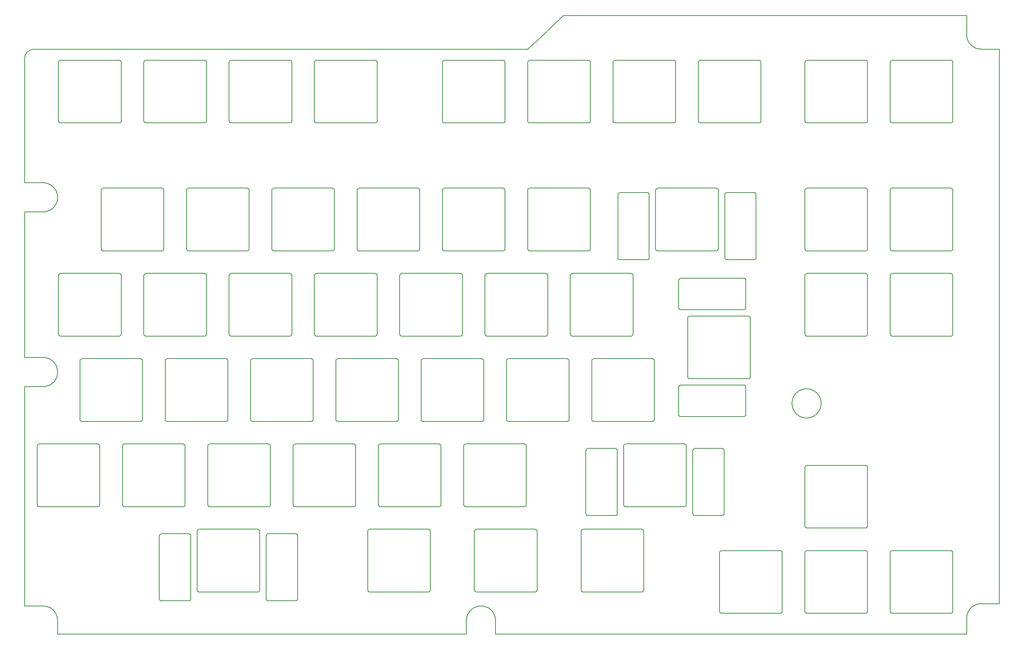
<source format=gm1>
G04 #@! TF.GenerationSoftware,KiCad,Pcbnew,7.0.5*
G04 #@! TF.CreationDate,2024-07-22T22:48:02+03:00*
G04 #@! TF.ProjectId,TuuVeiTwoPlateRight,54757556-6569-4547-976f-506c61746552,rev?*
G04 #@! TF.SameCoordinates,Original*
G04 #@! TF.FileFunction,Profile,NP*
%FSLAX46Y46*%
G04 Gerber Fmt 4.6, Leading zero omitted, Abs format (unit mm)*
G04 Created by KiCad (PCBNEW 7.0.5) date 2024-07-22 22:48:02*
%MOMM*%
%LPD*%
G01*
G04 APERTURE LIST*
G04 #@! TA.AperFunction,Profile*
%ADD10C,0.150000*%
G04 #@! TD*
G04 APERTURE END LIST*
D10*
X52638396Y-118317029D02*
X50095762Y-118317029D01*
X115999037Y-61271214D02*
X116052214Y-61235295D01*
X155980421Y-150999944D02*
X155958998Y-151061650D01*
X144526076Y-80363477D02*
X144574080Y-80321210D01*
X155930037Y-151119390D02*
X155958998Y-151061650D01*
X197755934Y-119684110D02*
X197769240Y-119749181D01*
X155894118Y-151172566D02*
X155930037Y-151119390D01*
X116109953Y-61206323D02*
X116052214Y-61235295D01*
X155851851Y-151220586D02*
X155894118Y-151172566D01*
X144627241Y-80285295D02*
X144574080Y-80321210D01*
X155803847Y-151262853D02*
X155851851Y-151220586D01*
X197773817Y-119817029D02*
X197769240Y-119749181D01*
X155750685Y-151298772D02*
X155803847Y-151262853D01*
X116171660Y-61184888D02*
X116109953Y-61206323D01*
X155692946Y-151327741D02*
X155750685Y-151298772D01*
X144684981Y-80256322D02*
X144627241Y-80285295D01*
X155631239Y-151349172D02*
X155692946Y-151327741D01*
X190773817Y-119817029D02*
X190778425Y-119749188D01*
X155566176Y-151362470D02*
X155631239Y-151349172D01*
X116236738Y-61171594D02*
X116171660Y-61184888D01*
X155498335Y-151367032D02*
X155566176Y-151362470D01*
X144746687Y-80234891D02*
X144684981Y-80256322D01*
X142498335Y-151367032D02*
X142457777Y-151364308D01*
X142430464Y-151362477D02*
X142457777Y-151364308D01*
X190791731Y-119684117D02*
X190778425Y-119749188D01*
X142365401Y-151349179D02*
X142430464Y-151362477D01*
X116304579Y-61167027D02*
X116236738Y-61171594D01*
X142303694Y-151327748D02*
X142365401Y-151349179D01*
X144811751Y-80221597D02*
X144746687Y-80234891D01*
X142245955Y-151298779D02*
X142303694Y-151327748D01*
X190813154Y-119622411D02*
X190791731Y-119684117D01*
X142192793Y-151262860D02*
X142245955Y-151298779D01*
X110754576Y-74667027D02*
X110750029Y-74734876D01*
X142144789Y-151220593D02*
X142192793Y-151262860D01*
X144879591Y-80217031D02*
X144811751Y-80221597D01*
X142102522Y-151172574D02*
X142144789Y-151220593D01*
X190842116Y-119564672D02*
X190813154Y-119622411D01*
X142066603Y-151119397D02*
X142102522Y-151172574D01*
X110736738Y-74799947D02*
X110750029Y-74734876D01*
X142037642Y-151061658D02*
X142066603Y-151119397D01*
X139329573Y-93717031D02*
X139325026Y-93784879D01*
X142016218Y-150999951D02*
X142037642Y-151061658D01*
X190878035Y-119511495D02*
X190842116Y-119564672D01*
X142002913Y-150934880D02*
X142016218Y-150999951D01*
X110715300Y-74861650D02*
X110736738Y-74799947D01*
X141998335Y-150867032D02*
X142002913Y-150934880D01*
X139311735Y-93849950D02*
X139325026Y-93784879D01*
X155498335Y-137367032D02*
X155566206Y-137371587D01*
X190920302Y-119463475D02*
X190878035Y-119511495D01*
X155631270Y-137384885D02*
X155566206Y-137371587D01*
X110686323Y-74919385D02*
X110715300Y-74861650D01*
X155692976Y-137406316D02*
X155631270Y-137384885D01*
X139290297Y-93911653D02*
X139311735Y-93849950D01*
X155750715Y-137435285D02*
X155692976Y-137406316D01*
X190968306Y-119421208D02*
X190920302Y-119463475D01*
X155803877Y-137471204D02*
X155750715Y-137435285D01*
X110650404Y-74972562D02*
X110686323Y-74919385D01*
X155851881Y-137513471D02*
X155803877Y-137471204D01*
X139261320Y-93969388D02*
X139290297Y-93911653D01*
X155894148Y-137561490D02*
X155851881Y-137513471D01*
X191021467Y-119385289D02*
X190968306Y-119421208D01*
X155930067Y-137614667D02*
X155894148Y-137561490D01*
X110608137Y-75020581D02*
X110650404Y-74972562D01*
X155959028Y-137672406D02*
X155930067Y-137614667D01*
X139225401Y-94022565D02*
X139261320Y-93969388D01*
X155980452Y-137734113D02*
X155959028Y-137672406D01*
X191079207Y-119356320D02*
X191021467Y-119385289D01*
X155993757Y-137799184D02*
X155980452Y-137734113D01*
X110560118Y-75062848D02*
X110608137Y-75020581D01*
X155998335Y-137867032D02*
X155993757Y-137799184D01*
X139183134Y-94070584D02*
X139225401Y-94022565D01*
X141998335Y-137867032D02*
X142002943Y-137799191D01*
X191140913Y-119334889D02*
X191079207Y-119356320D01*
X142016249Y-137734120D02*
X142002943Y-137799191D01*
X110506941Y-75098763D02*
X110560118Y-75062848D01*
X142037672Y-137672414D02*
X142016249Y-137734120D01*
X139135115Y-94112851D02*
X139183134Y-94070584D01*
X142066633Y-137614675D02*
X142037672Y-137672414D01*
X191205977Y-119321591D02*
X191140913Y-119334889D01*
X142102553Y-137561498D02*
X142066633Y-137614675D01*
X110449202Y-75127736D02*
X110506941Y-75098763D01*
X142144819Y-137513478D02*
X142102553Y-137561498D01*
X139081938Y-94148770D02*
X139135115Y-94112851D01*
X142192824Y-137471211D02*
X142144819Y-137513478D01*
X191273817Y-119317029D02*
X191205977Y-119321591D01*
X142245985Y-137435292D02*
X142192824Y-137471211D01*
X110387495Y-75149167D02*
X110449202Y-75127736D01*
X142303725Y-137406323D02*
X142245985Y-137435292D01*
X139024199Y-94177739D02*
X139081938Y-94148770D01*
X142365431Y-137384892D02*
X142303725Y-137406323D01*
X173897841Y-133817029D02*
X173893233Y-133884870D01*
X142430495Y-137371594D02*
X142365431Y-137384892D01*
X110322417Y-75162461D02*
X110387495Y-75149167D01*
X142498335Y-137367032D02*
X142430495Y-137371594D01*
X138962492Y-94199170D02*
X139024199Y-94177739D01*
X132185835Y-150867032D02*
X132181288Y-150934873D01*
X173879927Y-133949941D02*
X173893233Y-133884870D01*
X132167998Y-150999944D02*
X132181288Y-150934873D01*
X110254576Y-75167027D02*
X110322417Y-75162461D01*
X132146559Y-151061650D02*
X132167998Y-150999944D01*
X138897413Y-94212468D02*
X138962492Y-94199170D01*
X132117583Y-151119390D02*
X132146559Y-151061650D01*
X173858504Y-134011647D02*
X173879927Y-133949941D01*
X132081663Y-151172566D02*
X132117583Y-151119390D01*
X97254576Y-75167027D02*
X97186751Y-75162461D01*
X132039397Y-151220586D02*
X132081663Y-151172566D01*
X138829573Y-94217031D02*
X138897413Y-94212468D01*
X131991377Y-151262853D02*
X132039397Y-151220586D01*
X173829542Y-134069386D02*
X173858504Y-134011647D01*
X131938200Y-151298772D02*
X131991377Y-151262853D01*
X97121672Y-75149167D02*
X97186751Y-75162461D01*
X131880461Y-151327741D02*
X131938200Y-151298772D01*
X125829573Y-94217031D02*
X125761748Y-94212468D01*
X131818754Y-151349172D02*
X131880461Y-151327741D01*
X173793623Y-134122563D02*
X173829542Y-134069386D01*
X131753676Y-151362470D02*
X131818754Y-151349172D01*
X97059965Y-75127736D02*
X97121672Y-75149167D01*
X131685835Y-151367032D02*
X131753676Y-151362470D01*
X125696669Y-94199170D02*
X125761748Y-94212468D01*
X118685835Y-151367032D02*
X118618010Y-151362477D01*
X173751356Y-134170583D02*
X173793623Y-134122563D01*
X118552931Y-151349179D02*
X118618010Y-151362477D01*
X97002226Y-75098763D02*
X97059965Y-75127736D01*
X118491225Y-151327748D02*
X118552931Y-151349179D01*
X125634962Y-94177739D02*
X125696669Y-94199170D01*
X118433485Y-151298779D02*
X118491225Y-151327748D01*
X173703352Y-134212850D02*
X173751356Y-134170583D01*
X118380308Y-151262860D02*
X118433485Y-151298779D01*
X96949049Y-75062848D02*
X97002226Y-75098763D01*
X118332289Y-151220593D02*
X118380308Y-151262860D01*
X125577223Y-94148770D02*
X125634962Y-94177739D01*
X118290022Y-151172574D02*
X118332289Y-151220593D01*
X173650191Y-134248769D02*
X173703352Y-134212850D01*
X118254103Y-151119397D02*
X118290022Y-151172574D01*
X96901030Y-75020581D02*
X96949049Y-75062848D01*
X118225126Y-151061658D02*
X118254103Y-151119397D01*
X125524046Y-94112851D02*
X125577223Y-94148770D01*
X118203688Y-150999951D02*
X118225126Y-151061658D01*
X173592451Y-134277738D02*
X173650191Y-134248769D01*
X118190397Y-150934880D02*
X118203688Y-150999951D01*
X96858763Y-74972562D02*
X96901030Y-75020581D01*
X118185835Y-150867032D02*
X118190397Y-150934880D01*
X125476027Y-94070584D02*
X125524046Y-94112851D01*
X131685835Y-137367032D02*
X131753660Y-137371587D01*
X173530745Y-134299169D02*
X173592451Y-134277738D01*
X131818739Y-137384885D02*
X131753660Y-137371587D01*
X96822844Y-74919385D02*
X96858763Y-74972562D01*
X131880446Y-137406316D02*
X131818739Y-137384885D01*
X125433760Y-94022565D02*
X125476027Y-94070584D01*
X131938185Y-137435285D02*
X131880446Y-137406316D01*
X173465681Y-134312467D02*
X173530745Y-134299169D01*
X131991362Y-137471204D02*
X131938185Y-137435285D01*
X96793867Y-74861650D02*
X96822844Y-74919385D01*
X132039381Y-137513471D02*
X131991362Y-137471204D01*
X125397841Y-93969388D02*
X125433760Y-94022565D01*
X132081648Y-137561490D02*
X132039381Y-137513471D01*
X173397841Y-134317029D02*
X173465681Y-134312467D01*
X132117567Y-137614667D02*
X132081648Y-137561490D01*
X96772429Y-74799947D02*
X96793867Y-74861650D01*
X132146544Y-137672406D02*
X132117567Y-137614667D01*
X125368864Y-93911653D02*
X125397841Y-93969388D01*
X132167982Y-137734113D02*
X132146544Y-137672406D01*
X167397841Y-134317029D02*
X167329970Y-134312474D01*
X132181273Y-137799184D02*
X132167982Y-137734113D01*
X96759138Y-74734876D02*
X96772429Y-74799947D01*
X132185835Y-137867032D02*
X132181273Y-137799184D01*
X125347426Y-93849950D02*
X125368864Y-93911653D01*
X118185835Y-137867032D02*
X118190382Y-137799191D01*
X167264906Y-134299176D02*
X167329970Y-134312474D01*
X118203673Y-137734120D02*
X118190382Y-137799191D01*
X96754576Y-74667027D02*
X96759138Y-74734876D01*
X118225111Y-137672414D02*
X118203673Y-137734120D01*
X125334135Y-93784879D02*
X125347426Y-93849950D01*
X118254088Y-137614675D02*
X118225111Y-137672414D01*
X167203200Y-134277745D02*
X167264906Y-134299176D01*
X118290007Y-137561498D02*
X118254088Y-137614675D01*
X110254576Y-61167027D02*
X110322401Y-61171594D01*
X118332274Y-137513478D02*
X118290007Y-137561498D01*
X125329573Y-93717031D02*
X125334135Y-93784879D01*
X118380293Y-137471211D02*
X118332274Y-137513478D01*
X167145460Y-134248776D02*
X167203200Y-134277745D01*
X118433470Y-137435292D02*
X118380293Y-137471211D01*
X110387480Y-61184888D02*
X110322401Y-61171594D01*
X118491209Y-137406323D02*
X118433470Y-137435292D01*
X138829573Y-80217031D02*
X138897398Y-80221597D01*
X118552916Y-137384892D02*
X118491209Y-137406323D01*
X167092299Y-134212857D02*
X167145460Y-134248776D01*
X118617995Y-137371594D02*
X118552916Y-137384892D01*
X110449187Y-61206323D02*
X110387480Y-61184888D01*
X118685835Y-137367032D02*
X118617995Y-137371594D01*
X138962477Y-80234891D02*
X138897398Y-80221597D01*
X102524519Y-152867032D02*
X102519972Y-152934873D01*
X167044295Y-134170590D02*
X167092299Y-134212857D01*
X102506682Y-152999944D02*
X102519972Y-152934873D01*
X110506926Y-61235295D02*
X110449187Y-61206323D01*
X102485243Y-153061650D02*
X102506682Y-152999944D01*
X139024183Y-80256322D02*
X138962477Y-80234891D01*
X102456267Y-153119390D02*
X102485243Y-153061650D01*
X167002028Y-134122571D02*
X167044295Y-134170590D01*
X102420347Y-153172566D02*
X102456267Y-153119390D01*
X110560103Y-61271214D02*
X110506926Y-61235295D01*
X102378081Y-153220586D02*
X102420347Y-153172566D01*
X139081923Y-80285295D02*
X139024183Y-80256322D01*
X102330061Y-153262853D02*
X102378081Y-153220586D01*
X166966109Y-134069394D02*
X167002028Y-134122571D01*
X102276884Y-153298772D02*
X102330061Y-153262853D01*
X110608122Y-61313478D02*
X110560103Y-61271214D01*
X102219145Y-153327741D02*
X102276884Y-153298772D01*
X139135100Y-80321210D02*
X139081923Y-80285295D01*
X102157438Y-153349172D02*
X102219145Y-153327741D01*
X166937147Y-134011655D02*
X166966109Y-134069394D01*
X102092360Y-153362470D02*
X102157438Y-153349172D01*
X110650389Y-61361493D02*
X110608122Y-61313478D01*
X102024519Y-153367032D02*
X102092360Y-153362470D01*
X139183119Y-80363477D02*
X139135100Y-80321210D01*
X96024519Y-153367032D02*
X95956694Y-153362477D01*
X166915724Y-133949948D02*
X166937147Y-134011655D01*
X95891615Y-153349179D02*
X95956694Y-153362477D01*
X110686308Y-61414670D02*
X110650389Y-61361493D01*
X95829909Y-153327748D02*
X95891615Y-153349179D01*
X139225386Y-80411496D02*
X139183119Y-80363477D01*
X95772169Y-153298779D02*
X95829909Y-153327748D01*
X166902418Y-133884877D02*
X166915724Y-133949948D01*
X95718992Y-153262860D02*
X95772169Y-153298779D01*
X110715285Y-61472409D02*
X110686308Y-61414670D01*
X95670973Y-153220593D02*
X95718992Y-153262860D01*
X139261305Y-80464673D02*
X139225386Y-80411496D01*
X95628706Y-153172574D02*
X95670973Y-153220593D01*
X166897841Y-133817029D02*
X166902418Y-133884877D01*
X95592787Y-153119397D02*
X95628706Y-153172574D01*
X110736723Y-61534108D02*
X110715285Y-61472409D01*
X95563811Y-153061658D02*
X95592787Y-153119397D01*
X139290282Y-80522408D02*
X139261305Y-80464673D01*
X95542372Y-152999951D02*
X95563811Y-153061658D01*
X173397841Y-119317029D02*
X173465712Y-119321584D01*
X95529082Y-152934880D02*
X95542372Y-152999951D01*
X110750014Y-61599183D02*
X110736723Y-61534108D01*
X95524519Y-152867032D02*
X95529082Y-152934880D01*
X139311720Y-80584111D02*
X139290282Y-80522408D01*
X102024519Y-138367032D02*
X102092345Y-138371587D01*
X173530775Y-119334882D02*
X173465712Y-119321584D01*
X102157423Y-138384885D02*
X102092345Y-138371587D01*
X110754576Y-61667027D02*
X110750014Y-61599183D01*
X102219130Y-138406316D02*
X102157423Y-138384885D01*
X139325011Y-80649182D02*
X139311720Y-80584111D01*
X102276869Y-138435285D02*
X102219130Y-138406316D01*
X173592482Y-119356313D02*
X173530775Y-119334882D01*
X102330046Y-138471204D02*
X102276869Y-138435285D01*
X96754576Y-61667027D02*
X96759123Y-61599183D01*
X102378065Y-138513471D02*
X102330046Y-138471204D01*
X139329573Y-80717031D02*
X139325011Y-80649182D01*
X102420332Y-138561490D02*
X102378065Y-138513471D01*
X173650221Y-119385282D02*
X173592482Y-119356313D01*
X102456251Y-138614667D02*
X102420332Y-138561490D01*
X96772413Y-61534108D02*
X96759123Y-61599183D01*
X102485228Y-138672406D02*
X102456251Y-138614667D01*
X125329573Y-80717031D02*
X125334120Y-80649182D01*
X102506666Y-138734113D02*
X102485228Y-138672406D01*
X173703383Y-119421201D02*
X173650221Y-119385282D01*
X102519957Y-138799184D02*
X102506666Y-138734113D01*
X96793852Y-61472409D02*
X96772413Y-61534108D01*
X102524519Y-138867032D02*
X102519957Y-138799184D01*
X125347410Y-80584111D02*
X125334120Y-80649182D01*
X95524519Y-138867032D02*
X95529066Y-138799191D01*
X173751387Y-119463468D02*
X173732069Y-119446469D01*
X173732069Y-119446469D02*
X173703383Y-119421201D01*
X95542357Y-138734120D02*
X95529066Y-138799191D01*
X96822829Y-61414670D02*
X96793852Y-61472409D01*
X95563795Y-138672414D02*
X95542357Y-138734120D01*
X125368849Y-80522408D02*
X125347410Y-80584111D01*
X95592772Y-138614675D02*
X95563795Y-138672414D01*
X173793654Y-119511487D02*
X173751387Y-119463468D01*
X95628691Y-138561498D02*
X95592772Y-138614675D01*
X96858748Y-61361493D02*
X96822829Y-61414670D01*
X95670958Y-138513478D02*
X95628691Y-138561498D01*
X125397825Y-80464673D02*
X125368849Y-80522408D01*
X95718977Y-138471211D02*
X95670958Y-138513478D01*
X173829573Y-119564664D02*
X173793654Y-119511487D01*
X95772154Y-138435292D02*
X95718977Y-138471211D01*
X96901015Y-61313478D02*
X96858748Y-61361493D01*
X95829893Y-138406323D02*
X95772154Y-138435292D01*
X125433745Y-80411496D02*
X125397825Y-80464673D01*
X95891600Y-138384892D02*
X95829893Y-138406323D01*
X173858534Y-119622403D02*
X173829573Y-119564664D01*
X95956679Y-138371594D02*
X95891600Y-138384892D01*
X96949034Y-61271214D02*
X96901015Y-61313478D01*
X96024519Y-138367032D02*
X95956679Y-138371594D01*
X125476011Y-80363477D02*
X125433745Y-80411496D01*
X78648512Y-152867032D02*
X78643965Y-152934873D01*
X173879957Y-119684110D02*
X173858534Y-119622403D01*
X78630675Y-152999944D02*
X78643965Y-152934873D01*
X97002211Y-61235295D02*
X96949034Y-61271214D01*
X78609236Y-153061650D02*
X78630675Y-152999944D01*
X125524031Y-80321210D02*
X125476011Y-80363477D01*
X78580260Y-153119390D02*
X78609236Y-153061650D01*
X173893263Y-119749181D02*
X173879957Y-119684110D01*
X78544340Y-153172566D02*
X78580260Y-153119390D01*
X97059950Y-61206323D02*
X97002211Y-61235295D01*
X78502074Y-153220586D02*
X78544340Y-153172566D01*
X125577208Y-80285295D02*
X125524031Y-80321210D01*
X78454054Y-153262853D02*
X78502074Y-153220586D01*
X173897841Y-119817029D02*
X173893263Y-119749181D01*
X78400877Y-153298772D02*
X78454054Y-153262853D01*
X97121657Y-61184888D02*
X97059950Y-61206323D01*
X78343138Y-153327741D02*
X78400877Y-153298772D01*
X125634947Y-80256322D02*
X125577208Y-80285295D01*
X78281431Y-153349172D02*
X78343138Y-153327741D01*
X166897841Y-119817029D02*
X166902449Y-119749188D01*
X78216353Y-153362470D02*
X78281431Y-153349172D01*
X97186735Y-61171594D02*
X97121657Y-61184888D01*
X78148512Y-153367032D02*
X78216353Y-153362470D01*
X125696654Y-80234891D02*
X125634947Y-80256322D01*
X72148512Y-153367032D02*
X72080687Y-153362477D01*
X166915755Y-119684117D02*
X166902449Y-119749188D01*
X72015608Y-153349179D02*
X72080687Y-153362477D01*
X97254576Y-61167027D02*
X97186735Y-61171594D01*
X71953902Y-153327748D02*
X72015608Y-153349179D01*
X125761732Y-80221597D02*
X125696654Y-80234891D01*
X71896162Y-153298779D02*
X71953902Y-153327748D01*
X166937178Y-119622411D02*
X166915755Y-119684117D01*
X71842985Y-153262860D02*
X71896162Y-153298779D01*
X91704573Y-74667027D02*
X91700026Y-74734876D01*
X71794966Y-153220593D02*
X71842985Y-153262860D01*
X125829573Y-80217031D02*
X125761732Y-80221597D01*
X71752699Y-153172574D02*
X71794966Y-153220593D01*
X166966139Y-119564672D02*
X166937178Y-119622411D01*
X71716780Y-153119397D02*
X71752699Y-153172574D01*
X91686735Y-74799947D02*
X91700026Y-74734876D01*
X71687803Y-153061658D02*
X71716780Y-153119397D01*
X120279585Y-93717031D02*
X120275038Y-93784879D01*
X71666365Y-152999951D02*
X71687803Y-153061658D01*
X167002058Y-119511495D02*
X166966139Y-119564672D01*
X71653074Y-152934880D02*
X71666365Y-152999951D01*
X91665297Y-74861650D02*
X91686735Y-74799947D01*
X71648512Y-152867032D02*
X71653074Y-152934880D01*
X120261748Y-93849950D02*
X120275038Y-93784879D01*
X78148512Y-138367032D02*
X78216337Y-138371587D01*
X167044325Y-119463475D02*
X167002058Y-119511495D01*
X78281416Y-138384885D02*
X78216337Y-138371587D01*
X91636320Y-74919385D02*
X91665297Y-74861650D01*
X78343123Y-138406316D02*
X78281416Y-138384885D01*
X120240309Y-93911653D02*
X120261748Y-93849950D01*
X78400862Y-138435285D02*
X78343123Y-138406316D01*
X167092329Y-119421208D02*
X167044325Y-119463475D01*
X78454039Y-138471204D02*
X78400862Y-138435285D01*
X91600401Y-74972562D02*
X91636320Y-74919385D01*
X78502058Y-138513471D02*
X78454039Y-138471204D01*
X120211333Y-93969388D02*
X120240309Y-93911653D01*
X78544325Y-138561490D02*
X78502058Y-138513471D01*
X167145491Y-119385289D02*
X167092329Y-119421208D01*
X78580244Y-138614667D02*
X78544325Y-138561490D01*
X91558134Y-75020581D02*
X91600401Y-74972562D01*
X78609221Y-138672406D02*
X78580244Y-138614667D01*
X120175413Y-94022565D02*
X120211333Y-93969388D01*
X78630659Y-138734113D02*
X78609221Y-138672406D01*
X167203230Y-119356320D02*
X167145491Y-119385289D01*
X78643950Y-138799184D02*
X78630659Y-138734113D01*
X91510115Y-75062848D02*
X91558134Y-75020581D01*
X78648512Y-138867032D02*
X78643950Y-138799184D01*
X120133147Y-94070584D02*
X120175413Y-94022565D01*
X71648512Y-138867032D02*
X71653059Y-138799191D01*
X167264937Y-119334889D02*
X167203230Y-119356320D01*
X71666350Y-138734120D02*
X71653059Y-138799191D01*
X91456938Y-75098763D02*
X91510115Y-75062848D01*
X71687788Y-138672414D02*
X71666350Y-138734120D01*
X120085127Y-94112851D02*
X120133147Y-94070584D01*
X71716765Y-138614675D02*
X71687788Y-138672414D01*
X167330000Y-119321591D02*
X167264937Y-119334889D01*
X71752684Y-138561498D02*
X71716765Y-138614675D01*
X91399199Y-75127736D02*
X91456938Y-75098763D01*
X71794951Y-138513478D02*
X71752684Y-138561498D01*
X120031950Y-94148770D02*
X120085127Y-94112851D01*
X71842970Y-138471211D02*
X71794951Y-138513478D01*
X167397841Y-119317029D02*
X167330000Y-119321591D01*
X71896147Y-138435292D02*
X71842970Y-138471211D01*
X91337492Y-75149167D02*
X91399199Y-75127736D01*
X71953886Y-138406323D02*
X71896147Y-138435292D01*
X119974211Y-94177739D02*
X120031950Y-94148770D01*
X72015593Y-138384892D02*
X71953886Y-138406323D01*
X189335829Y-131817029D02*
X189331221Y-131884870D01*
X72080672Y-138371594D02*
X72015593Y-138384892D01*
X91272413Y-75162461D02*
X91337492Y-75149167D01*
X72148512Y-138367032D02*
X72080672Y-138371594D01*
X119912504Y-94199170D02*
X119974211Y-94177739D01*
X94086531Y-150867032D02*
X94081984Y-150934873D01*
X189317915Y-131949941D02*
X189331221Y-131884870D01*
X94068693Y-150999944D02*
X94081984Y-150934873D01*
X91204573Y-75167027D02*
X91272413Y-75162461D01*
X94047255Y-151061650D02*
X94068693Y-150999944D01*
X119847426Y-94212468D02*
X119912504Y-94199170D01*
X94018278Y-151119390D02*
X94047255Y-151061650D01*
X189296492Y-132011647D02*
X189317915Y-131949941D01*
X93982359Y-151172566D02*
X94018278Y-151119390D01*
X78204573Y-75167027D02*
X78136748Y-75162461D01*
X93940092Y-151220586D02*
X93982359Y-151172566D01*
X119779585Y-94217031D02*
X119847426Y-94212468D01*
X93892073Y-151262853D02*
X93940092Y-151220586D01*
X189267531Y-132069386D02*
X189296492Y-132011647D01*
X93838896Y-151298772D02*
X93892073Y-151262853D01*
X78071669Y-75149167D02*
X78136748Y-75162461D01*
X93781157Y-151327741D02*
X93838896Y-151298772D01*
X106779585Y-94217031D02*
X106711760Y-94212468D01*
X93719450Y-151349172D02*
X93781157Y-151327741D01*
X189231611Y-132122563D02*
X189267531Y-132069386D01*
X93654371Y-151362470D02*
X93719450Y-151349172D01*
X78009962Y-75127736D02*
X78071669Y-75149167D01*
X93586531Y-151367032D02*
X93654371Y-151362470D01*
X106646681Y-94199170D02*
X106711760Y-94212468D01*
X80586531Y-151367032D02*
X80518706Y-151362477D01*
X189189345Y-132170583D02*
X189231611Y-132122563D01*
X80453627Y-151349179D02*
X80518706Y-151362477D01*
X77952223Y-75098763D02*
X78009962Y-75127736D01*
X80391920Y-151327748D02*
X80453627Y-151349179D01*
X106584975Y-94177739D02*
X106646681Y-94199170D01*
X80334181Y-151298779D02*
X80391920Y-151327748D01*
X189141340Y-132212850D02*
X189189345Y-132170583D01*
X80281004Y-151262860D02*
X80334181Y-151298779D01*
X77899046Y-75062848D02*
X77952223Y-75098763D01*
X80232985Y-151220593D02*
X80281004Y-151262860D01*
X106527235Y-94148770D02*
X106584975Y-94177739D01*
X80190718Y-151172574D02*
X80232985Y-151220593D01*
X189088179Y-132248769D02*
X189141340Y-132212850D01*
X80154799Y-151119397D02*
X80190718Y-151172574D01*
X77851027Y-75020581D02*
X77899046Y-75062848D01*
X80125822Y-151061658D02*
X80154799Y-151119397D01*
X106474058Y-94112851D02*
X106527235Y-94148770D01*
X80104384Y-150999951D02*
X80125822Y-151061658D01*
X189030440Y-132277738D02*
X189088179Y-132248769D01*
X80091093Y-150934880D02*
X80104384Y-150999951D01*
X77808760Y-74972562D02*
X77851027Y-75020581D01*
X80086531Y-150867032D02*
X80091093Y-150934880D01*
X106426039Y-94070584D02*
X106474058Y-94112851D01*
X93586531Y-137367032D02*
X93654356Y-137371587D01*
X188968733Y-132299169D02*
X189030440Y-132277738D01*
X93719435Y-137384885D02*
X93654356Y-137371587D01*
X77772841Y-74919385D02*
X77808760Y-74972562D01*
X93781142Y-137406316D02*
X93719435Y-137384885D01*
X106383772Y-94022565D02*
X106426039Y-94070584D01*
X93838881Y-137435285D02*
X93781142Y-137406316D01*
X188903670Y-132312467D02*
X188968733Y-132299169D01*
X93892058Y-137471204D02*
X93838881Y-137435285D01*
X77743864Y-74861650D02*
X77772841Y-74919385D01*
X93940077Y-137513471D02*
X93892058Y-137471204D01*
X106347853Y-93969388D02*
X106383772Y-94022565D01*
X93982344Y-137561490D02*
X93940077Y-137513471D01*
X188835829Y-132317029D02*
X188903670Y-132312467D01*
X94018263Y-137614667D02*
X93982344Y-137561490D01*
X77722426Y-74799947D02*
X77743864Y-74861650D01*
X94047240Y-137672406D02*
X94018263Y-137614667D01*
X106318876Y-93911653D02*
X106347853Y-93969388D01*
X94068678Y-137734113D02*
X94047240Y-137672406D01*
X175835829Y-132317029D02*
X175767958Y-132312474D01*
X94081969Y-137799184D02*
X94068678Y-137734113D01*
X77709135Y-74734876D02*
X77722426Y-74799947D01*
X94084700Y-137839742D02*
X94081969Y-137799184D01*
X94086531Y-137867032D02*
X94084700Y-137839742D01*
X106297438Y-93849950D02*
X106318876Y-93911653D01*
X80086531Y-137867032D02*
X80091078Y-137799191D01*
X175702894Y-132299176D02*
X175767958Y-132312474D01*
X80104368Y-137734120D02*
X80091078Y-137799191D01*
X77704573Y-74667027D02*
X77709135Y-74734876D01*
X80125807Y-137672414D02*
X80104368Y-137734120D01*
X106284147Y-93784879D02*
X106297438Y-93849950D01*
X80154783Y-137614675D02*
X80125807Y-137672414D01*
X175641188Y-132277745D02*
X175702894Y-132299176D01*
X80190703Y-137561498D02*
X80154783Y-137614675D01*
X91204573Y-61167027D02*
X91272398Y-61171594D01*
X80232970Y-137513478D02*
X80190703Y-137561498D01*
X106279585Y-93717031D02*
X106284147Y-93784879D01*
X80280989Y-137471211D02*
X80232970Y-137513478D01*
X175583449Y-132248776D02*
X175641188Y-132277745D01*
X80334166Y-137435292D02*
X80280989Y-137471211D01*
X91337477Y-61184888D02*
X91272398Y-61171594D01*
X80391905Y-137406323D02*
X80334166Y-137435292D01*
X119779585Y-80217031D02*
X119847410Y-80221597D01*
X80453612Y-137384892D02*
X80391905Y-137406323D01*
X175530287Y-132212857D02*
X175583449Y-132248776D01*
X80518690Y-137371594D02*
X80504439Y-137374509D01*
X91399183Y-61206323D02*
X91337477Y-61184888D01*
X80453612Y-137384892D02*
X80504439Y-137374509D01*
X119912489Y-80234891D02*
X119847410Y-80221597D01*
X80586531Y-137367032D02*
X80518690Y-137371594D01*
X175482283Y-132170590D02*
X175530287Y-132212857D01*
X248867079Y-74667027D02*
X248862471Y-74734876D01*
X91456923Y-61235295D02*
X91399183Y-61206323D01*
X248849165Y-74799947D02*
X248862471Y-74734876D01*
X119974196Y-80256322D02*
X119912489Y-80234891D01*
X248827742Y-74861650D02*
X248849165Y-74799947D01*
X175440016Y-132122571D02*
X175482283Y-132170590D01*
X248798781Y-74919385D02*
X248827742Y-74861650D01*
X91510100Y-61271214D02*
X91456923Y-61235295D01*
X248762861Y-74972562D02*
X248798781Y-74919385D01*
X120031935Y-80285295D02*
X119974196Y-80256322D01*
X248720595Y-75020581D02*
X248762861Y-74972562D01*
X175404097Y-132069394D02*
X175440016Y-132122571D01*
X248672590Y-75062848D02*
X248720595Y-75020581D01*
X91558119Y-61313478D02*
X91510100Y-61271214D01*
X248619429Y-75098763D02*
X248672590Y-75062848D01*
X120085112Y-80321210D02*
X120031935Y-80285295D01*
X248561690Y-75127736D02*
X248619429Y-75098763D01*
X175375136Y-132011655D02*
X175404097Y-132069394D01*
X248499983Y-75149167D02*
X248561690Y-75127736D01*
X91600386Y-61361493D02*
X91558119Y-61313478D01*
X248434920Y-75162461D02*
X248499983Y-75149167D01*
X120133131Y-80363477D02*
X120085112Y-80321210D01*
X248367079Y-75167027D02*
X248434920Y-75162461D01*
X175353712Y-131949948D02*
X175375136Y-132011655D01*
X235367079Y-75167027D02*
X235299208Y-75162461D01*
X91636305Y-61414670D02*
X91600386Y-61361493D01*
X235234144Y-75149167D02*
X235299208Y-75162461D01*
X120175398Y-80411496D02*
X120133131Y-80363477D01*
X235172438Y-75127736D02*
X235234144Y-75149167D01*
X175340407Y-131884877D02*
X175353712Y-131949948D01*
X235114699Y-75098763D02*
X235172438Y-75127736D01*
X91665282Y-61472409D02*
X91636305Y-61414670D01*
X235061537Y-75062848D02*
X235114699Y-75098763D01*
X120211317Y-80464673D02*
X120175398Y-80411496D01*
X235013533Y-75020581D02*
X235061537Y-75062848D01*
X175335829Y-131817029D02*
X175340407Y-131884877D01*
X234971266Y-74972562D02*
X235013533Y-75020581D01*
X91686720Y-61534108D02*
X91665282Y-61472409D01*
X234935347Y-74919385D02*
X234971266Y-74972562D01*
X120240294Y-80522408D02*
X120211317Y-80464673D01*
X234906386Y-74861650D02*
X234935347Y-74919385D01*
X188835829Y-118317029D02*
X188903700Y-118321584D01*
X234884962Y-74799947D02*
X234906386Y-74861650D01*
X91700011Y-61599183D02*
X91686720Y-61534108D01*
X234871657Y-74734876D02*
X234884962Y-74799947D01*
X120261732Y-80584111D02*
X120240294Y-80522408D01*
X234867079Y-74667027D02*
X234871657Y-74734876D01*
X188968764Y-118334882D02*
X188903700Y-118321584D01*
X248367079Y-61167027D02*
X248434950Y-61171594D01*
X91704573Y-61667027D02*
X91700011Y-61599183D01*
X248500014Y-61184888D02*
X248434950Y-61171594D01*
X120275023Y-80649182D02*
X120261732Y-80584111D01*
X248561720Y-61206323D02*
X248500014Y-61184888D01*
X189030470Y-118356313D02*
X188968764Y-118334882D01*
X248619459Y-61235295D02*
X248561720Y-61206323D01*
X77704573Y-61667027D02*
X77709120Y-61599183D01*
X248672621Y-61271214D02*
X248619459Y-61235295D01*
X120279585Y-80717031D02*
X120275023Y-80649182D01*
X248720625Y-61313478D02*
X248672621Y-61271214D01*
X189088209Y-118385282D02*
X189030470Y-118356313D01*
X248762892Y-61361493D02*
X248720625Y-61313478D01*
X77722410Y-61534108D02*
X77709120Y-61599183D01*
X248798811Y-61414670D02*
X248762892Y-61361493D01*
X106279585Y-80717031D02*
X106284132Y-80649182D01*
X248827772Y-61472409D02*
X248798811Y-61414670D01*
X189141371Y-118421201D02*
X189088209Y-118385282D01*
X248849196Y-61534108D02*
X248827772Y-61472409D01*
X77743849Y-61472409D02*
X77722410Y-61534108D01*
X248862501Y-61599183D02*
X248849196Y-61534108D01*
X106297423Y-80584111D02*
X106284132Y-80649182D01*
X248867079Y-61667027D02*
X248862501Y-61599183D01*
X189189375Y-118463468D02*
X189141371Y-118421201D01*
X234867079Y-61667027D02*
X234871687Y-61599183D01*
X77772825Y-61414670D02*
X77743849Y-61472409D01*
X234884993Y-61534108D02*
X234871687Y-61599183D01*
X106318861Y-80522408D02*
X106297423Y-80584111D01*
X234906416Y-61472409D02*
X234884993Y-61534108D01*
X189231642Y-118511487D02*
X189189375Y-118463468D01*
X234935377Y-61414670D02*
X234906416Y-61472409D01*
X77808745Y-61361493D02*
X77772825Y-61414670D01*
X234971297Y-61361493D02*
X234935377Y-61414670D01*
X106347838Y-80464673D02*
X106318861Y-80522408D01*
X235013563Y-61313478D02*
X234971297Y-61361493D01*
X189267561Y-118564664D02*
X189231642Y-118511487D01*
X235061568Y-61271214D02*
X235013563Y-61313478D01*
X77851011Y-61313478D02*
X77808745Y-61361493D01*
X235114729Y-61235295D02*
X235061568Y-61271214D01*
X106383757Y-80411496D02*
X106347838Y-80464673D01*
X235172468Y-61206323D02*
X235114729Y-61235295D01*
X189296522Y-118622403D02*
X189267561Y-118564664D01*
X235234175Y-61184888D02*
X235172468Y-61206323D01*
X77899031Y-61271214D02*
X77851011Y-61313478D01*
X235299238Y-61171594D02*
X235234175Y-61184888D01*
X106426024Y-80363477D02*
X106383757Y-80411496D01*
X235367079Y-61167027D02*
X235299238Y-61171594D01*
X189317946Y-118684110D02*
X189296522Y-118622403D01*
X229817091Y-74667027D02*
X229812483Y-74734876D01*
X77952208Y-61235295D02*
X77899031Y-61271214D01*
X229799177Y-74799947D02*
X229812483Y-74734876D01*
X106474043Y-80321210D02*
X106426024Y-80363477D01*
X248867079Y-93717031D02*
X248862471Y-93784879D01*
X189331251Y-118749181D02*
X189317946Y-118684110D01*
X229777754Y-74861650D02*
X229799177Y-74799947D01*
X78009947Y-61206323D02*
X77952208Y-61235295D01*
X248849165Y-93849950D02*
X248862471Y-93784879D01*
X106527220Y-80285295D02*
X106474043Y-80321210D01*
X229748793Y-74919385D02*
X229777754Y-74861650D01*
X189334822Y-118802175D02*
X189331251Y-118749181D01*
X248827742Y-93911653D02*
X248849165Y-93849950D01*
X189335432Y-118811055D02*
X189334822Y-118802175D01*
X189335829Y-118817029D02*
X189335432Y-118811055D01*
X229712874Y-74972562D02*
X229748793Y-74919385D01*
X78071654Y-61184888D02*
X78009947Y-61206323D01*
X248798781Y-93969388D02*
X248827742Y-93911653D01*
X106584959Y-80256322D02*
X106527220Y-80285295D01*
X229670607Y-75020581D02*
X229712874Y-74972562D01*
X175340437Y-118749188D02*
X175338576Y-118776471D01*
X175335829Y-118817029D02*
X175338576Y-118776471D01*
X248762861Y-94022565D02*
X248798781Y-93969388D01*
X78136732Y-61171594D02*
X78071654Y-61184888D01*
X229622603Y-75062848D02*
X229670607Y-75020581D01*
X106646666Y-80234891D02*
X106584959Y-80256322D01*
X248720595Y-94070584D02*
X248762861Y-94022565D01*
X175353743Y-118684117D02*
X175340437Y-118749188D01*
X229569441Y-75098763D02*
X229622603Y-75062848D01*
X78204573Y-61167027D02*
X78136732Y-61171594D01*
X248672590Y-94112851D02*
X248720595Y-94070584D01*
X106711745Y-80221597D02*
X106646666Y-80234891D01*
X229511702Y-75127736D02*
X229569441Y-75098763D01*
X175375166Y-118622411D02*
X175353743Y-118684117D01*
X248619429Y-94148770D02*
X248672590Y-94112851D01*
X72654585Y-74667027D02*
X72650038Y-74734876D01*
X229449995Y-75149167D02*
X229511702Y-75127736D01*
X106779585Y-80217031D02*
X106711745Y-80221597D01*
X248561690Y-94177739D02*
X248619429Y-94148770D01*
X175404127Y-118564672D02*
X175375166Y-118622411D01*
X229384932Y-75162461D02*
X229449995Y-75149167D01*
X72636748Y-74799947D02*
X72650038Y-74734876D01*
X248499983Y-94199170D02*
X248561690Y-94177739D01*
X101229582Y-93717031D02*
X101225035Y-93784879D01*
X229317091Y-75167027D02*
X229384932Y-75162461D01*
X175440047Y-118511495D02*
X175404127Y-118564672D01*
X248434920Y-94212468D02*
X248499983Y-94199170D01*
X72615309Y-74861650D02*
X72636748Y-74799947D01*
X216317091Y-75167027D02*
X216249220Y-75162461D01*
X101211745Y-93849950D02*
X101225035Y-93784879D01*
X248367079Y-94217031D02*
X248434920Y-94212468D01*
X175482313Y-118463475D02*
X175440047Y-118511495D01*
X216184157Y-75149167D02*
X216249220Y-75162461D01*
X72586333Y-74919385D02*
X72615309Y-74861650D01*
X235367079Y-94217031D02*
X235299208Y-94212468D01*
X101190306Y-93911653D02*
X101211745Y-93849950D01*
X216122450Y-75127736D02*
X216184157Y-75149167D01*
X175530318Y-118421208D02*
X175482313Y-118463475D01*
X235234144Y-94199170D02*
X235299208Y-94212468D01*
X72550413Y-74972562D02*
X72586333Y-74919385D01*
X216064711Y-75098763D02*
X216122450Y-75127736D01*
X101161329Y-93969388D02*
X101190306Y-93911653D01*
X235172438Y-94177739D02*
X235234144Y-94199170D01*
X175583479Y-118385289D02*
X175530318Y-118421208D01*
X216011549Y-75062848D02*
X216064711Y-75098763D01*
X72508147Y-75020581D02*
X72550413Y-74972562D01*
X235114699Y-94148770D02*
X235172438Y-94177739D01*
X101125410Y-94022565D02*
X101161329Y-93969388D01*
X215963545Y-75020581D02*
X216011549Y-75062848D01*
X175641218Y-118356320D02*
X175583479Y-118385289D01*
X235061537Y-94112851D02*
X235114699Y-94148770D01*
X72460127Y-75062848D02*
X72508147Y-75020581D01*
X101083143Y-94070584D02*
X101125410Y-94022565D01*
X175702925Y-118334889D02*
X175678114Y-118343511D01*
X175678114Y-118343511D02*
X175641218Y-118356320D01*
X72406950Y-75098763D02*
X72460127Y-75062848D01*
X101035124Y-94112851D02*
X101083143Y-94070584D01*
X48150892Y-65339974D02*
X48308882Y-65139569D01*
X175767988Y-118321591D02*
X175702925Y-118334889D01*
X48450667Y-64927388D02*
X48308882Y-65139569D01*
X72349211Y-75127736D02*
X72406950Y-75098763D01*
X48575346Y-64704736D02*
X48450667Y-64927388D01*
X100981947Y-94148770D02*
X101035124Y-94112851D01*
X48682188Y-64472989D02*
X48575346Y-64704736D01*
X175835829Y-118317029D02*
X175767988Y-118321591D01*
X48770506Y-64233575D02*
X48682188Y-64472989D01*
X72287504Y-75149167D02*
X72349211Y-75127736D01*
X48839781Y-63987966D02*
X48770506Y-64233575D01*
X100924208Y-94177739D02*
X100981947Y-94148770D01*
X48889570Y-63737679D02*
X48839781Y-63987966D01*
X153617079Y-131817029D02*
X153612471Y-131884870D01*
X48919554Y-63484262D02*
X48889570Y-63737679D01*
X72222426Y-75162461D02*
X72287504Y-75149167D01*
X48929579Y-63229268D02*
X48919554Y-63484262D01*
X100862501Y-94199170D02*
X100924208Y-94177739D01*
X48919554Y-62974275D02*
X48929579Y-63229268D01*
X153599165Y-131949941D02*
X153612471Y-131884870D01*
X48889570Y-62720857D02*
X48919554Y-62974275D01*
X72154585Y-75167027D02*
X72222426Y-75162461D01*
X48839781Y-62470571D02*
X48889570Y-62720857D01*
X100797423Y-94212468D02*
X100862501Y-94199170D01*
X48770506Y-62224961D02*
X48839781Y-62470571D01*
X153577742Y-132011647D02*
X153599165Y-131949941D01*
X48682188Y-61985547D02*
X48770506Y-62224961D01*
X59154585Y-75167027D02*
X59086760Y-75162461D01*
X48575346Y-61753797D02*
X48682188Y-61985547D01*
X100729582Y-94217031D02*
X100797423Y-94212468D01*
X48450667Y-61531148D02*
X48575346Y-61753797D01*
X153548781Y-132069386D02*
X153577742Y-132011647D01*
X48308882Y-61318967D02*
X48450667Y-61531148D01*
X59021681Y-75149167D02*
X59086760Y-75162461D01*
X48150892Y-61118562D02*
X48308882Y-61318967D01*
X87729582Y-94217031D02*
X87661757Y-94212468D01*
X47977675Y-60931172D02*
X48150892Y-61118562D01*
X153512861Y-132122563D02*
X153548781Y-132069386D01*
X47790282Y-60757947D02*
X47977675Y-60931172D01*
X58959975Y-75127736D02*
X59021681Y-75149167D01*
X47589888Y-60599965D02*
X47790282Y-60757947D01*
X87596678Y-94199170D02*
X87661757Y-94212468D01*
X47377699Y-60458188D02*
X47589888Y-60599965D01*
X153470595Y-132170583D02*
X153512861Y-132122563D01*
X47155043Y-60333497D02*
X47377699Y-60458188D01*
X58902235Y-75098763D02*
X58959975Y-75127736D01*
X46923308Y-60226659D02*
X47155043Y-60333497D01*
X87534971Y-94177739D02*
X87596678Y-94199170D01*
X46683882Y-60138333D02*
X46923308Y-60226659D01*
X153422590Y-132212850D02*
X153470595Y-132170583D01*
X46438277Y-60069066D02*
X46683882Y-60138333D01*
X58849058Y-75062848D02*
X58902235Y-75098763D01*
X46187987Y-60019280D02*
X46438277Y-60069066D01*
X87477232Y-94148770D02*
X87534971Y-94177739D01*
X45934569Y-59989285D02*
X45679579Y-59979268D01*
X153369429Y-132248769D02*
X153422590Y-132212850D01*
X143724592Y-154517049D02*
X143978010Y-154547048D01*
X58801039Y-75020581D02*
X58849058Y-75062848D01*
X143469588Y-154507031D02*
X143214583Y-154517049D01*
X87424055Y-94112851D02*
X87477232Y-94148770D01*
X142961165Y-154547048D02*
X143214583Y-154517049D01*
X153311690Y-132277738D02*
X153369429Y-132248769D01*
X142710890Y-154596829D02*
X142961165Y-154547048D01*
X58758772Y-74972562D02*
X58801039Y-75020581D01*
X142465285Y-154666097D02*
X142710890Y-154596829D01*
X87376036Y-94070584D02*
X87424055Y-94112851D01*
X142225874Y-154754422D02*
X142465285Y-154666097D01*
X153249983Y-132299169D02*
X153311690Y-132277738D01*
X141994124Y-154861257D02*
X142225874Y-154754422D01*
X58722853Y-74919385D02*
X58758772Y-74972562D01*
X141771467Y-154985951D02*
X141994124Y-154861257D01*
X87333769Y-94022565D02*
X87376036Y-94070584D01*
X141559279Y-155127728D02*
X141771467Y-154985951D01*
X153184920Y-132312467D02*
X153249983Y-132299169D01*
X141358870Y-155285710D02*
X141559279Y-155127728D01*
X58693876Y-74861650D02*
X58722853Y-74919385D01*
X141171492Y-155458936D02*
X141358870Y-155285710D01*
X87297850Y-93969388D02*
X87333769Y-94022565D01*
X140998274Y-155646329D02*
X141171492Y-155458936D01*
X153117079Y-132317029D02*
X153184920Y-132312467D01*
X140840285Y-155846730D02*
X140998274Y-155646329D01*
X58672438Y-74799947D02*
X58693876Y-74861650D01*
X140698500Y-156058911D02*
X140840285Y-155846730D01*
X87268873Y-93911653D02*
X87297850Y-93969388D01*
X140573820Y-156281560D02*
X140698500Y-156058911D01*
X140117079Y-132317029D02*
X140049254Y-132312474D01*
X140466978Y-156513310D02*
X140573820Y-156281560D01*
X58659147Y-74734876D02*
X58672438Y-74799947D01*
X140378660Y-156752728D02*
X140466978Y-156513310D01*
X87247435Y-93849950D02*
X87268873Y-93911653D01*
X140309386Y-156998334D02*
X140378660Y-156752728D01*
X139984175Y-132299176D02*
X140049254Y-132312474D01*
X140259596Y-157248616D02*
X140309386Y-156998334D01*
X58654585Y-74667027D02*
X58659147Y-74734876D01*
X140229613Y-157502042D02*
X140259596Y-157248616D01*
X87234144Y-93784879D02*
X87247435Y-93849950D01*
X140219588Y-157757031D02*
X140229613Y-157502042D01*
X139922468Y-132277745D02*
X139984175Y-132299176D01*
X146719588Y-157757031D02*
X146709578Y-157502042D01*
X72154585Y-61167027D02*
X72222410Y-61171594D01*
X146679579Y-157248616D02*
X146709578Y-157502042D01*
X87229582Y-93717031D02*
X87234144Y-93784879D01*
X146629805Y-156998334D02*
X146679579Y-157248616D01*
X139864729Y-132248776D02*
X139922468Y-132277745D01*
X146560530Y-156752728D02*
X146629805Y-156998334D01*
X72287489Y-61184888D02*
X72222410Y-61171594D01*
X146472182Y-156513310D02*
X146560530Y-156752728D01*
X100729582Y-80217031D02*
X100797407Y-80221597D01*
X146365370Y-156281560D02*
X146472182Y-156513310D01*
X139811552Y-132212857D02*
X139864729Y-132248776D01*
X146240675Y-156058911D02*
X146365370Y-156281560D01*
X72349196Y-61206323D02*
X72287489Y-61184888D01*
X146098891Y-155846730D02*
X146240675Y-156058911D01*
X100862486Y-80234891D02*
X100797407Y-80221597D01*
X145940901Y-155646329D02*
X146098891Y-155846730D01*
X139763533Y-132170590D02*
X139811552Y-132212857D01*
X145767683Y-155458936D02*
X145940901Y-155646329D01*
X72406935Y-61235295D02*
X72349196Y-61206323D01*
X145580305Y-155285710D02*
X145767683Y-155458936D01*
X100924193Y-80256322D02*
X100862486Y-80234891D01*
X145379896Y-155127728D02*
X145580305Y-155285710D01*
X139721266Y-132122571D02*
X139763533Y-132170590D01*
X145167708Y-154985951D02*
X145379896Y-155127728D01*
X72460112Y-61271214D02*
X72406935Y-61235295D01*
X144945051Y-154861257D02*
X145167708Y-154985951D01*
X100981932Y-80285295D02*
X100924193Y-80256322D01*
X144713301Y-154754422D02*
X144945051Y-154861257D01*
X139685347Y-132069394D02*
X139721266Y-132122571D01*
X144473891Y-154666097D02*
X144713301Y-154754422D01*
X72508131Y-61313478D02*
X72460112Y-61271214D01*
X144228285Y-154596829D02*
X144473891Y-154666097D01*
X101035109Y-80321210D02*
X100981932Y-80285295D01*
X144228285Y-154596829D02*
X143978010Y-154547048D01*
X139656370Y-132011655D02*
X139685347Y-132069394D01*
X143724592Y-154517049D02*
X143469588Y-154507031D01*
X72550398Y-61361493D02*
X72508131Y-61313478D01*
X46673887Y-99163198D02*
X46428282Y-99093930D01*
X101083128Y-80363477D02*
X101035109Y-80321210D01*
X45669584Y-105504132D02*
X45924574Y-105494115D01*
X139634932Y-131949948D02*
X139656370Y-132011655D01*
X46177992Y-105464116D02*
X45924574Y-105494115D01*
X72586317Y-61414670D02*
X72550398Y-61361493D01*
X46428282Y-105414334D02*
X46177992Y-105464116D01*
X101125395Y-80411496D02*
X101083128Y-80363477D01*
X46673887Y-105345067D02*
X46428282Y-105414334D01*
X139621641Y-131884877D02*
X139634932Y-131949948D01*
X46913313Y-105256742D02*
X46673887Y-105345067D01*
X72615294Y-61472409D02*
X72586317Y-61414670D01*
X47145048Y-105149907D02*
X46913313Y-105256742D01*
X101161314Y-80464673D02*
X101125395Y-80411496D01*
X47367705Y-105025212D02*
X47145048Y-105149907D01*
X139617079Y-131817029D02*
X139621641Y-131884877D01*
X47579893Y-104883435D02*
X47367705Y-105025212D01*
X72636732Y-61534108D02*
X72615294Y-61472409D01*
X47780287Y-104725453D02*
X47579893Y-104883435D01*
X101190291Y-80522408D02*
X101161314Y-80464673D01*
X47967680Y-104552228D02*
X47780287Y-104725453D01*
X153117079Y-118317029D02*
X153184950Y-118321584D01*
X48140898Y-104364835D02*
X47967680Y-104552228D01*
X72650023Y-61599183D02*
X72636732Y-61534108D01*
X48298887Y-104164433D02*
X48140898Y-104364835D01*
X101211729Y-80584111D02*
X101190291Y-80522408D01*
X48440672Y-103952252D02*
X48298887Y-104164433D01*
X153250014Y-118334882D02*
X153184950Y-118321584D01*
X48565352Y-103729604D02*
X48440672Y-103952252D01*
X72654585Y-61667027D02*
X72650023Y-61599183D01*
X48672194Y-103497853D02*
X48565352Y-103729604D01*
X101225020Y-80649182D02*
X101211729Y-80584111D01*
X48760512Y-103258435D02*
X48672194Y-103497853D01*
X153311720Y-118356313D02*
X153250014Y-118334882D01*
X48829787Y-103012830D02*
X48760512Y-103258435D01*
X58654585Y-61667027D02*
X58659132Y-61599183D01*
X48879576Y-102762547D02*
X48829787Y-103012830D01*
X101229582Y-80717031D02*
X101225020Y-80649182D01*
X48909559Y-102509122D02*
X48879576Y-102762547D01*
X153369459Y-118385282D02*
X153311720Y-118356313D01*
X48919584Y-102254132D02*
X48909559Y-102509122D01*
X58672423Y-61534108D02*
X58659132Y-61599183D01*
X48909559Y-101999143D02*
X48919584Y-102254132D01*
X87229582Y-80717031D02*
X87234129Y-80649182D01*
X48879576Y-101745717D02*
X48909559Y-101999143D01*
X153422621Y-118421201D02*
X153369459Y-118385282D01*
X48829787Y-101495435D02*
X48879576Y-101745717D01*
X58693861Y-61472409D02*
X58672423Y-61534108D01*
X48760512Y-101249829D02*
X48829787Y-101495435D01*
X87247420Y-80584111D02*
X87234129Y-80649182D01*
X48672194Y-101010411D02*
X48760512Y-101249829D01*
X153470625Y-118463468D02*
X153422621Y-118421201D01*
X48565352Y-100778661D02*
X48672194Y-101010411D01*
X58722838Y-61414670D02*
X58693861Y-61472409D01*
X48440672Y-100556012D02*
X48565352Y-100778661D01*
X87268858Y-80522408D02*
X87247420Y-80584111D01*
X48298887Y-100343831D02*
X48440672Y-100556012D01*
X153512892Y-118511487D02*
X153470625Y-118463468D01*
X48140898Y-100143430D02*
X48298887Y-100343831D01*
X58758757Y-61361493D02*
X58722838Y-61414670D01*
X47967680Y-99956037D02*
X48140898Y-100143430D01*
X87297835Y-80464673D02*
X87268858Y-80522408D01*
X46177992Y-99044148D02*
X46428282Y-99093930D01*
X153548811Y-118564664D02*
X153512892Y-118511487D01*
X45924574Y-99014150D02*
X46177992Y-99044148D01*
X58801024Y-61313478D02*
X58758757Y-61361493D01*
X45669584Y-99004132D02*
X45924574Y-99014150D01*
X87333754Y-80411496D02*
X87297835Y-80464673D01*
X46913313Y-99251523D02*
X47145048Y-99358357D01*
X153577772Y-118622403D02*
X153548811Y-118564664D01*
X47367705Y-99483052D02*
X47145048Y-99358357D01*
X58849043Y-61271214D02*
X58801024Y-61313478D01*
X46913313Y-99251523D02*
X46673887Y-99163198D01*
X87376021Y-80363477D02*
X87333754Y-80411496D01*
X47579893Y-99624829D02*
X47367705Y-99483052D01*
X153599196Y-118684110D02*
X153577772Y-118622403D01*
X47780287Y-99782811D02*
X47579893Y-99624829D01*
X58902220Y-61235295D02*
X58849043Y-61271214D01*
X47967680Y-99956037D02*
X47780287Y-99782811D01*
X87424040Y-80321210D02*
X87376021Y-80363477D01*
X41579573Y-66479268D02*
X45679579Y-66479268D01*
X153612501Y-118749181D02*
X153599196Y-118684110D01*
X58959959Y-61206323D02*
X58902220Y-61235295D01*
X87477217Y-80285295D02*
X87424040Y-80321210D01*
X44867079Y-118317029D02*
X50095762Y-118317029D01*
X153617079Y-118817029D02*
X153612501Y-118749181D01*
X59021666Y-61184888D02*
X58959959Y-61206323D01*
X87534956Y-80256322D02*
X87477217Y-80285295D01*
X139617079Y-118817029D02*
X139621626Y-118749188D01*
X153904188Y-30175000D02*
X87959440Y-30175000D01*
X43590559Y-30175000D02*
X87959440Y-30175000D01*
X59086745Y-61171594D02*
X59021666Y-61184888D01*
X161894972Y-22629491D02*
X157118147Y-27140149D01*
X157118147Y-27140149D02*
X153904188Y-30175000D01*
X87596663Y-80234891D02*
X87534956Y-80256322D01*
X41858519Y-31175000D02*
X41972532Y-30999433D01*
X139634917Y-118684117D02*
X139621626Y-118749188D01*
X43381514Y-30185956D02*
X43590559Y-30175000D01*
X59154585Y-61167027D02*
X59086745Y-61171594D01*
X43174757Y-30218701D02*
X43381514Y-30185956D01*
X87661741Y-80221597D02*
X87596663Y-80234891D01*
X42972532Y-30272885D02*
X43174757Y-30218701D01*
X139656355Y-118622411D02*
X139634917Y-118684117D01*
X42777098Y-30347913D02*
X42972532Y-30272885D01*
X87729582Y-80217031D02*
X87661741Y-80221597D01*
X42590574Y-30442952D02*
X42777098Y-30347913D01*
X139685332Y-118564672D02*
X139656355Y-118622411D01*
X42415007Y-30556966D02*
X42590574Y-30442952D01*
X82179579Y-93717031D02*
X82175032Y-93784879D01*
X42252302Y-30688710D02*
X42415007Y-30556966D01*
X139721251Y-118511495D02*
X139685332Y-118564672D01*
X42104277Y-30836736D02*
X42252302Y-30688710D01*
X82161741Y-93849950D02*
X82175032Y-93784879D01*
X41972532Y-30999433D02*
X42104277Y-30836736D01*
X139763518Y-118463475D02*
X139721251Y-118511495D01*
X41763472Y-31361524D02*
X41858519Y-31175000D01*
X82140303Y-93911653D02*
X82161741Y-93849950D01*
X41688444Y-31556966D02*
X41763472Y-31361524D01*
X139811537Y-118421208D02*
X139763518Y-118463475D01*
X41634260Y-31759175D02*
X41688444Y-31556966D01*
X82111326Y-93969388D02*
X82140303Y-93911653D01*
X41579573Y-31965947D02*
X41634260Y-31759175D01*
X139864714Y-118385289D02*
X139811537Y-118421208D01*
X216011549Y-46487844D02*
X215963545Y-46445580D01*
X82075407Y-94022565D02*
X82111326Y-93969388D01*
X215921278Y-46397565D02*
X215963545Y-46445580D01*
X139922453Y-118356320D02*
X139864714Y-118385289D01*
X215885359Y-46344388D02*
X215921278Y-46397565D01*
X82033140Y-94070584D02*
X82075407Y-94022565D01*
X215856398Y-46286649D02*
X215885359Y-46344388D01*
X139984160Y-118334889D02*
X139922453Y-118356320D01*
X72942076Y-99767026D02*
X72942076Y-109920194D01*
X81985121Y-94112851D02*
X82033140Y-94070584D01*
X72942076Y-111622014D02*
X72942076Y-109920194D01*
X72942076Y-112767026D02*
X72942076Y-111622014D01*
X140049238Y-118321591D02*
X139984160Y-118334889D01*
X215834975Y-46224950D02*
X215856398Y-46286649D01*
X81931944Y-94148770D02*
X81985121Y-94112851D01*
X215821669Y-46159875D02*
X215834975Y-46224950D01*
X140117079Y-118317029D02*
X140049238Y-118321591D01*
X215817091Y-46092031D02*
X215821669Y-46159875D01*
X81874205Y-94177739D02*
X81931944Y-94148770D01*
X174541579Y-62167027D02*
X180541579Y-62167027D01*
X134567076Y-131817029D02*
X134562529Y-131884870D01*
X229317091Y-32592031D02*
X229384962Y-32596593D01*
X81812498Y-94199170D02*
X81874205Y-94177739D01*
X197773817Y-133817029D02*
X197773817Y-119817029D01*
X134549238Y-131949941D02*
X134562529Y-131884870D01*
X229450026Y-32609891D02*
X229384962Y-32596593D01*
X81747420Y-94212468D02*
X81812498Y-94199170D01*
X49629576Y-80217031D02*
X62629576Y-80217031D01*
X134527800Y-132011647D02*
X134549238Y-131949941D01*
X229511732Y-32631322D02*
X229450026Y-32609891D01*
X81679579Y-94217031D02*
X81747420Y-94212468D01*
X229569472Y-32660291D02*
X229511732Y-32631322D01*
X134498823Y-132069386D02*
X134527800Y-132011647D01*
X44867079Y-132317029D02*
X57867079Y-132317029D01*
X68679579Y-94217031D02*
X68611754Y-94212468D01*
X229622633Y-32696210D02*
X229569472Y-32660291D01*
X134462904Y-132122563D02*
X134498823Y-132069386D01*
X229670637Y-32738477D02*
X229622633Y-32696210D01*
X68546675Y-94199170D02*
X68611754Y-94212468D01*
X87729582Y-32592031D02*
X100729582Y-32592031D01*
X134420637Y-132170583D02*
X134462904Y-132122563D01*
X229712904Y-32786496D02*
X229670637Y-32738477D01*
X68484968Y-94177739D02*
X68546675Y-94199170D01*
X153117079Y-132317029D02*
X140117079Y-132317029D01*
X134372618Y-132212850D02*
X134420637Y-132170583D01*
X229748823Y-32839673D02*
X229712904Y-32786496D01*
X68427229Y-94148770D02*
X68484968Y-94177739D01*
X106279585Y-33092031D02*
X106279585Y-43245198D01*
X134319441Y-132248769D02*
X134372618Y-132212850D01*
X106279585Y-44947015D02*
X106279585Y-43245198D01*
X106279585Y-46092031D02*
X106279585Y-44947015D01*
X68374052Y-94112851D02*
X68427229Y-94148770D01*
X229777785Y-32897405D02*
X229748823Y-32839673D01*
X134261702Y-132277738D02*
X134319441Y-132248769D01*
X229799208Y-32959111D02*
X229777785Y-32897405D01*
X68326033Y-94070584D02*
X68374052Y-94112851D01*
X229812514Y-33024182D02*
X229799208Y-32959111D01*
X134199995Y-132299169D02*
X134261702Y-132277738D01*
X229817091Y-33092031D02*
X229812514Y-33024182D01*
X68283766Y-94022565D02*
X68326033Y-94070584D01*
X196479567Y-61667027D02*
X196479567Y-74667027D01*
X134134917Y-132312467D02*
X134199995Y-132299169D01*
X215817091Y-33092031D02*
X215821699Y-33024182D01*
X68247847Y-93969388D02*
X68283766Y-94022565D01*
X73442076Y-99267026D02*
X86442076Y-99267026D01*
X134067076Y-132317029D02*
X134134917Y-132312467D01*
X215835005Y-32959111D02*
X215821699Y-33024182D01*
X68218870Y-93911653D02*
X68247847Y-93969388D01*
X215856428Y-32897405D02*
X215835005Y-32959111D01*
X121067076Y-132317029D02*
X120999251Y-132312474D01*
X215885390Y-32839673D02*
X215856428Y-32897405D01*
X68197432Y-93849950D02*
X68218870Y-93911653D01*
X167404585Y-32592031D02*
X159633284Y-32592031D01*
X154404585Y-32592031D02*
X159633284Y-32592031D01*
X120934172Y-132299176D02*
X120999251Y-132312474D01*
X215921309Y-32786496D02*
X215885390Y-32839673D01*
X68184141Y-93784879D02*
X68197432Y-93849950D01*
X202123335Y-112180028D02*
X188123335Y-112180028D01*
X120872465Y-132277745D02*
X120934172Y-132299176D01*
X215963576Y-32738477D02*
X215921309Y-32786496D01*
X68179579Y-93717031D02*
X68184141Y-93784879D01*
X216011580Y-32696210D02*
X215963576Y-32738477D01*
X120814726Y-132248776D02*
X120872465Y-132277745D01*
X216064741Y-32660291D02*
X216011580Y-32696210D01*
X81679579Y-80217031D02*
X81747404Y-80221597D01*
X102024519Y-138367032D02*
X96024519Y-138367032D01*
X120761549Y-132212857D02*
X120814726Y-132248776D01*
X216122481Y-32631322D02*
X216064741Y-32660291D01*
X81812483Y-80234891D02*
X81747404Y-80221597D01*
X216184187Y-32609891D02*
X216122481Y-32631322D01*
X120713530Y-132170590D02*
X120761549Y-132212857D01*
X216249251Y-32596593D02*
X216184187Y-32609891D01*
X81874190Y-80256322D02*
X81812483Y-80234891D01*
X87229582Y-88488343D02*
X87229582Y-80717031D01*
X87229582Y-88488343D02*
X87229582Y-93717031D01*
X120671263Y-132122571D02*
X120713530Y-132170590D01*
X216317091Y-32592031D02*
X216249251Y-32596593D01*
X81931929Y-80285295D02*
X81874190Y-80256322D01*
X235367079Y-156129529D02*
X248367079Y-156129529D01*
X120635344Y-132069394D02*
X120671263Y-132122571D01*
X206004591Y-46092031D02*
X205999983Y-46159875D01*
X81985106Y-80321210D02*
X81931929Y-80285295D01*
X96754576Y-69438340D02*
X96754576Y-61667027D01*
X96754576Y-69438340D02*
X96754576Y-74667027D01*
X120606367Y-132011655D02*
X120635344Y-132069394D01*
X205986677Y-46224950D02*
X205999983Y-46159875D01*
X82033125Y-80363477D02*
X81985106Y-80321210D01*
X182979567Y-61167027D02*
X195979567Y-61167027D01*
X120584929Y-131949948D02*
X120606367Y-132011655D01*
X205965254Y-46286649D02*
X205986677Y-46224950D01*
X82075392Y-80411496D02*
X82033125Y-80363477D01*
X205936293Y-46344388D02*
X205965254Y-46286649D01*
X120571638Y-131884877D02*
X120584929Y-131949948D01*
X134567076Y-118817029D02*
X134567076Y-128970197D01*
X82111311Y-80464673D02*
X82075392Y-80411496D01*
X134567076Y-128970197D02*
X134567076Y-131817029D01*
X120567076Y-131817029D02*
X120571638Y-131884877D01*
X205900374Y-46397565D02*
X205936293Y-46344388D01*
X82140288Y-80522408D02*
X82111311Y-80464673D01*
X134854582Y-33092031D02*
X134854582Y-46092031D01*
X134067076Y-118317029D02*
X134134901Y-118321584D01*
X205858107Y-46445580D02*
X205900374Y-46397565D01*
X82161726Y-80584111D02*
X82140288Y-80522408D01*
X153617079Y-118817029D02*
X153617079Y-131817029D01*
X134199980Y-118334882D02*
X134134901Y-118321584D01*
X205810103Y-46487844D02*
X205858107Y-46445580D01*
X82175017Y-80649182D02*
X82161726Y-80584111D01*
X187623335Y-105680028D02*
X187623335Y-111680028D01*
X134261687Y-118356313D02*
X134199980Y-118334882D01*
X205756941Y-46523763D02*
X205810103Y-46487844D01*
X82179579Y-80717031D02*
X82175017Y-80649182D01*
X205699202Y-46552735D02*
X205756941Y-46523763D01*
X134319426Y-118385282D02*
X134261687Y-118356313D01*
X205637495Y-46574170D02*
X205699202Y-46552735D01*
X68179579Y-80717031D02*
X68184126Y-80649182D01*
X229817091Y-61667027D02*
X229817091Y-67736527D01*
X229817091Y-71820199D02*
X229817091Y-67736527D01*
X134372603Y-118421201D02*
X134319426Y-118385282D01*
X229817091Y-71820199D02*
X229817091Y-74667027D01*
X68197417Y-80584111D02*
X68184126Y-80649182D01*
X205572432Y-46587464D02*
X205637495Y-46574170D01*
X134420622Y-118463468D02*
X134372603Y-118421201D01*
X205504591Y-46592031D02*
X205572432Y-46587464D01*
X68218855Y-80522408D02*
X68197417Y-80584111D01*
X192504591Y-46592031D02*
X192436720Y-46587464D01*
X134462889Y-118511487D02*
X134420622Y-118463468D01*
X95967085Y-132317029D02*
X95391798Y-132317029D01*
X88195769Y-132317029D02*
X95391798Y-132317029D01*
X82967085Y-132317029D02*
X88195769Y-132317029D01*
X68247832Y-80464673D02*
X68218855Y-80522408D01*
X192371657Y-46574170D02*
X192436720Y-46587464D01*
X134498808Y-118564664D02*
X134462889Y-118511487D01*
X192309950Y-46552735D02*
X192371657Y-46574170D01*
X68283751Y-80411496D02*
X68247832Y-80464673D01*
X163429579Y-80717031D02*
X163429579Y-93717031D01*
X134527785Y-118622403D02*
X134498808Y-118564664D01*
X192252211Y-46523763D02*
X192309950Y-46552735D01*
X68326018Y-80363477D02*
X68283751Y-80411496D01*
X181041579Y-62667027D02*
X181041579Y-76667027D01*
X134549223Y-118684110D02*
X134527785Y-118622403D01*
X192199049Y-46487844D02*
X192252211Y-46523763D01*
X68374037Y-80321210D02*
X68326018Y-80363477D01*
X102524519Y-138867032D02*
X102524519Y-152867032D01*
X134562514Y-118749181D02*
X134549223Y-118684110D01*
X192151045Y-46445580D02*
X192199049Y-46487844D01*
X68427214Y-80285295D02*
X68374037Y-80321210D01*
X192108778Y-46397565D02*
X192151045Y-46445580D01*
X134562514Y-118749181D02*
X134567076Y-118817029D01*
X78148512Y-153367032D02*
X72148512Y-153367032D01*
X68484953Y-80256322D02*
X68427214Y-80285295D01*
X192072859Y-46344388D02*
X192108778Y-46397565D01*
X120567076Y-118817029D02*
X120571623Y-118749188D01*
X182192091Y-99767026D02*
X182192091Y-112767026D01*
X68546660Y-80234891D02*
X68484953Y-80256322D01*
X192043898Y-46286649D02*
X192072859Y-46344388D01*
X120584913Y-118684117D02*
X120571623Y-118749188D01*
X144092085Y-99767026D02*
X144092085Y-107538342D01*
X144092085Y-112767026D02*
X144092085Y-107538342D01*
X68611738Y-80221597D02*
X68546660Y-80234891D01*
X192022475Y-46224950D02*
X192043898Y-46286649D01*
X120606352Y-118622411D02*
X120584913Y-118684117D01*
X77704573Y-67736527D02*
X77704573Y-61667027D01*
X77704573Y-71820199D02*
X77704573Y-67736527D01*
X68679579Y-80217031D02*
X68611738Y-80221597D01*
X77704573Y-71820199D02*
X77704573Y-74667027D01*
X120635329Y-118564672D02*
X120606352Y-118622411D01*
X192009169Y-46159875D02*
X192022475Y-46224950D01*
X63129576Y-93717031D02*
X63125029Y-93784879D01*
X192004591Y-46092031D02*
X192009169Y-46159875D01*
X120671248Y-118511495D02*
X120635329Y-118564672D01*
X205504591Y-32592031D02*
X205572462Y-32596593D01*
X63111738Y-93849950D02*
X63125029Y-93784879D01*
X205637526Y-32609891D02*
X205572462Y-32596593D01*
X120713515Y-118463475D02*
X120671248Y-118511495D01*
X181692091Y-113267026D02*
X173920790Y-113267026D01*
X168692091Y-113267026D02*
X173920790Y-113267026D01*
X63090300Y-93911653D02*
X63111738Y-93849950D01*
X205699232Y-32631322D02*
X205637526Y-32609891D01*
X120761534Y-118421208D02*
X120713515Y-118463475D01*
X205756972Y-32660291D02*
X205699232Y-32631322D01*
X63061323Y-93969388D02*
X63090300Y-93911653D01*
X197267073Y-156129529D02*
X210267073Y-156129529D01*
X120814711Y-118385289D02*
X120761534Y-118421208D01*
X205810133Y-32696210D02*
X205756972Y-32660291D01*
X63025404Y-94022565D02*
X63061323Y-93969388D01*
X235367079Y-32592031D02*
X248367079Y-32592031D01*
X120872450Y-118356320D02*
X120814711Y-118385289D01*
X205858137Y-32738477D02*
X205810133Y-32696210D01*
X62983137Y-94070584D02*
X63025404Y-94022565D01*
X44367079Y-118817029D02*
X44367079Y-126588346D01*
X44367079Y-131817029D02*
X44367079Y-126588346D01*
X120934157Y-118334889D02*
X120872450Y-118356320D01*
X205900404Y-32786496D02*
X205858137Y-32738477D01*
X62935118Y-94112851D02*
X62983137Y-94070584D01*
X205936323Y-32839673D02*
X205900404Y-32786496D01*
X120999235Y-118321591D02*
X120934157Y-118334889D01*
X68179579Y-88488343D02*
X68179579Y-80717031D01*
X68179579Y-88488343D02*
X68179579Y-93717031D01*
X62881941Y-94148770D02*
X62935118Y-94112851D01*
X205965285Y-32897405D02*
X205936323Y-32839673D01*
X121067076Y-118317029D02*
X120999235Y-118321591D01*
X168692091Y-99267026D02*
X181692091Y-99267026D01*
X62824202Y-94177739D02*
X62881941Y-94148770D01*
X205986708Y-32959111D02*
X205965285Y-32897405D01*
X115517073Y-131817029D02*
X115512526Y-131884870D01*
X206000014Y-33024182D02*
X205986708Y-32959111D01*
X62762495Y-94199170D02*
X62824202Y-94177739D01*
X205504591Y-46592031D02*
X192504591Y-46592031D01*
X115499235Y-131949941D02*
X115512526Y-131884870D01*
X206004591Y-33092031D02*
X206000014Y-33024182D01*
X62697417Y-94212468D02*
X62762495Y-94199170D01*
X129804579Y-61667027D02*
X129804579Y-69438340D01*
X129804579Y-74667027D02*
X129804579Y-69438340D01*
X115477797Y-132011647D02*
X115499235Y-131949941D01*
X192004591Y-33092031D02*
X192009199Y-33024182D01*
X62629576Y-94217031D02*
X62697417Y-94212468D01*
X87229582Y-33092031D02*
X87229582Y-46092031D01*
X115448820Y-132069386D02*
X115477797Y-132011647D01*
X192022505Y-32959111D02*
X192009199Y-33024182D01*
X49629576Y-94217031D02*
X49561751Y-94212468D01*
X192043928Y-32897405D02*
X192022505Y-32959111D01*
X115412901Y-132122563D02*
X115448820Y-132069386D01*
X106779585Y-46592031D02*
X119779585Y-46592031D01*
X49496672Y-94199170D02*
X49561751Y-94212468D01*
X192072890Y-32839673D02*
X192043928Y-32897405D01*
X115370634Y-132170583D02*
X115412901Y-132122563D01*
X192108809Y-32786496D02*
X192072890Y-32839673D01*
X49434965Y-94177739D02*
X49496672Y-94199170D01*
X106279585Y-88488343D02*
X106279585Y-80717031D01*
X106279585Y-88488343D02*
X106279585Y-93717031D01*
X115322615Y-132212850D02*
X115370634Y-132170583D01*
X192151076Y-32738477D02*
X192108809Y-32786496D01*
X49377226Y-94148770D02*
X49434965Y-94177739D01*
X192199080Y-32696210D02*
X192151076Y-32738477D01*
X115269438Y-132248769D02*
X115322615Y-132212850D01*
X192252241Y-32660291D02*
X192199080Y-32696210D01*
X49324049Y-94112851D02*
X49377226Y-94148770D01*
X54392073Y-99267026D02*
X67392073Y-99267026D01*
X115211699Y-132277738D02*
X115269438Y-132248769D01*
X192309981Y-32631322D02*
X192252241Y-32660291D01*
X49276030Y-94070584D02*
X49324049Y-94112851D01*
X215817091Y-61667027D02*
X215817091Y-69438340D01*
X215817091Y-74667027D02*
X215817091Y-69438340D01*
X115149992Y-132299169D02*
X115211699Y-132277738D01*
X192371687Y-32609891D02*
X192309981Y-32631322D01*
X49233763Y-94022565D02*
X49276030Y-94070584D01*
X216317091Y-80217031D02*
X229317091Y-80217031D01*
X115084913Y-132312467D02*
X115149992Y-132299169D01*
X192436751Y-32596593D02*
X192371687Y-32609891D01*
X49197844Y-93969388D02*
X49233763Y-94022565D01*
X197273817Y-119317029D02*
X191273817Y-119317029D01*
X115017073Y-132317029D02*
X115084913Y-132312467D01*
X192504591Y-32592031D02*
X192436751Y-32596593D01*
X49168867Y-93911653D02*
X49197844Y-93969388D01*
X134067076Y-118317029D02*
X121067076Y-118317029D01*
X102017073Y-132317029D02*
X101949248Y-132312474D01*
X186954573Y-46092031D02*
X186949965Y-46159875D01*
X49147429Y-93849950D02*
X49168867Y-93911653D01*
X186936659Y-46224950D02*
X186949965Y-46159875D01*
X101884169Y-132299176D02*
X101949248Y-132312474D01*
X197267073Y-142129529D02*
X210267073Y-142129529D01*
X49134138Y-93784879D02*
X49147429Y-93849950D01*
X186915236Y-46286649D02*
X186936659Y-46224950D01*
X101822462Y-132277745D02*
X101884169Y-132299176D01*
X248867079Y-80717031D02*
X248867079Y-93717031D01*
X49129576Y-93717031D02*
X49134138Y-93784879D01*
X186886275Y-46344388D02*
X186915236Y-46286649D01*
X101764723Y-132248776D02*
X101822462Y-132277745D01*
X111042082Y-99767026D02*
X111042082Y-109920194D01*
X62697401Y-80221597D02*
X62629576Y-80217031D01*
X111042082Y-111622014D02*
X111042082Y-109920194D01*
X111042082Y-112767026D02*
X111042082Y-111622014D01*
X101711546Y-132212857D02*
X101764723Y-132248776D01*
X186850355Y-46397565D02*
X186886275Y-46344388D01*
X62762480Y-80234891D02*
X62697401Y-80221597D01*
X102024519Y-153367032D02*
X96024519Y-153367032D01*
X101663527Y-132170590D02*
X101711546Y-132212857D01*
X157879591Y-80217031D02*
X147726423Y-80217031D01*
X62824187Y-80256322D02*
X62762480Y-80234891D01*
X147491804Y-80217031D02*
X147726423Y-80217031D01*
X147491804Y-80217031D02*
X144879591Y-80217031D01*
X101621260Y-132122571D02*
X101663527Y-132170590D01*
X186808089Y-46445580D02*
X186850355Y-46397565D01*
X62881926Y-80285295D02*
X62824187Y-80256322D01*
X81679579Y-94217031D02*
X68679579Y-94217031D01*
X101585341Y-132069394D02*
X101621260Y-132122571D01*
X186760084Y-46487844D02*
X186808089Y-46445580D01*
X62935103Y-80321210D02*
X62881926Y-80285295D01*
X186706923Y-46523763D02*
X186760084Y-46487844D01*
X101556364Y-132011655D02*
X101585341Y-132069394D01*
X81679579Y-32592031D02*
X71526411Y-32592031D01*
X62983122Y-80363477D02*
X62935103Y-80321210D01*
X68679579Y-32592031D02*
X71526411Y-32592031D01*
X101534926Y-131949948D02*
X101556364Y-132011655D01*
X186649183Y-46552735D02*
X186706923Y-46523763D01*
X63025389Y-80411496D02*
X62983122Y-80363477D01*
X80086531Y-137867032D02*
X80086531Y-147622296D01*
X80086531Y-147622296D02*
X80086531Y-150867032D01*
X101521635Y-131884877D02*
X101534926Y-131949948D01*
X186587477Y-46574170D02*
X186649183Y-46552735D01*
X63061308Y-80464673D02*
X63025389Y-80411496D01*
X149642073Y-99267026D02*
X162642073Y-99267026D01*
X101517073Y-131817029D02*
X101521635Y-131884877D01*
X186522413Y-46587464D02*
X186587477Y-46574170D01*
X63090285Y-80522408D02*
X63061308Y-80464673D01*
X186454573Y-46592031D02*
X186522413Y-46587464D01*
X115017073Y-118317029D02*
X115084898Y-118321584D01*
X182187483Y-112834867D02*
X182192091Y-112767026D01*
X63111723Y-80584111D02*
X63090285Y-80522408D01*
X78148512Y-138367032D02*
X72148512Y-138367032D01*
X115149977Y-118334882D02*
X115084898Y-118321584D01*
X173454573Y-46592031D02*
X173386702Y-46587464D01*
X63125014Y-80649182D02*
X63111723Y-80584111D01*
X182174177Y-112899938D02*
X182187483Y-112834867D01*
X115211683Y-118356313D02*
X115149977Y-118334882D01*
X235367079Y-80217031D02*
X248367079Y-80217031D01*
X63129576Y-80717031D02*
X63125014Y-80649182D01*
X173321638Y-46574170D02*
X173386702Y-46587464D01*
X115269423Y-118385282D02*
X115211683Y-118356313D01*
X182152754Y-112961644D02*
X182174177Y-112899938D01*
X49129576Y-80717031D02*
X49134123Y-80649182D01*
X248367079Y-61167027D02*
X235367079Y-61167027D01*
X115322600Y-118421201D02*
X115269423Y-118385282D01*
X173259932Y-46552735D02*
X173321638Y-46574170D01*
X49147413Y-80584111D02*
X49134123Y-80649182D01*
X182123793Y-113019383D02*
X182152754Y-112961644D01*
X115370619Y-118463468D02*
X115322600Y-118421201D01*
X120567076Y-128970197D02*
X120567076Y-118817029D01*
X49168852Y-80522408D02*
X49147413Y-80584111D01*
X120567076Y-130672017D02*
X120567076Y-128970197D01*
X120567076Y-130672017D02*
X120567076Y-131817029D01*
X115412886Y-118511487D02*
X115370619Y-118463468D01*
X173202193Y-46523763D02*
X173259932Y-46552735D01*
X49197829Y-80464673D02*
X49168852Y-80522408D01*
X182087874Y-113072560D02*
X182123793Y-113019383D01*
X115448805Y-118564664D02*
X115412886Y-118511487D01*
X173897841Y-119817029D02*
X173897841Y-133817029D01*
X49233748Y-80411496D02*
X49197829Y-80464673D01*
X175335829Y-118817029D02*
X175335829Y-131817029D01*
X115477782Y-118622403D02*
X115448805Y-118564664D01*
X173149031Y-46487844D02*
X173202193Y-46523763D01*
X49276015Y-80363477D02*
X49233748Y-80411496D01*
X182045607Y-113120580D02*
X182087874Y-113072560D01*
X115499220Y-118684110D02*
X115477782Y-118622403D01*
X216317091Y-123079526D02*
X229317091Y-123079526D01*
X49324034Y-80321210D02*
X49276015Y-80363477D01*
X173101027Y-46445580D02*
X173149031Y-46487844D01*
X115512511Y-118749181D02*
X115499220Y-118684110D01*
X181997603Y-113162847D02*
X182045607Y-113120580D01*
X49377211Y-80285295D02*
X49324034Y-80321210D01*
X186954573Y-33092031D02*
X186954573Y-40863343D01*
X186954573Y-40863343D02*
X186954573Y-46092031D01*
X115517073Y-118817029D02*
X115512511Y-118749181D01*
X173058760Y-46397565D02*
X173101027Y-46445580D01*
X49434950Y-80256322D02*
X49377211Y-80285295D01*
X181944441Y-113198766D02*
X181997603Y-113162847D01*
X101517073Y-118817029D02*
X101521620Y-118749188D01*
X173022841Y-46344388D02*
X173058760Y-46397565D01*
X49496657Y-80234891D02*
X49434950Y-80256322D01*
X181886702Y-113227735D02*
X181944441Y-113198766D01*
X101534910Y-118684117D02*
X101521620Y-118749188D01*
X58367079Y-118817029D02*
X58367079Y-128970197D01*
X49561735Y-80221597D02*
X49496657Y-80234891D01*
X58367079Y-131817029D02*
X58367079Y-128970197D01*
X101556349Y-118622411D02*
X101534910Y-118684117D01*
X172993880Y-46286649D02*
X173022841Y-46344388D01*
X49561735Y-80221597D02*
X49629576Y-80217031D01*
X181824995Y-113249166D02*
X181886702Y-113227735D01*
X101585325Y-118564672D02*
X101556349Y-118622411D01*
X202123335Y-105180028D02*
X188123335Y-105180028D01*
X101621245Y-118511495D02*
X101585325Y-118564672D01*
X115517073Y-128970197D02*
X115517073Y-118817029D01*
X101663511Y-118463475D02*
X101621245Y-118511495D01*
X115517073Y-130672017D02*
X115517073Y-128970197D01*
X115517073Y-130672017D02*
X115517073Y-131817029D01*
X101711531Y-118421208D02*
X101663511Y-118463475D01*
X172972456Y-46224950D02*
X172993880Y-46286649D01*
X101764708Y-118385289D02*
X101711531Y-118421208D01*
X181759932Y-113262464D02*
X181824995Y-113249166D01*
X101822447Y-118356320D02*
X101764708Y-118385289D01*
X176929579Y-94217031D02*
X169158278Y-94217031D01*
X163929579Y-94217031D02*
X169158278Y-94217031D01*
X101884154Y-118334889D02*
X101822447Y-118356320D01*
X172959151Y-46159875D02*
X172972456Y-46224950D01*
X101949232Y-118321591D02*
X101884154Y-118334889D01*
X181759932Y-113262464D02*
X181692091Y-113267026D01*
X102017073Y-118317029D02*
X101949232Y-118321591D01*
X163929579Y-80217031D02*
X176929579Y-80217031D01*
X96467085Y-131817029D02*
X96462538Y-131884870D01*
X172954573Y-46092031D02*
X172959151Y-46159875D01*
X96449248Y-131949941D02*
X96462538Y-131884870D01*
X168624220Y-113262471D02*
X168692091Y-113267026D01*
X96427809Y-132011647D02*
X96449248Y-131949941D01*
X131685835Y-137367032D02*
X118685835Y-137367032D01*
X96398833Y-132069386D02*
X96427809Y-132011647D01*
X186454573Y-32592031D02*
X186522444Y-32596593D01*
X96362913Y-132122563D02*
X96398833Y-132069386D01*
X168559157Y-113249173D02*
X168624220Y-113262471D01*
X96320647Y-132170583D02*
X96362913Y-132122563D01*
X144379591Y-80717031D02*
X144379591Y-88488343D01*
X144379591Y-93717031D02*
X144379591Y-88488343D01*
X96272627Y-132212850D02*
X96320647Y-132170583D01*
X248367079Y-94217031D02*
X235367079Y-94217031D01*
X96219450Y-132248769D02*
X96272627Y-132212850D01*
X186587507Y-32609891D02*
X186522444Y-32596593D01*
X96161711Y-132277738D02*
X96219450Y-132248769D01*
X168497450Y-113227742D02*
X168559157Y-113249173D01*
X96100004Y-132299169D02*
X96161711Y-132277738D01*
X139617079Y-118817029D02*
X139617079Y-131817029D01*
X96034926Y-132312467D02*
X96100004Y-132299169D01*
X180541579Y-77167027D02*
X177740278Y-77167027D01*
X175855513Y-77167027D02*
X177740278Y-77167027D01*
X96034926Y-132312467D02*
X95967085Y-132317029D01*
X174541579Y-77167027D02*
X175855513Y-77167027D01*
X82899260Y-132312474D02*
X82967085Y-132317029D01*
X186649214Y-32631322D02*
X186587507Y-32609891D01*
X82834181Y-132299176D02*
X82899260Y-132312474D01*
X168439711Y-113198773D02*
X168497450Y-113227742D01*
X82772475Y-132277745D02*
X82834181Y-132299176D01*
X72154585Y-75167027D02*
X59154585Y-75167027D01*
X82714735Y-132248776D02*
X82772475Y-132277745D01*
X229817091Y-142629529D02*
X229817091Y-152782697D01*
X82661558Y-132212857D02*
X82714735Y-132248776D01*
X229817091Y-154484517D02*
X229817091Y-152782697D01*
X229817091Y-155629529D02*
X229817091Y-154484517D01*
X82613539Y-132170590D02*
X82661558Y-132212857D01*
X186706953Y-32660291D02*
X186649214Y-32631322D01*
X82571272Y-132122571D02*
X82613539Y-132170590D01*
X168386549Y-113162854D02*
X168439711Y-113198773D01*
X82535353Y-132069394D02*
X82571272Y-132122571D01*
X198417586Y-62167027D02*
X204417586Y-62167027D01*
X82506376Y-132011655D02*
X82535353Y-132069394D01*
X101517073Y-124886525D02*
X101517073Y-118817029D01*
X101517073Y-128970197D02*
X101517073Y-124886525D01*
X82484938Y-131949948D02*
X82506376Y-132011655D01*
X101517073Y-128970197D02*
X101517073Y-131817029D01*
X82471647Y-131884877D02*
X82484938Y-131949948D01*
X186760115Y-32696210D02*
X186706953Y-32660291D01*
X82467085Y-131817029D02*
X82471647Y-131884877D01*
X168338545Y-113120587D02*
X168386549Y-113162854D01*
X95967085Y-118317029D02*
X96034910Y-118321584D01*
X54392073Y-113267026D02*
X67392073Y-113267026D01*
X96099989Y-118334882D02*
X96034910Y-118321584D01*
X202123335Y-81304029D02*
X188123335Y-81304029D01*
X96161696Y-118356313D02*
X96099989Y-118334882D01*
X186808119Y-32738477D02*
X186760115Y-32696210D01*
X96219435Y-118385282D02*
X96161696Y-118356313D01*
X168296278Y-113072568D02*
X168338545Y-113120587D01*
X96272612Y-118421201D02*
X96219435Y-118385282D01*
X129304579Y-61167027D02*
X116304579Y-61167027D01*
X96320631Y-118463468D02*
X96272612Y-118421201D01*
X71648512Y-138867032D02*
X71648512Y-152867032D01*
X96362898Y-118511487D02*
X96320631Y-118463468D01*
X186850386Y-32786496D02*
X186808119Y-32738477D01*
X96398817Y-118564664D02*
X96362898Y-118511487D01*
X168260359Y-113019391D02*
X168296278Y-113072568D01*
X96427794Y-118622403D02*
X96398817Y-118564664D01*
X189335829Y-118817029D02*
X189335829Y-131817029D01*
X96449232Y-118684110D02*
X96427794Y-118622403D01*
X186886305Y-32839673D02*
X186850386Y-32786496D01*
X96462523Y-118749181D02*
X96449232Y-118684110D01*
X168231398Y-112961652D02*
X168260359Y-113019391D01*
X96467085Y-118817029D02*
X96462523Y-118749181D01*
X116304579Y-75167027D02*
X129304579Y-75167027D01*
X82467085Y-118817029D02*
X82471632Y-118749188D01*
X62629576Y-94217031D02*
X49629576Y-94217031D01*
X82484923Y-118684117D02*
X82471632Y-118749188D01*
X186915266Y-32897405D02*
X186886305Y-32839673D01*
X82506361Y-118622411D02*
X82484923Y-118684117D01*
X168209975Y-112899945D02*
X168231398Y-112961652D01*
X82535338Y-118564672D02*
X82506361Y-118622411D01*
X167904585Y-33092031D02*
X167904585Y-43245198D01*
X82571257Y-118511495D02*
X82535338Y-118564672D01*
X167904585Y-44947015D02*
X167904585Y-43245198D01*
X167904585Y-46092031D02*
X167904585Y-44947015D01*
X82613524Y-118463475D02*
X82571257Y-118511495D01*
X186936690Y-32959111D02*
X186915266Y-32897405D01*
X82661543Y-118421208D02*
X82613524Y-118463475D01*
X168196669Y-112834874D02*
X168209975Y-112899945D01*
X82714720Y-118385289D02*
X82661543Y-118421208D01*
X130592085Y-99267026D02*
X143592085Y-99267026D01*
X82772459Y-118356320D02*
X82714720Y-118385289D01*
X186949995Y-33024182D02*
X186936690Y-32959111D01*
X82834166Y-118334889D02*
X82772459Y-118356320D01*
X168192091Y-112767026D02*
X168196669Y-112834874D01*
X82899245Y-118321591D02*
X82834166Y-118334889D01*
X134854582Y-61667027D02*
X134854582Y-69438340D01*
X134854582Y-74667027D02*
X134854582Y-69438340D01*
X82967085Y-118317029D02*
X82899245Y-118321591D01*
X186949995Y-33024182D02*
X186954573Y-33092031D01*
X77417082Y-131817029D02*
X77412535Y-131884870D01*
X181759962Y-99271581D02*
X181692091Y-99267026D01*
X77399245Y-131949941D02*
X77412535Y-131884870D01*
X172954573Y-33092031D02*
X172959181Y-33024182D01*
X77377806Y-132011647D02*
X77399245Y-131949941D01*
X181825026Y-99284879D02*
X181759962Y-99271581D01*
X77348829Y-132069386D02*
X77377806Y-132011647D01*
X167904585Y-61667027D02*
X167904585Y-74667027D01*
X77312910Y-132122563D02*
X77348829Y-132069386D01*
X172972487Y-32959111D02*
X172959181Y-33024182D01*
X77270643Y-132170583D02*
X77312910Y-132122563D01*
X181886732Y-99306310D02*
X181825026Y-99284879D01*
X77222624Y-132212850D02*
X77270643Y-132170583D01*
X91704573Y-69438340D02*
X91704573Y-61667027D01*
X91704573Y-69438340D02*
X91704573Y-74667027D01*
X77169447Y-132248769D02*
X77222624Y-132212850D01*
X234867079Y-80717031D02*
X234867079Y-86786530D01*
X234867079Y-90870202D02*
X234867079Y-86786530D01*
X77111708Y-132277738D02*
X77169447Y-132248769D01*
X234867079Y-93717031D02*
X234867079Y-90870202D01*
X77050001Y-132299169D02*
X77111708Y-132277738D01*
X172993910Y-32897405D02*
X172972487Y-32959111D01*
X76999174Y-132309552D02*
X77050001Y-132299169D01*
X181944472Y-99335279D02*
X181886732Y-99306310D01*
X76984923Y-132312467D02*
X76999174Y-132309552D01*
X135354582Y-75167027D02*
X148354567Y-75167027D01*
X76917082Y-132317029D02*
X76984923Y-132312467D01*
X165810835Y-137867032D02*
X165810835Y-150867032D01*
X63917082Y-132317029D02*
X63849257Y-132312474D01*
X173022871Y-32839673D02*
X172993910Y-32897405D01*
X63784178Y-132299176D02*
X63849257Y-132312474D01*
X181997633Y-99371198D02*
X181944472Y-99335279D01*
X63722471Y-132277745D02*
X63784178Y-132299176D01*
X173058790Y-32786496D02*
X173022871Y-32839673D01*
X63664732Y-132248776D02*
X63722471Y-132277745D01*
X182045637Y-99413465D02*
X181997633Y-99371198D01*
X63611555Y-132212857D02*
X63664732Y-132248776D01*
X215817091Y-142629529D02*
X215817091Y-152782697D01*
X63563536Y-132170590D02*
X63611555Y-132212857D01*
X215817091Y-155629529D02*
X215817091Y-152782697D01*
X63521269Y-132122571D02*
X63563536Y-132170590D01*
X229317091Y-75167027D02*
X216317091Y-75167027D01*
X63485350Y-132069394D02*
X63521269Y-132122571D01*
X173101057Y-32738477D02*
X173058790Y-32786496D01*
X63456373Y-132011655D02*
X63485350Y-132069394D01*
X182087904Y-99461484D02*
X182045637Y-99413465D01*
X63434935Y-131949948D02*
X63456373Y-132011655D01*
X197917586Y-62667027D02*
X197917586Y-76667027D01*
X63421644Y-131884877D02*
X63434935Y-131949948D01*
X189623335Y-90242028D02*
X189623335Y-103242032D01*
X63417082Y-131817029D02*
X63421644Y-131884877D01*
X173149061Y-32696210D02*
X173101057Y-32738477D01*
X76917082Y-118317029D02*
X76984907Y-118321584D01*
X182123823Y-99514661D02*
X182087904Y-99461484D01*
X77049986Y-118334882D02*
X76984907Y-118321584D01*
X110254576Y-61167027D02*
X97254576Y-61167027D01*
X77111693Y-118356313D02*
X77049986Y-118334882D01*
X172954573Y-43245198D02*
X172954573Y-33092031D01*
X77169432Y-118385282D02*
X77111693Y-118356313D01*
X172954573Y-44947015D02*
X172954573Y-43245198D01*
X172954573Y-44947015D02*
X172954573Y-46092031D01*
X77222609Y-118421201D02*
X77169432Y-118385282D01*
X173202223Y-32660291D02*
X173149061Y-32696210D01*
X77270628Y-118463468D02*
X77222609Y-118421201D01*
X182152785Y-99572400D02*
X182123823Y-99514661D01*
X77312895Y-118511487D02*
X77270628Y-118463468D01*
X90341795Y-137367032D02*
X93586531Y-137367032D01*
X90341795Y-137367032D02*
X80586531Y-137367032D01*
X77348814Y-118564664D02*
X77312895Y-118511487D01*
X173259962Y-32631322D02*
X173202223Y-32660291D01*
X77377791Y-118622403D02*
X77348814Y-118564664D01*
X182174208Y-99634107D02*
X182152785Y-99572400D01*
X77399229Y-118684110D02*
X77377791Y-118622403D01*
X154404585Y-46592031D02*
X167404585Y-46592031D01*
X77412520Y-118749181D02*
X77399229Y-118684110D01*
X173321669Y-32609891D02*
X173259962Y-32631322D01*
X77417082Y-118817029D02*
X77412520Y-118749181D01*
X182187514Y-99699178D02*
X182174208Y-99634107D01*
X63417082Y-118817029D02*
X63421629Y-118749188D01*
X139329573Y-88488343D02*
X139329573Y-80717031D01*
X139329573Y-88488343D02*
X139329573Y-93717031D01*
X63434920Y-118684117D02*
X63421629Y-118749188D01*
X115017073Y-118317029D02*
X102017073Y-118317029D01*
X63456358Y-118622411D02*
X63434920Y-118684117D01*
X173386732Y-32596593D02*
X173321669Y-32609891D01*
X63485335Y-118564672D02*
X63456358Y-118622411D01*
X182187514Y-99699178D02*
X182192091Y-99767026D01*
X63521254Y-118511495D02*
X63485335Y-118564672D01*
X215817091Y-33092031D02*
X215817091Y-46092031D01*
X63563521Y-118463475D02*
X63521254Y-118511495D01*
X248867079Y-142629529D02*
X248867079Y-155629529D01*
X63611540Y-118421208D02*
X63563521Y-118463475D01*
X173454573Y-32592031D02*
X173386732Y-32596593D01*
X63664717Y-118385289D02*
X63611540Y-118421208D01*
X168192091Y-99767026D02*
X168196699Y-99699185D01*
X63722456Y-118356320D02*
X63664717Y-118385289D01*
X149142073Y-99767026D02*
X149142073Y-107538342D01*
X149142073Y-112767026D02*
X149142073Y-107538342D01*
X63784163Y-118334889D02*
X63722456Y-118356320D01*
X167899977Y-46159875D02*
X167904585Y-46092031D01*
X63849241Y-118321591D02*
X63784163Y-118334889D01*
X168210005Y-99634114D02*
X168196699Y-99699185D01*
X63917082Y-118317029D02*
X63849241Y-118321591D01*
X202123335Y-88304029D02*
X188123335Y-88304029D01*
X58362532Y-131884870D02*
X58367079Y-131817029D01*
X168711775Y-134317029D02*
X173397841Y-134317029D01*
X58349241Y-131949941D02*
X58362532Y-131884870D01*
X168711775Y-134317029D02*
X167397841Y-134317029D01*
X58327803Y-132011647D02*
X58349241Y-131949941D01*
X167886671Y-46224950D02*
X167899977Y-46159875D01*
X58298826Y-132069386D02*
X58327803Y-132011647D01*
X168231428Y-99572408D02*
X168210005Y-99634114D01*
X58262907Y-132122563D02*
X58298826Y-132069386D01*
X105992079Y-99767026D02*
X105992079Y-109920194D01*
X58220640Y-132170583D02*
X58262907Y-132122563D01*
X105992079Y-111622014D02*
X105992079Y-109920194D01*
X105992079Y-112767026D02*
X105992079Y-111622014D01*
X58172621Y-132212850D02*
X58220640Y-132170583D01*
X192004591Y-40863343D02*
X192004591Y-33092031D01*
X192004591Y-40863343D02*
X192004591Y-46092031D01*
X58119444Y-132248769D02*
X58172621Y-132212850D01*
X167865248Y-46286649D02*
X167886671Y-46224950D01*
X251925581Y-22629491D02*
X251925581Y-26854527D01*
X58061705Y-132277738D02*
X58119444Y-132248769D01*
X168260390Y-99514668D02*
X168231428Y-99572408D01*
X251925581Y-160808026D02*
X209611037Y-160808026D01*
X146719588Y-160808026D02*
X209611037Y-160808026D01*
X57999998Y-132299169D02*
X58061705Y-132277738D01*
X166897841Y-119817029D02*
X166897841Y-133817029D01*
X41579573Y-154504025D02*
X45669584Y-154504025D01*
X57934920Y-132312467D02*
X57999998Y-132299169D01*
X167836287Y-46344388D02*
X167865248Y-46286649D01*
X259243574Y-30104527D02*
X255175581Y-30104527D01*
X57934920Y-132312467D02*
X57867079Y-132317029D01*
X168296309Y-99461492D02*
X168260390Y-99514668D01*
X259243574Y-154007031D02*
X255175581Y-154007031D01*
X44799254Y-132312474D02*
X44867079Y-132317029D01*
X234867079Y-142629529D02*
X234867079Y-152782697D01*
X251925581Y-157257031D02*
X251925581Y-160808026D01*
X44734175Y-132299176D02*
X44799254Y-132312474D01*
X234867079Y-154484517D02*
X234867079Y-152782697D01*
X234867079Y-155629529D02*
X234867079Y-154484517D01*
X140219588Y-160808026D02*
X140219588Y-157757031D01*
X44672468Y-132277745D02*
X44734175Y-132299176D01*
X153904585Y-33092031D02*
X153904585Y-43245198D01*
X146719588Y-160808026D02*
X146719588Y-157757031D01*
X44614729Y-132248776D02*
X44672468Y-132277745D01*
X153904585Y-46092031D02*
X153904585Y-43245198D01*
X48919584Y-160808026D02*
X48919584Y-157754025D01*
X44561552Y-132212857D02*
X44614729Y-132248776D01*
X167800368Y-46397565D02*
X167836287Y-46344388D01*
X41579573Y-105504132D02*
X45669584Y-105504132D01*
X44513533Y-132170590D02*
X44561552Y-132212857D01*
X168338576Y-99413472D02*
X168296309Y-99461492D01*
X41579573Y-59979268D02*
X45679579Y-59979268D01*
X44471266Y-132122571D02*
X44513533Y-132170590D01*
X215817091Y-123579526D02*
X215817091Y-136579526D01*
X41579573Y-99004132D02*
X45669584Y-99004132D01*
X44435347Y-132069394D02*
X44471266Y-132122571D01*
X167758101Y-46445580D02*
X167800368Y-46397565D01*
X216186568Y-106004186D02*
X216441572Y-106014203D01*
X44406370Y-132011655D02*
X44435347Y-132069394D01*
X168386580Y-99371205D02*
X168338576Y-99413472D01*
X216694990Y-106044202D02*
X216441572Y-106014203D01*
X44384932Y-131949948D02*
X44406370Y-132011655D01*
X167710097Y-46487844D02*
X167758101Y-46445580D01*
X216945265Y-106093984D02*
X216694990Y-106044202D01*
X44371641Y-131884877D02*
X44384932Y-131949948D01*
X168439741Y-99335286D02*
X168386580Y-99371205D01*
X217190871Y-106163251D02*
X216945265Y-106093984D01*
X44371641Y-131884877D02*
X44367079Y-131817029D01*
X216317091Y-61167027D02*
X229317091Y-61167027D01*
X217430281Y-106251576D02*
X217190871Y-106163251D01*
X57867079Y-118317029D02*
X57934904Y-118321584D01*
X204417586Y-77167027D02*
X200830824Y-77167027D01*
X198417586Y-77167027D02*
X200830824Y-77167027D01*
X217662031Y-106358411D02*
X217430281Y-106251576D01*
X57999983Y-118334882D02*
X57934904Y-118321584D01*
X167656935Y-46523763D02*
X167710097Y-46487844D01*
X217884688Y-106483106D02*
X217662031Y-106358411D01*
X58061690Y-118356313D02*
X57999983Y-118334882D01*
X168497481Y-99306317D02*
X168439741Y-99335286D01*
X218096876Y-106624883D02*
X217884688Y-106483106D01*
X58119429Y-118385282D02*
X58061690Y-118356313D01*
X58654585Y-61667027D02*
X58654585Y-74667027D01*
X218297285Y-106782865D02*
X218096876Y-106624883D01*
X58172606Y-118421201D02*
X58119429Y-118385282D01*
X203623335Y-90242028D02*
X203623335Y-103242032D01*
X218484663Y-106956090D02*
X218297285Y-106782865D01*
X58220625Y-118463468D02*
X58172606Y-118421201D01*
X167599196Y-46552735D02*
X167656935Y-46523763D01*
X218657881Y-107143483D02*
X218484663Y-106956090D01*
X58262892Y-118511487D02*
X58220625Y-118463468D01*
X168559187Y-99284886D02*
X168497481Y-99306317D01*
X218815871Y-107343884D02*
X218657881Y-107143483D01*
X58298811Y-118564664D02*
X58262892Y-118511487D01*
X167537489Y-46574170D02*
X167599196Y-46552735D01*
X218957655Y-107556066D02*
X218815871Y-107343884D01*
X58327788Y-118622403D02*
X58298811Y-118564664D01*
X168624251Y-99271588D02*
X168559187Y-99284886D01*
X219082350Y-107778714D02*
X218957655Y-107556066D01*
X58349226Y-118684110D02*
X58327788Y-118622403D01*
X167472426Y-46587464D02*
X167537489Y-46574170D01*
X219189162Y-108010465D02*
X219082350Y-107778714D01*
X58362517Y-118749181D02*
X58349226Y-118684110D01*
X168624251Y-99271588D02*
X168692091Y-99267026D01*
X219277510Y-108249883D02*
X219189162Y-108010465D01*
X58362517Y-118749181D02*
X58367079Y-118817029D01*
X63129576Y-33092031D02*
X63129576Y-43245198D01*
X219346785Y-108495488D02*
X219277510Y-108249883D01*
X44371626Y-118749188D02*
X44367079Y-118817029D01*
X63129576Y-46092031D02*
X63129576Y-43245198D01*
X219396559Y-108745770D02*
X219346785Y-108495488D01*
X44384917Y-118684117D02*
X44371626Y-118749188D01*
X187623335Y-81804029D02*
X187623335Y-87804029D01*
X219426558Y-108999196D02*
X219396559Y-108745770D01*
X44406355Y-118622411D02*
X44384917Y-118684117D01*
X167472426Y-46587464D02*
X167404585Y-46592031D01*
X219436568Y-109254186D02*
X219426558Y-108999196D01*
X44435332Y-118564672D02*
X44406355Y-118622411D01*
X163142073Y-112767026D02*
X163137465Y-112834867D01*
X219426558Y-109509175D02*
X219436568Y-109254186D01*
X44471251Y-118511495D02*
X44435332Y-118564672D01*
X248867079Y-61667027D02*
X248867079Y-74667027D01*
X219396559Y-109762601D02*
X219426558Y-109509175D01*
X44513518Y-118463475D02*
X44471251Y-118511495D01*
X72154585Y-61167027D02*
X59154585Y-61167027D01*
X219346785Y-110012883D02*
X219396559Y-109762601D01*
X44561537Y-118421208D02*
X44513518Y-118463475D01*
X154336714Y-46587464D02*
X154404585Y-46592031D01*
X219277510Y-110258489D02*
X219346785Y-110012883D01*
X44614714Y-118385289D02*
X44561537Y-118421208D01*
X163124159Y-112899938D02*
X163137465Y-112834867D01*
X219189162Y-110497907D02*
X219277510Y-110258489D01*
X44672453Y-118356320D02*
X44614714Y-118385289D01*
X87729582Y-46592031D02*
X100729582Y-46592031D01*
X219082350Y-110729657D02*
X219189162Y-110497907D01*
X44734160Y-118334889D02*
X44672453Y-118356320D01*
X148854567Y-61667027D02*
X148854567Y-71820199D01*
X218957655Y-110952306D02*
X219082350Y-110729657D01*
X44799238Y-118321591D02*
X44734160Y-118334889D01*
X148854567Y-74667027D02*
X148854567Y-71820199D01*
X218815871Y-111164487D02*
X218957655Y-110952306D01*
X44867079Y-118317029D02*
X44799238Y-118321591D01*
X154271651Y-46574170D02*
X154336714Y-46587464D01*
X218657881Y-111364888D02*
X218815871Y-111164487D01*
X248867079Y-46092031D02*
X248862471Y-46159875D01*
X163102736Y-112961644D02*
X163124159Y-112899938D01*
X218484663Y-111552281D02*
X218657881Y-111364888D01*
X248849165Y-46224950D02*
X248862471Y-46159875D01*
X125329573Y-88488343D02*
X125329573Y-80717031D01*
X125329573Y-88488343D02*
X125329573Y-93717031D01*
X218297285Y-111725507D02*
X218484663Y-111552281D01*
X248827742Y-46286649D02*
X248849165Y-46224950D01*
X154209944Y-46552735D02*
X154271651Y-46574170D01*
X218096876Y-111883489D02*
X218297285Y-111725507D01*
X248798781Y-46344388D02*
X248827742Y-46286649D01*
X163073775Y-113019383D02*
X163102736Y-112961644D01*
X217884688Y-112025266D02*
X218096876Y-111883489D01*
X248762861Y-46397565D02*
X248798781Y-46344388D01*
X141998335Y-137867032D02*
X141998335Y-150867032D01*
X217662031Y-112149961D02*
X217884688Y-112025266D01*
X53892073Y-99767026D02*
X53892073Y-112767026D01*
X205504591Y-32592031D02*
X192504591Y-32592031D01*
X217430281Y-112256795D02*
X217662031Y-112149961D01*
X248720595Y-46445580D02*
X248762861Y-46397565D01*
X154152205Y-46523763D02*
X154209944Y-46552735D01*
X217190871Y-112345120D02*
X217430281Y-112256795D01*
X248672590Y-46487844D02*
X248720595Y-46445580D01*
X163037855Y-113072560D02*
X163073775Y-113019383D01*
X216945265Y-112414388D02*
X217190871Y-112345120D01*
X248619429Y-46523763D02*
X248672590Y-46487844D01*
X154099043Y-46487844D02*
X154152205Y-46523763D01*
X216694990Y-112464170D02*
X216945265Y-112414388D01*
X101229582Y-88488343D02*
X101229582Y-80717031D01*
X101229582Y-88488343D02*
X101229582Y-93717031D01*
X162995589Y-113120580D02*
X163037855Y-113072560D01*
X216441572Y-112494168D02*
X216694990Y-112464170D01*
X248561690Y-46552735D02*
X248619429Y-46523763D01*
X106779585Y-32592031D02*
X119779585Y-32592031D01*
X216186568Y-112504186D02*
X216441572Y-112494168D01*
X248499983Y-46574170D02*
X248561690Y-46552735D01*
X206004591Y-33092031D02*
X206004591Y-46092031D01*
X215931563Y-112494168D02*
X216186568Y-112504186D01*
X248434920Y-46587464D02*
X248499983Y-46574170D01*
X154051039Y-46445580D02*
X154099043Y-46487844D01*
X215678145Y-112464170D02*
X215931563Y-112494168D01*
X125042082Y-99767026D02*
X125042082Y-105836522D01*
X125042082Y-109920194D02*
X125042082Y-105836522D01*
X162947584Y-113162847D02*
X162995589Y-113120580D01*
X215427870Y-112414388D02*
X215678145Y-112464170D01*
X125042082Y-112767026D02*
X125042082Y-109920194D01*
X72654585Y-67736527D02*
X72654585Y-61667027D01*
X72654585Y-71820199D02*
X72654585Y-67736527D01*
X215182265Y-112345120D02*
X215427870Y-112414388D01*
X248367079Y-46592031D02*
X248434920Y-46587464D01*
X72654585Y-71820199D02*
X72654585Y-74667027D01*
X214942854Y-112256795D02*
X215182265Y-112345120D01*
X235367079Y-46592031D02*
X235299208Y-46587464D01*
X216317091Y-46592031D02*
X229317091Y-46592031D01*
X214711104Y-112149961D02*
X214942854Y-112256795D01*
X81679579Y-80217031D02*
X68679579Y-80217031D01*
X154008772Y-46397565D02*
X154051039Y-46445580D01*
X214488447Y-112025266D02*
X214711104Y-112149961D01*
X235234144Y-46574170D02*
X235299208Y-46587464D01*
X162894423Y-113198766D02*
X162947584Y-113162847D01*
X214276259Y-111883489D02*
X214488447Y-112025266D01*
X155998335Y-150867032D02*
X155998335Y-137867032D01*
X191273817Y-134317029D02*
X197273817Y-134317029D01*
X214075850Y-111725507D02*
X214276259Y-111883489D01*
X235172438Y-46552735D02*
X235234144Y-46574170D01*
X153972853Y-46344388D02*
X154008772Y-46397565D01*
X213888472Y-111552281D02*
X214075850Y-111725507D01*
X153904585Y-61667027D02*
X153904585Y-71820199D01*
X162836683Y-113227735D02*
X162894423Y-113198766D01*
X213715254Y-111364888D02*
X213888472Y-111552281D01*
X153904585Y-74667027D02*
X153904585Y-71820199D01*
X155498335Y-151367032D02*
X142498335Y-151367032D01*
X213557265Y-111164487D02*
X213715254Y-111364888D01*
X235114699Y-46523763D02*
X235172438Y-46552735D01*
X73442076Y-113267026D02*
X86442076Y-113267026D01*
X213415480Y-110952306D02*
X213557265Y-111164487D01*
X235061537Y-46487844D02*
X235114699Y-46523763D01*
X153943892Y-46286649D02*
X153972853Y-46344388D01*
X213290785Y-110729657D02*
X213415480Y-110952306D01*
X235013533Y-46445580D02*
X235061537Y-46487844D01*
X162774977Y-113249166D02*
X162836683Y-113227735D01*
X213183974Y-110497907D02*
X213290785Y-110729657D01*
X234971266Y-46397565D02*
X235013533Y-46445580D01*
X49629576Y-46592031D02*
X62629576Y-46592031D01*
X213095625Y-110258489D02*
X213183974Y-110497907D01*
X135354582Y-32592031D02*
X148354567Y-32592031D01*
X91204573Y-75167027D02*
X78204573Y-75167027D01*
X213026350Y-110012883D02*
X213095625Y-110258489D01*
X234935347Y-46344388D02*
X234971266Y-46397565D01*
X153922468Y-46224950D02*
X153943892Y-46286649D01*
X212976576Y-109762601D02*
X213026350Y-110012883D01*
X196767073Y-142629529D02*
X196767073Y-155629529D01*
X162709913Y-113262464D02*
X162774977Y-113249166D01*
X212946577Y-109509175D02*
X212976576Y-109762601D01*
X234906386Y-46286649D02*
X234935347Y-46344388D01*
X110254576Y-75167027D02*
X97254576Y-75167027D01*
X212936568Y-109254186D02*
X212946577Y-109509175D01*
X95967085Y-118317029D02*
X82967085Y-118317029D01*
X153909163Y-46159875D02*
X153922468Y-46224950D01*
X212946577Y-108999196D02*
X212936568Y-109254186D01*
X234884962Y-46224950D02*
X234906386Y-46286649D01*
X162642073Y-113267026D02*
X162709913Y-113262464D01*
X212976576Y-108745770D02*
X212946577Y-108999196D01*
X119779585Y-80217031D02*
X106779585Y-80217031D01*
X68679579Y-46592031D02*
X81679579Y-46592031D01*
X213026350Y-108495488D02*
X212976576Y-108745770D01*
X234871657Y-46159875D02*
X234884962Y-46224950D01*
X182479567Y-61667027D02*
X182479567Y-74667027D01*
X213095625Y-108249883D02*
X213026350Y-108495488D01*
X67892073Y-99767026D02*
X67892073Y-109920194D01*
X153909163Y-46159875D02*
X153904585Y-46092031D01*
X213183974Y-108010465D02*
X213095625Y-108249883D01*
X67892073Y-111622014D02*
X67892073Y-109920194D01*
X67892073Y-112767026D02*
X67892073Y-111622014D01*
X149642073Y-113267026D02*
X149574202Y-113262471D01*
X213290785Y-107778714D02*
X213183974Y-108010465D01*
X234867079Y-46092031D02*
X234871657Y-46159875D01*
X167472456Y-32596593D02*
X167404585Y-32592031D01*
X213415480Y-107556066D02*
X213290785Y-107778714D01*
X248434950Y-32596593D02*
X248367079Y-32592031D01*
X149509138Y-113249173D02*
X149574202Y-113262471D01*
X213557265Y-107343884D02*
X213415480Y-107556066D01*
X162642073Y-113267026D02*
X149642073Y-113267026D01*
X49629576Y-32592031D02*
X62629576Y-32592031D01*
X213715254Y-107143483D02*
X213557265Y-107343884D01*
X248500014Y-32609891D02*
X248434950Y-32596593D01*
X167537520Y-32609891D02*
X167472456Y-32596593D01*
X213888472Y-106956090D02*
X213715254Y-107143483D01*
X190773817Y-133817029D02*
X190773817Y-119817029D01*
X149447432Y-113227742D02*
X149509138Y-113249173D01*
X214075850Y-106782865D02*
X213888472Y-106956090D01*
X248561720Y-32631322D02*
X248500014Y-32609891D01*
X131685835Y-151367032D02*
X118685835Y-151367032D01*
X214276259Y-106624883D02*
X214075850Y-106782865D01*
X177429579Y-80717031D02*
X177429579Y-93717031D01*
X167599226Y-32631322D02*
X167537520Y-32609891D01*
X214488447Y-106483106D02*
X214276259Y-106624883D01*
X248619459Y-32660291D02*
X248561720Y-32631322D01*
X149389693Y-113198773D02*
X149447432Y-113227742D01*
X214711104Y-106358411D02*
X214488447Y-106483106D01*
X168711775Y-119317029D02*
X173397841Y-119317029D01*
X167656965Y-32660291D02*
X167599226Y-32631322D01*
X214942854Y-106251576D02*
X214711104Y-106358411D01*
X168711775Y-119317029D02*
X167397841Y-119317029D01*
X149336531Y-113162854D02*
X149389693Y-113198773D01*
X215182265Y-106163251D02*
X214942854Y-106251576D01*
X248672621Y-32696210D02*
X248619459Y-32660291D01*
X63129576Y-88488343D02*
X63129576Y-80717031D01*
X63129576Y-88488343D02*
X63129576Y-93717031D01*
X215427870Y-106093984D02*
X215182265Y-106163251D01*
X248720625Y-32738477D02*
X248672621Y-32696210D01*
X101229582Y-33092031D02*
X101229582Y-43245198D01*
X215678145Y-106044202D02*
X215427870Y-106093984D01*
X163142073Y-99767026D02*
X163142073Y-109920194D01*
X101229582Y-44947015D02*
X101229582Y-43245198D01*
X101229582Y-46092031D02*
X101229582Y-44947015D01*
X215931563Y-106014203D02*
X215678145Y-106044202D01*
X163142073Y-109920194D02*
X163142073Y-112767026D01*
X167710127Y-32696210D02*
X167656965Y-32660291D01*
X216186568Y-106004186D02*
X215931563Y-106014203D01*
X248745894Y-32767182D02*
X248720625Y-32738477D01*
X248762892Y-32786496D02*
X248745894Y-32767182D01*
X149288527Y-113120587D02*
X149336531Y-113162854D01*
X254920576Y-30094510D02*
X255175581Y-30104527D01*
X120279585Y-33092031D02*
X120279585Y-46092031D01*
X82179579Y-33092031D02*
X82179579Y-46092031D01*
X254667158Y-30064519D02*
X254920576Y-30094510D01*
X248798811Y-32839673D02*
X248762892Y-32786496D01*
X167758131Y-32738477D02*
X167710127Y-32696210D01*
X254416884Y-30014730D02*
X254667158Y-30064519D01*
X49129576Y-80717031D02*
X49129576Y-93717031D01*
X149246260Y-113072568D02*
X149288527Y-113120587D01*
X254171278Y-29945462D02*
X254416884Y-30014730D01*
X248827772Y-32897405D02*
X248798811Y-32839673D01*
X124542082Y-113267026D02*
X114441801Y-113267026D01*
X111542082Y-113267026D02*
X114441801Y-113267026D01*
X253931868Y-29857137D02*
X254171278Y-29945462D01*
X248849196Y-32959111D02*
X248827772Y-32897405D01*
X153117079Y-118317029D02*
X140117079Y-118317029D01*
X253700117Y-29750302D02*
X253931868Y-29857137D01*
X248862501Y-33024182D02*
X248849196Y-32959111D01*
X167800398Y-32786496D02*
X167758131Y-32738477D01*
X253477461Y-29625607D02*
X253700117Y-29750302D01*
X82467085Y-118817029D02*
X82467085Y-131817029D01*
X149210341Y-113019391D02*
X149246260Y-113072568D01*
X253265272Y-29483838D02*
X253477461Y-29625607D01*
X248867079Y-33092031D02*
X248862501Y-33024182D01*
X167836317Y-32839673D02*
X167800398Y-32786496D01*
X253064863Y-29325849D02*
X253265272Y-29483838D01*
X234867079Y-33092031D02*
X234871687Y-33024182D01*
X149181380Y-112961652D02*
X149210341Y-113019391D01*
X252877485Y-29152623D02*
X253064863Y-29325849D01*
X91992079Y-99767026D02*
X91992079Y-105836522D01*
X91992079Y-109920194D02*
X91992079Y-105836522D01*
X229817091Y-39161527D02*
X229817091Y-33092031D01*
X229817091Y-43245198D02*
X229817091Y-39161527D01*
X252704268Y-28965238D02*
X252807814Y-29077252D01*
X252807814Y-29077252D02*
X252877485Y-29152623D01*
X91992079Y-112767026D02*
X91992079Y-109920194D01*
X229817091Y-46092031D02*
X229817091Y-43245198D01*
X252546278Y-28764829D02*
X252704268Y-28965238D01*
X234884993Y-32959111D02*
X234871687Y-33024182D01*
X144879591Y-94217031D02*
X157879591Y-94217031D01*
X252404494Y-28552648D02*
X252546278Y-28764829D01*
X234906416Y-32897405D02*
X234884993Y-32959111D01*
X167865278Y-32897405D02*
X167836317Y-32839673D01*
X252279799Y-28329999D02*
X252404494Y-28552648D01*
X234935377Y-32839673D02*
X234906416Y-32897405D01*
X149159956Y-112899945D02*
X149181380Y-112961652D01*
X252172987Y-28098248D02*
X252279799Y-28329999D01*
X234867079Y-39161527D02*
X234867079Y-33092031D01*
X234867079Y-43245198D02*
X234867079Y-39161527D01*
X188835829Y-132317029D02*
X175835829Y-132317029D01*
X252084639Y-27858838D02*
X252172987Y-28098248D01*
X234867079Y-43245198D02*
X234867079Y-46092031D01*
X167886702Y-32959111D02*
X167865278Y-32897405D01*
X252015364Y-27613225D02*
X252084639Y-27858838D01*
X234971297Y-32786496D02*
X234935377Y-32839673D01*
X149146651Y-112834874D02*
X149159956Y-112899945D01*
X251965590Y-27362943D02*
X252015364Y-27613225D01*
X82179579Y-88488343D02*
X82179579Y-80717031D01*
X82179579Y-88488343D02*
X82179579Y-93717031D01*
X167900007Y-33024182D02*
X167886702Y-32959111D01*
X251935591Y-27109525D02*
X251965590Y-27362943D01*
X235013563Y-32738477D02*
X234971297Y-32786496D01*
X149146651Y-112834874D02*
X149142073Y-112767026D01*
X251925581Y-26854527D02*
X251935591Y-27109525D01*
X182766340Y-118317029D02*
X188835829Y-118317029D01*
X178682661Y-118317029D02*
X182766340Y-118317029D01*
X167900007Y-33024182D02*
X167904585Y-33092031D01*
X254920576Y-154017049D02*
X255175581Y-154007031D01*
X178682661Y-118317029D02*
X175835829Y-118317029D01*
X162709944Y-99271581D02*
X162642073Y-99267026D01*
X254667158Y-154047048D02*
X254920576Y-154017049D01*
X235061568Y-32696210D02*
X235013563Y-32738477D01*
X203123335Y-103742032D02*
X190123335Y-103742032D01*
X254416884Y-154096829D02*
X254667158Y-154047048D01*
X235114729Y-32660291D02*
X235061568Y-32696210D01*
X153909193Y-33024182D02*
X153904585Y-33092031D01*
X254171278Y-154166097D02*
X254416884Y-154096829D01*
X202623335Y-105680028D02*
X202623335Y-109266789D01*
X202623335Y-111680028D02*
X202623335Y-109266789D01*
X162775007Y-99284879D02*
X162760756Y-99281964D01*
X253931868Y-154254422D02*
X254171278Y-154166097D01*
X235172468Y-32631322D02*
X235114729Y-32660291D01*
X162709944Y-99271581D02*
X162760756Y-99281964D01*
X253700117Y-154361257D02*
X253931868Y-154254422D01*
X95524519Y-138867032D02*
X95524519Y-152867032D01*
X153922499Y-32959111D02*
X153909193Y-33024182D01*
X253477461Y-154485951D02*
X253700117Y-154361257D01*
X235234175Y-32609891D02*
X235172468Y-32631322D01*
X162836714Y-99306310D02*
X162775007Y-99284879D01*
X253265272Y-154627728D02*
X253477461Y-154485951D01*
X93586531Y-151367032D02*
X80586531Y-151367032D01*
X174041579Y-62667027D02*
X174041579Y-76667027D01*
X253064863Y-154785710D02*
X253265272Y-154627728D01*
X235299238Y-32596593D02*
X235234175Y-32609891D01*
X153943922Y-32897405D02*
X153922499Y-32959111D01*
X252877485Y-154958936D02*
X253064863Y-154785710D01*
X235299238Y-32596593D02*
X235367079Y-32592031D01*
X162894453Y-99335279D02*
X162836714Y-99306310D01*
X252704268Y-155146329D02*
X252877485Y-154958936D01*
X229812483Y-46159875D02*
X229817091Y-46092031D01*
X91204573Y-61167027D02*
X78204573Y-61167027D01*
X252546278Y-155346730D02*
X252704268Y-155146329D01*
X229799177Y-46224950D02*
X229812483Y-46159875D01*
X153972883Y-32839673D02*
X153943922Y-32897405D01*
X252404494Y-155558911D02*
X252546278Y-155346730D01*
X229777754Y-46286649D02*
X229799177Y-46224950D01*
X162947615Y-99371198D02*
X162894453Y-99335279D01*
X252279799Y-155781560D02*
X252404494Y-155558911D01*
X166310835Y-151367032D02*
X179310835Y-151367032D01*
X92492079Y-99267026D02*
X105492079Y-99267026D01*
X252172987Y-156013310D02*
X252279799Y-155781560D01*
X229748793Y-46344388D02*
X229777754Y-46286649D01*
X216317091Y-94217031D02*
X229317091Y-94217031D01*
X252084639Y-156252728D02*
X252172987Y-156013310D01*
X216317091Y-137079526D02*
X229317091Y-137079526D01*
X154008803Y-32786496D02*
X153972883Y-32839673D01*
X252015364Y-156498334D02*
X252084639Y-156252728D01*
X229712874Y-46397565D02*
X229748793Y-46344388D01*
X162995619Y-99413465D02*
X162947615Y-99371198D01*
X251965590Y-156748616D02*
X252015364Y-156498334D01*
X182979567Y-75167027D02*
X195979567Y-75167027D01*
X154051069Y-32738477D02*
X154008803Y-32786496D01*
X251935591Y-157002042D02*
X251965590Y-156748616D01*
X229670607Y-46445580D02*
X229712874Y-46397565D01*
X163037886Y-99461484D02*
X162995619Y-99413465D01*
X251935591Y-157002042D02*
X251925581Y-157257031D01*
X130092085Y-99767026D02*
X130092085Y-105836522D01*
X130092085Y-109920194D02*
X130092085Y-105836522D01*
X210767073Y-142629529D02*
X210767073Y-152782697D01*
X45924574Y-154514043D02*
X45669584Y-154504025D01*
X130092085Y-112767026D02*
X130092085Y-109920194D01*
X210767073Y-155629529D02*
X210767073Y-152782697D01*
X46177992Y-154544042D02*
X45924574Y-154514043D01*
X229622603Y-46487844D02*
X229670607Y-46445580D01*
X52638396Y-118317029D02*
X57867079Y-118317029D01*
X46428282Y-154593823D02*
X46177992Y-154544042D01*
X76917082Y-132317029D02*
X63917082Y-132317029D01*
X154099074Y-32696210D02*
X154051069Y-32738477D01*
X46673887Y-154663091D02*
X46428282Y-154593823D01*
X229569441Y-46523763D02*
X229622603Y-46487844D01*
X163073805Y-99514661D02*
X163037886Y-99461484D01*
X46913313Y-154751416D02*
X46673887Y-154663091D01*
X135354582Y-61167027D02*
X148354567Y-61167027D01*
X115804579Y-61667027D02*
X115804579Y-69438340D01*
X115804579Y-74667027D02*
X115804579Y-69438340D01*
X47145048Y-154858251D02*
X46913313Y-154751416D01*
X229511702Y-46552735D02*
X229569441Y-46523763D01*
X154152235Y-32660291D02*
X154099074Y-32696210D01*
X47367705Y-154982945D02*
X47145048Y-154858251D01*
X229449995Y-46574170D02*
X229511702Y-46552735D01*
X163102766Y-99572400D02*
X163073805Y-99514661D01*
X47579893Y-155124722D02*
X47367705Y-154982945D01*
X119779585Y-94217031D02*
X106779585Y-94217031D01*
X203123335Y-89742028D02*
X190123335Y-89742028D01*
X47780287Y-155282704D02*
X47579893Y-155124722D01*
X229384932Y-46587464D02*
X229449995Y-46574170D01*
X229817091Y-123579526D02*
X229817091Y-136579526D01*
X47967680Y-155455930D02*
X47780287Y-155282704D01*
X100729582Y-80217031D02*
X87729582Y-80217031D01*
X154209975Y-32631322D02*
X154152235Y-32660291D01*
X48140898Y-155643323D02*
X47967680Y-155455930D01*
X229384932Y-46587464D02*
X229317091Y-46592031D01*
X163124190Y-99634107D02*
X163102766Y-99572400D01*
X48298887Y-155843724D02*
X48140898Y-155643323D01*
X216249220Y-46587464D02*
X216317091Y-46592031D01*
X248367079Y-46592031D02*
X235367079Y-46592031D01*
X48440672Y-156055905D02*
X48298887Y-155843724D01*
X135354582Y-46592031D02*
X148354567Y-46592031D01*
X132185835Y-137867032D02*
X132185835Y-150867032D01*
X48565352Y-156278554D02*
X48440672Y-156055905D01*
X216184157Y-46574170D02*
X216249220Y-46587464D01*
X154271681Y-32609891D02*
X154209975Y-32631322D01*
X48672194Y-156510304D02*
X48565352Y-156278554D01*
X66763914Y-118317029D02*
X76917082Y-118317029D01*
X163137495Y-99699178D02*
X163124190Y-99634107D01*
X48760512Y-156749722D02*
X48672194Y-156510304D01*
X66763914Y-118317029D02*
X63917082Y-118317029D01*
X154336745Y-32596593D02*
X154271681Y-32609891D01*
X48829787Y-156995328D02*
X48760512Y-156749722D01*
X216122450Y-46552735D02*
X216184157Y-46574170D01*
X163137495Y-99699178D02*
X163142073Y-99767026D01*
X48879576Y-157245610D02*
X48829787Y-156995328D01*
X216064711Y-46523763D02*
X216122450Y-46552735D01*
X235367079Y-142129529D02*
X248367079Y-142129529D01*
X48909559Y-157499036D02*
X48879576Y-157245610D01*
X215817091Y-80717031D02*
X215817091Y-93717031D01*
X148854567Y-33092031D02*
X148854567Y-46092031D01*
X48919584Y-157754025D02*
X48909559Y-157499036D01*
X216064711Y-46523763D02*
X216011549Y-46487844D01*
X154336745Y-32596593D02*
X154404585Y-32592031D01*
X46187987Y-60019280D02*
X45934569Y-59989285D01*
X149146681Y-99699185D02*
X149142073Y-99767026D01*
X45934569Y-66469251D02*
X45679579Y-66479268D01*
X41579573Y-111044003D02*
X41579573Y-127221997D01*
X78648512Y-147236142D02*
X78648512Y-138867032D01*
X78648512Y-147236142D02*
X78648512Y-152867032D01*
X46187987Y-66439256D02*
X45934569Y-66469251D01*
X41579573Y-137505002D02*
X41579573Y-127221997D01*
X148849959Y-46159875D02*
X148854567Y-46092031D01*
X46438277Y-66389470D02*
X46187987Y-66439256D01*
X41579573Y-149686002D02*
X41579573Y-137505002D01*
X149159987Y-99634114D02*
X149146681Y-99699185D01*
X46683882Y-66320203D02*
X46438277Y-66389470D01*
X41579573Y-149686002D02*
X41579573Y-154504025D01*
X68179579Y-33092031D02*
X68179579Y-43245198D01*
X46923308Y-66231877D02*
X46683882Y-66320203D01*
X48919584Y-160808026D02*
X140219588Y-160808026D01*
X68179579Y-46092031D02*
X68179579Y-43245198D01*
X47155043Y-66125039D02*
X46923308Y-66231877D01*
X259243574Y-79938935D02*
X259243574Y-30104527D01*
X259243574Y-79938935D02*
X259243574Y-154007031D01*
X148836653Y-46224950D02*
X148849959Y-46159875D01*
X47377699Y-66000348D02*
X47155043Y-66125039D01*
X251925581Y-22629491D02*
X161894972Y-22629491D01*
X149181410Y-99572408D02*
X149159987Y-99634114D01*
X47589888Y-65858575D02*
X47377699Y-66000348D01*
X41579573Y-44314294D02*
X41579573Y-31965947D01*
X148815230Y-46286649D02*
X148836653Y-46224950D01*
X47790282Y-65700589D02*
X47589888Y-65858575D01*
X41579573Y-44314294D02*
X41579573Y-59979268D01*
X149210371Y-99514668D02*
X149181410Y-99572408D01*
X47977675Y-65527364D02*
X47790282Y-65700589D01*
X41579573Y-66479268D02*
X41579573Y-99004132D01*
X96467085Y-124886525D02*
X96467085Y-118817029D01*
X96467085Y-128970197D02*
X96467085Y-124886525D01*
X47977675Y-65527364D02*
X48150892Y-65339974D01*
X41579573Y-105504132D02*
X41579573Y-111044003D01*
X96467085Y-128970197D02*
X96467085Y-131817029D01*
X148786268Y-46344388D02*
X148815230Y-46286649D01*
X149246290Y-99461492D02*
X149210371Y-99514668D01*
X148750349Y-46397565D02*
X148786268Y-46344388D01*
X149288557Y-99413472D02*
X149246290Y-99461492D01*
X215921278Y-74972562D02*
X215963545Y-75020581D01*
X120279585Y-88488343D02*
X120279585Y-80717031D01*
X120279585Y-88488343D02*
X120279585Y-93717031D01*
X235013533Y-94070584D02*
X235061537Y-94112851D01*
X148708082Y-46445580D02*
X148750349Y-46397565D01*
X215885359Y-74919385D02*
X215921278Y-74972562D01*
X149336561Y-99371205D02*
X149288557Y-99413472D01*
X234971266Y-94022565D02*
X235013533Y-94070584D01*
X110754576Y-69438340D02*
X110754576Y-61667027D01*
X110754576Y-69438340D02*
X110754576Y-74667027D01*
X215856398Y-74861650D02*
X215885359Y-74919385D01*
X148660078Y-46487844D02*
X148708082Y-46445580D01*
X234935347Y-93969388D02*
X234971266Y-94022565D01*
X149389723Y-99335286D02*
X149336561Y-99371205D01*
X215834975Y-74799947D02*
X215856398Y-74861650D01*
X204917586Y-62667027D02*
X204917586Y-69203412D01*
X204917586Y-73601213D02*
X204917586Y-69203412D01*
X234906386Y-93911653D02*
X234935347Y-93969388D01*
X204917586Y-76667027D02*
X204917586Y-73601213D01*
X215821669Y-74734876D02*
X215834975Y-74799947D01*
X148606917Y-46523763D02*
X148660078Y-46487844D01*
X234884962Y-93849950D02*
X234906386Y-93911653D01*
X149447462Y-99306317D02*
X149389723Y-99335286D01*
X215821669Y-74734876D02*
X215817091Y-74667027D01*
X148549177Y-46552735D02*
X148606917Y-46523763D01*
X234871657Y-93784879D02*
X234884962Y-93849950D01*
X149509169Y-99284886D02*
X149447462Y-99306317D01*
X229384962Y-61171594D02*
X229317091Y-61167027D01*
X168192091Y-109920194D02*
X168192091Y-99767026D01*
X234871657Y-93784879D02*
X234867079Y-93717031D01*
X168192091Y-109920194D02*
X168192091Y-112767026D01*
X229450026Y-61184888D02*
X229384962Y-61171594D01*
X148487471Y-46574170D02*
X148549177Y-46552735D01*
X248434950Y-80221597D02*
X248367079Y-80217031D01*
X149574232Y-99271588D02*
X149509169Y-99284886D01*
X229511732Y-61206323D02*
X229450026Y-61184888D01*
X86942076Y-99767026D02*
X86942076Y-105836522D01*
X86942076Y-109920194D02*
X86942076Y-105836522D01*
X248500014Y-80234891D02*
X248434950Y-80221597D01*
X86942076Y-112767026D02*
X86942076Y-109920194D01*
X229569472Y-61235295D02*
X229511732Y-61206323D01*
X148422407Y-46587464D02*
X148487471Y-46574170D01*
X248561720Y-80256322D02*
X248500014Y-80234891D01*
X149574232Y-99271588D02*
X149642073Y-99267026D01*
X229622633Y-61271214D02*
X229569472Y-61235295D01*
X148422407Y-46587464D02*
X148354567Y-46592031D01*
X248619459Y-80285295D02*
X248561720Y-80256322D01*
X144087477Y-112834867D02*
X144092085Y-112767026D01*
X229670637Y-61313478D02*
X229622633Y-61271214D01*
X229817091Y-80717031D02*
X229817091Y-86786530D01*
X229817091Y-90870202D02*
X229817091Y-86786530D01*
X248672621Y-80321210D02*
X248619459Y-80285295D01*
X229817091Y-93717031D02*
X229817091Y-90870202D01*
X229712904Y-61361493D02*
X229670637Y-61313478D01*
X135286757Y-46587464D02*
X135354582Y-46592031D01*
X248720625Y-80363477D02*
X248672621Y-80321210D01*
X144074171Y-112899938D02*
X144087477Y-112834867D01*
X229748823Y-61414670D02*
X229712904Y-61361493D01*
X135221678Y-46574170D02*
X135286757Y-46587464D01*
X248762892Y-80411496D02*
X248720625Y-80363477D01*
X144052748Y-112961644D02*
X144074171Y-112899938D01*
X229777785Y-61472409D02*
X229748823Y-61414670D01*
X135159971Y-46552735D02*
X135221678Y-46574170D01*
X248798811Y-80464673D02*
X248762892Y-80411496D01*
X144023787Y-113019383D02*
X144052748Y-112961644D01*
X229799208Y-61534108D02*
X229777785Y-61472409D01*
X135102232Y-46523763D02*
X135159971Y-46552735D01*
X248827772Y-80522408D02*
X248798811Y-80464673D01*
X143987868Y-113072560D02*
X144023787Y-113019383D01*
X229812514Y-61599183D02*
X229799208Y-61534108D01*
X179310835Y-137367032D02*
X173241347Y-137367032D01*
X169157667Y-137367032D02*
X173241347Y-137367032D01*
X248849196Y-80584111D02*
X248827772Y-80522408D01*
X167455855Y-137367032D02*
X169157667Y-137367032D01*
X166310835Y-137367032D02*
X167455855Y-137367032D01*
X229812514Y-61599183D02*
X229817091Y-61667027D01*
X135049055Y-46487844D02*
X135102232Y-46523763D01*
X248862501Y-80649182D02*
X248849196Y-80584111D01*
X143945601Y-113120580D02*
X143987868Y-113072560D01*
X215821699Y-61599183D02*
X215817091Y-61667027D01*
X135001036Y-46445580D02*
X135049055Y-46487844D01*
X248862501Y-80649182D02*
X248867079Y-80717031D01*
X143897597Y-113162847D02*
X143945601Y-113120580D01*
X215835005Y-61534108D02*
X215821699Y-61599183D01*
X229317091Y-32592031D02*
X216317091Y-32592031D01*
X234871687Y-80649182D02*
X234867079Y-80717031D01*
X134958769Y-46397565D02*
X135001036Y-46445580D01*
X215856428Y-61472409D02*
X215835005Y-61534108D01*
X143844435Y-113198766D02*
X143897597Y-113162847D01*
X234884993Y-80584111D02*
X234871687Y-80649182D01*
X186454573Y-32592031D02*
X173454573Y-32592031D01*
X215885390Y-61414670D02*
X215856428Y-61472409D01*
X134922850Y-46344388D02*
X134958769Y-46397565D01*
X234906416Y-80522408D02*
X234884993Y-80584111D01*
X143786696Y-113227735D02*
X143844435Y-113198766D01*
X215921309Y-61361493D02*
X215885390Y-61414670D01*
X134893873Y-46286649D02*
X134922850Y-46344388D01*
X234935377Y-80464673D02*
X234906416Y-80522408D01*
X143724989Y-113249166D02*
X143786696Y-113227735D01*
X215963576Y-61313478D02*
X215921309Y-61361493D01*
X134872435Y-46224950D02*
X134893873Y-46286649D01*
X234971297Y-80411496D02*
X234935377Y-80464673D01*
X143659926Y-113262464D02*
X143724989Y-113249166D01*
X216011580Y-61271214D02*
X215963576Y-61313478D01*
X63417082Y-128970197D02*
X63417082Y-118817029D01*
X235013563Y-80363477D02*
X234971297Y-80411496D01*
X63417082Y-128970197D02*
X63417082Y-131817029D01*
X216064741Y-61235295D02*
X216011580Y-61271214D01*
X134859144Y-46159875D02*
X134872435Y-46224950D01*
X235061568Y-80321210D02*
X235013563Y-80363477D01*
X143592085Y-113267026D02*
X143659926Y-113262464D01*
X216122481Y-61206323D02*
X216064741Y-61235295D01*
X248867079Y-33092031D02*
X248867079Y-46092031D01*
X235114729Y-80285295D02*
X235061568Y-80321210D01*
X134859144Y-46159875D02*
X134854582Y-46092031D01*
X216184187Y-61184888D02*
X216122481Y-61206323D01*
X130592085Y-113267026D02*
X130524260Y-113262471D01*
X235172468Y-80256322D02*
X235114729Y-80285295D01*
X134067076Y-132317029D02*
X121067076Y-132317029D01*
X216249251Y-61171594D02*
X216184187Y-61184888D01*
X148422438Y-32596593D02*
X148354567Y-32592031D01*
X235234175Y-80234891D02*
X235172468Y-80256322D01*
X130459181Y-113249173D02*
X130524260Y-113262471D01*
X216249251Y-61171594D02*
X216317091Y-61167027D01*
X155498335Y-137367032D02*
X142498335Y-137367032D01*
X235299238Y-80221597D02*
X235234175Y-80234891D01*
X148487501Y-32609891D02*
X148422438Y-32596593D01*
X204912977Y-76734876D02*
X204917586Y-76667027D01*
X130397475Y-113227742D02*
X130459181Y-113249173D01*
X235299238Y-80221597D02*
X235367079Y-80217031D01*
X148549208Y-32631322D02*
X148487501Y-32609891D01*
X204899672Y-76799947D02*
X204912977Y-76734876D01*
X130339735Y-113198773D02*
X130397475Y-113227742D01*
X229812483Y-93784879D02*
X229817091Y-93717031D01*
X148606947Y-32660291D02*
X148549208Y-32631322D01*
X204878248Y-76861650D02*
X204899672Y-76799947D01*
X130286558Y-113162854D02*
X130339735Y-113198773D01*
X229799177Y-93849950D02*
X229812483Y-93784879D01*
X148660109Y-32696210D02*
X148606947Y-32660291D01*
X204849287Y-76919385D02*
X204878248Y-76861650D01*
X130238539Y-113120587D02*
X130286558Y-113162854D01*
X229777754Y-93911653D02*
X229799177Y-93849950D01*
X234867079Y-67736527D02*
X234867079Y-61667027D01*
X234867079Y-71820199D02*
X234867079Y-67736527D01*
X204813368Y-76972562D02*
X204849287Y-76919385D01*
X234867079Y-71820199D02*
X234867079Y-74667027D01*
X229748793Y-93969388D02*
X229777754Y-93911653D01*
X148708113Y-32738477D02*
X148660109Y-32696210D01*
X204771101Y-77020581D02*
X204813368Y-76972562D01*
X130196272Y-113072568D02*
X130238539Y-113120587D01*
X229712874Y-94022565D02*
X229748793Y-93969388D01*
X148750380Y-32786496D02*
X148708113Y-32738477D01*
X204723097Y-77062848D02*
X204771101Y-77020581D01*
X130160353Y-113019391D02*
X130196272Y-113072568D01*
X229670607Y-94070584D02*
X229712874Y-94022565D01*
X111542082Y-99267026D02*
X124542082Y-99267026D01*
X204669935Y-77098763D02*
X204723097Y-77062848D01*
X148786299Y-32839673D02*
X148750380Y-32786496D01*
X229622603Y-94112851D02*
X229670607Y-94070584D01*
X130131376Y-112961652D02*
X130160353Y-113019391D01*
X204612196Y-77127736D02*
X204669935Y-77098763D01*
X148815260Y-32897405D02*
X148786299Y-32839673D01*
X229569441Y-94148770D02*
X229622603Y-94112851D01*
X130109938Y-112899945D02*
X130131376Y-112961652D01*
X204550490Y-77149167D02*
X204612196Y-77127736D01*
X167404585Y-75167027D02*
X159633284Y-75167027D01*
X154404585Y-75167027D02*
X159633284Y-75167027D01*
X229511702Y-94177739D02*
X229569441Y-94148770D01*
X148836683Y-32959111D02*
X148815260Y-32897405D01*
X204485426Y-77162461D02*
X204550490Y-77149167D01*
X130096647Y-112834874D02*
X130109938Y-112899945D01*
X229449995Y-94199170D02*
X229511702Y-94177739D01*
X138829573Y-94217031D02*
X125829573Y-94217031D01*
X204432448Y-77166028D02*
X204485426Y-77162461D01*
X148849989Y-33024182D02*
X148836683Y-32959111D01*
X204432448Y-77166028D02*
X204417586Y-77167027D01*
X130096647Y-112834874D02*
X130092085Y-112767026D01*
X229384932Y-94212468D02*
X229449995Y-94199170D01*
X143592085Y-113267026D02*
X130592085Y-113267026D01*
X198349714Y-77162461D02*
X198417586Y-77167027D01*
X148849989Y-33024182D02*
X148854567Y-33092031D01*
X229384932Y-94212468D02*
X229317091Y-94217031D01*
X143659956Y-99271581D02*
X143592085Y-99267026D01*
X198284651Y-77149167D02*
X198349714Y-77162461D01*
X92492079Y-113267026D02*
X105492079Y-113267026D01*
X216249220Y-94212468D02*
X216317091Y-94217031D01*
X134859129Y-33024182D02*
X134854582Y-33092031D01*
X198222944Y-77127736D02*
X198284651Y-77149167D01*
X143725020Y-99284879D02*
X143710768Y-99281964D01*
X216184157Y-94199170D02*
X216249220Y-94212468D01*
X143659956Y-99271581D02*
X143710768Y-99281964D01*
X198165205Y-77098763D02*
X198222944Y-77127736D01*
X134872420Y-32959111D02*
X134859129Y-33024182D01*
X216122450Y-94177739D02*
X216184157Y-94199170D01*
X143786726Y-99306310D02*
X143725020Y-99284879D01*
X198112044Y-77062848D02*
X198165205Y-77098763D01*
X134893858Y-32897405D02*
X134872420Y-32959111D01*
X216064711Y-94148770D02*
X216122450Y-94177739D01*
X143844465Y-99335279D02*
X143786726Y-99306310D01*
X198064039Y-77020581D02*
X198112044Y-77062848D01*
X134922835Y-32839673D02*
X134893858Y-32897405D01*
X216011549Y-94112851D02*
X216064711Y-94148770D01*
X143897627Y-99371198D02*
X143844465Y-99335279D01*
X198021773Y-76972562D02*
X198064039Y-77020581D01*
X186454573Y-46592031D02*
X173454573Y-46592031D01*
X215963545Y-94070584D02*
X216011549Y-94112851D01*
X134958754Y-32786496D02*
X134922835Y-32839673D01*
X197985853Y-76919385D02*
X198021773Y-76972562D01*
X143945631Y-99413465D02*
X143897627Y-99371198D01*
X215921278Y-94022565D02*
X215963545Y-94070584D01*
X216317091Y-156129529D02*
X229317091Y-156129529D01*
X197956892Y-76861650D02*
X197985853Y-76919385D01*
X135001021Y-32738477D02*
X134958754Y-32786496D01*
X215885359Y-93969388D02*
X215921278Y-94022565D01*
X143987898Y-99461484D02*
X143945631Y-99413465D01*
X197935469Y-76799947D02*
X197956892Y-76861650D01*
X135049040Y-32696210D02*
X135001021Y-32738477D01*
X215856398Y-93911653D02*
X215885359Y-93969388D01*
X144023817Y-99514661D02*
X143987898Y-99461484D01*
X197922163Y-76734876D02*
X197935469Y-76799947D01*
X138829573Y-80217031D02*
X125829573Y-80217031D01*
X215834975Y-93849950D02*
X215856398Y-93911653D01*
X135102217Y-32660291D02*
X135049040Y-32696210D01*
X197922163Y-76734876D02*
X197917586Y-76667027D01*
X144052778Y-99572400D02*
X144023817Y-99514661D01*
X215821669Y-93784879D02*
X215834975Y-93849950D01*
X158379591Y-80717031D02*
X158379591Y-93717031D01*
X204485457Y-62171594D02*
X204417586Y-62167027D01*
X135159956Y-32631322D02*
X135102217Y-32660291D01*
X215821669Y-93784879D02*
X215817091Y-93717031D01*
X144074202Y-99634107D02*
X144052778Y-99572400D01*
X204550520Y-62184888D02*
X204485457Y-62171594D01*
X94086531Y-137867032D02*
X94086531Y-150867032D01*
X229384962Y-80221597D02*
X229317091Y-80217031D01*
X135221663Y-32609891D02*
X135159956Y-32631322D01*
X204612227Y-62206319D02*
X204550520Y-62184888D01*
X144087507Y-99699178D02*
X144074202Y-99634107D01*
X229450026Y-80234891D02*
X229384962Y-80221597D01*
X118185835Y-137867032D02*
X118185835Y-150867032D01*
X204669966Y-62235291D02*
X204612227Y-62206319D01*
X135286741Y-32596593D02*
X135221663Y-32609891D01*
X229511732Y-80256322D02*
X229450026Y-80234891D01*
X144087507Y-99699178D02*
X144092085Y-99767026D01*
X204723128Y-62271207D02*
X204669966Y-62235291D01*
X115017073Y-132317029D02*
X102017073Y-132317029D01*
X229569472Y-80285295D02*
X229511732Y-80256322D01*
X135286741Y-32596593D02*
X135354582Y-32592031D01*
X204771132Y-62313474D02*
X204723128Y-62271207D01*
X130096632Y-99699185D02*
X130092085Y-99767026D01*
X229622633Y-80321210D02*
X229569472Y-80285295D01*
X120275038Y-46159875D02*
X120279585Y-46092031D01*
X204813399Y-62361493D02*
X204771132Y-62313474D01*
X130109923Y-99634114D02*
X130096632Y-99699185D01*
X229670637Y-80363477D02*
X229622633Y-80321210D01*
X120261748Y-46224950D02*
X120275038Y-46159875D01*
X204849318Y-62414670D02*
X204813399Y-62361493D01*
X130131361Y-99572408D02*
X130109923Y-99634114D01*
X229712904Y-80411496D02*
X229670637Y-80363477D01*
X77417082Y-118817029D02*
X77417082Y-131817029D01*
X204878279Y-62472405D02*
X204849318Y-62414670D01*
X120240309Y-46286649D02*
X120261748Y-46224950D01*
X229748823Y-80464673D02*
X229712904Y-80411496D01*
X130160338Y-99514668D02*
X130131361Y-99572408D01*
X204899702Y-62534108D02*
X204878279Y-62472405D01*
X120211333Y-46344388D02*
X120240309Y-46286649D01*
X229777785Y-80522408D02*
X229748823Y-80464673D01*
X130196257Y-99461492D02*
X130160338Y-99514668D01*
X204913008Y-62599179D02*
X204899702Y-62534108D01*
X120175413Y-46397565D02*
X120211333Y-46344388D01*
X229799208Y-80584111D02*
X229777785Y-80522408D01*
X130238524Y-99413472D02*
X130196257Y-99461492D01*
X204913008Y-62599179D02*
X204917586Y-62667027D01*
X179810835Y-137867032D02*
X179810835Y-150867032D01*
X229812514Y-80649182D02*
X229799208Y-80584111D01*
X120133147Y-46445580D02*
X120175413Y-46397565D01*
X197922194Y-62599179D02*
X197917586Y-62667027D01*
X130286543Y-99371205D02*
X130238524Y-99413472D01*
X229812514Y-80649182D02*
X229817091Y-80717031D01*
X120085127Y-46487844D02*
X120133147Y-46445580D01*
X197935499Y-62534108D02*
X197922194Y-62599179D01*
X130339720Y-99335286D02*
X130286543Y-99371205D01*
X215821699Y-80649182D02*
X215817091Y-80717031D01*
X49129576Y-33092031D02*
X49129576Y-46092031D01*
X197956923Y-62472405D02*
X197935499Y-62534108D01*
X120031950Y-46523763D02*
X120085127Y-46487844D01*
X215835005Y-80584111D02*
X215821699Y-80649182D01*
X130397459Y-99306317D02*
X130339720Y-99335286D01*
X197985884Y-62414670D02*
X197983320Y-62419755D01*
X197979536Y-62427312D02*
X197983320Y-62419755D01*
X119974211Y-46552735D02*
X120031950Y-46523763D01*
X197956923Y-62472405D02*
X197979536Y-62427312D01*
X130459166Y-99284886D02*
X130397459Y-99306317D01*
X215856428Y-80522408D02*
X215835005Y-80584111D01*
X119912504Y-46574170D02*
X119974211Y-46552735D01*
X198021803Y-62361493D02*
X197985884Y-62414670D01*
X130524245Y-99271588D02*
X130459166Y-99284886D01*
X215885390Y-80464673D02*
X215856428Y-80522408D01*
X119847426Y-46587464D02*
X119912504Y-46574170D01*
X198064070Y-62313474D02*
X198021803Y-62361493D01*
X130524245Y-99271588D02*
X130592085Y-99267026D01*
X215921309Y-80411496D02*
X215885390Y-80464673D01*
X119847426Y-46587464D02*
X119779585Y-46592031D01*
X198112074Y-62271207D02*
X198064070Y-62313474D01*
X125037535Y-112834867D02*
X125042082Y-112767026D01*
X215963576Y-80363477D02*
X215921309Y-80411496D01*
X106711760Y-46587464D02*
X106779585Y-46592031D01*
X198165236Y-62235291D02*
X198112074Y-62271207D01*
X125024245Y-112899938D02*
X125037535Y-112834867D01*
X216011580Y-80321210D02*
X215963576Y-80363477D01*
X106646681Y-46574170D02*
X106711760Y-46587464D01*
X198222975Y-62206319D02*
X198165236Y-62235291D01*
X125002806Y-112961644D02*
X125024245Y-112899938D01*
X216064741Y-80285295D02*
X216011580Y-80321210D01*
X202623335Y-81804029D02*
X202623335Y-87804029D01*
X198284682Y-62184888D02*
X198222975Y-62206319D01*
X106584975Y-46552735D02*
X106646681Y-46574170D01*
X216122481Y-80256322D02*
X216064741Y-80285295D01*
X124973829Y-113019383D02*
X125002806Y-112961644D01*
X198349745Y-62171594D02*
X198284682Y-62184888D01*
X154404585Y-61167027D02*
X167404585Y-61167027D01*
X216184187Y-80234891D02*
X216122481Y-80256322D01*
X124937910Y-113072560D02*
X124973829Y-113019383D01*
X198349745Y-62171594D02*
X198417586Y-62167027D01*
X106527235Y-46523763D02*
X106584975Y-46552735D01*
X216249251Y-80221597D02*
X216184187Y-80234891D01*
X124895643Y-113120580D02*
X124937910Y-113072560D01*
X181036970Y-76734876D02*
X181041579Y-76667027D01*
X106474058Y-46487844D02*
X106527235Y-46523763D01*
X216249251Y-80221597D02*
X216317091Y-80217031D01*
X216317091Y-142129529D02*
X229317091Y-142129529D01*
X181023665Y-76799947D02*
X181036970Y-76734876D01*
X124847624Y-113162847D02*
X124895643Y-113120580D01*
X188055464Y-112175473D02*
X188123335Y-112180028D01*
X106426039Y-46445580D02*
X106474058Y-46487844D01*
X181002241Y-76861650D02*
X181023665Y-76799947D01*
X238213911Y-75167027D02*
X248367079Y-75167027D01*
X187990401Y-112162175D02*
X188055464Y-112175473D01*
X238213911Y-75167027D02*
X235367079Y-75167027D01*
X180973280Y-76919385D02*
X181002241Y-76861650D01*
X124794447Y-113198766D02*
X124847624Y-113162847D01*
X187928694Y-112140744D02*
X187990401Y-112162175D01*
X106383772Y-46397565D02*
X106426039Y-46445580D01*
X180937361Y-76972562D02*
X180973280Y-76919385D01*
X100729582Y-94217031D02*
X87729582Y-94217031D01*
X187870955Y-112111775D02*
X187928694Y-112140744D01*
X124736708Y-113227735D02*
X124794447Y-113198766D01*
X180895094Y-77020581D02*
X180937361Y-76972562D01*
X106347853Y-46344388D02*
X106383772Y-46397565D01*
X187817793Y-112075856D02*
X187870955Y-112111775D01*
X248862471Y-155697370D02*
X248867079Y-155629529D01*
X180847090Y-77062848D02*
X180895094Y-77020581D01*
X124675001Y-113249166D02*
X124736708Y-113227735D01*
X187769789Y-112033589D02*
X187817793Y-112075856D01*
X106318876Y-46286649D02*
X106347853Y-46344388D01*
X180793928Y-77098763D02*
X180847090Y-77062848D01*
X248849165Y-155762441D02*
X248862471Y-155697370D01*
X187727522Y-111985570D02*
X187769789Y-112033589D01*
X124609923Y-113262464D02*
X124675001Y-113249166D01*
X180736189Y-77127736D02*
X180793928Y-77098763D01*
X106297438Y-46224950D02*
X106318876Y-46286649D01*
X187691603Y-111932393D02*
X187727522Y-111985570D01*
X248827742Y-155824147D02*
X248849165Y-155762441D01*
X180674483Y-77149167D02*
X180736189Y-77127736D01*
X124609923Y-113262464D02*
X124542082Y-113267026D01*
X187662642Y-111874654D02*
X187691603Y-111932393D01*
X106284147Y-46159875D02*
X106297438Y-46224950D01*
X180609419Y-77162461D02*
X180674483Y-77149167D01*
X248798781Y-155881886D02*
X248827742Y-155824147D01*
X187641218Y-111812947D02*
X187662642Y-111874654D01*
X111474257Y-113262471D02*
X111542082Y-113267026D01*
X180609419Y-77162461D02*
X180541579Y-77167027D01*
X106284147Y-46159875D02*
X106279585Y-46092031D01*
X187627913Y-111747876D02*
X187641218Y-111812947D01*
X248762861Y-155935063D02*
X248798781Y-155881886D01*
X174473707Y-77162461D02*
X174541579Y-77167027D01*
X111409178Y-113249173D02*
X111474257Y-113262471D01*
X187627913Y-111747876D02*
X187623335Y-111680028D01*
X119847410Y-32596593D02*
X119779585Y-32592031D01*
X174408644Y-77149167D02*
X174473707Y-77162461D01*
X248720595Y-155983083D02*
X248762861Y-155935063D01*
X187627943Y-105612187D02*
X187623335Y-105680028D01*
X111347471Y-113227742D02*
X111409178Y-113249173D01*
X174346937Y-77127736D02*
X174408644Y-77149167D01*
X119912489Y-32609891D02*
X119847410Y-32596593D01*
X187641249Y-105547116D02*
X187627943Y-105612187D01*
X248672590Y-156025350D02*
X248720595Y-155983083D01*
X174289198Y-77098763D02*
X174346937Y-77127736D01*
X111289732Y-113198773D02*
X111347471Y-113227742D01*
X187662672Y-105485410D02*
X187641249Y-105547116D01*
X119974196Y-32631322D02*
X119912489Y-32609891D01*
X174236037Y-77062848D02*
X174289198Y-77098763D01*
X248619429Y-156061269D02*
X248672590Y-156025350D01*
X187691633Y-105427670D02*
X187662672Y-105485410D01*
X111236555Y-113162854D02*
X111289732Y-113198773D01*
X174188032Y-77020581D02*
X174236037Y-77062848D01*
X120031935Y-32660291D02*
X119974196Y-32631322D01*
X187727553Y-105374494D02*
X187691633Y-105427670D01*
X248561690Y-156090238D02*
X248619429Y-156061269D01*
X174145766Y-76972562D02*
X174188032Y-77020581D01*
X111188536Y-113120587D02*
X111236555Y-113162854D01*
X187769819Y-105326474D02*
X187727553Y-105374494D01*
X120085112Y-32696210D02*
X120031935Y-32660291D01*
X174109846Y-76919385D02*
X174145766Y-76972562D01*
X248499983Y-156111669D02*
X248561690Y-156090238D01*
X187817824Y-105284207D02*
X187769819Y-105326474D01*
X111146269Y-113072568D02*
X111188536Y-113120587D01*
X174080885Y-76861650D02*
X174109846Y-76919385D01*
X120133131Y-32738477D02*
X120085112Y-32696210D01*
X187870985Y-105248288D02*
X187817824Y-105284207D01*
X248434920Y-156124967D02*
X248499983Y-156111669D01*
X174059462Y-76799947D02*
X174080885Y-76861650D01*
X111110350Y-113019391D02*
X111146269Y-113072568D01*
X187928725Y-105219319D02*
X187870985Y-105248288D01*
X120175398Y-32786496D02*
X120133131Y-32738477D01*
X174046156Y-76734876D02*
X174059462Y-76799947D01*
X248434920Y-156124967D02*
X248367079Y-156129529D01*
X187990431Y-105197888D02*
X187928725Y-105219319D01*
X111081373Y-112961652D02*
X111110350Y-113019391D01*
X174046156Y-76734876D02*
X174041579Y-76667027D01*
X120211317Y-32839673D02*
X120175398Y-32786496D01*
X188055495Y-105184590D02*
X187990431Y-105197888D01*
X235299208Y-156124974D02*
X235367079Y-156129529D01*
X180609450Y-62171594D02*
X180541579Y-62167027D01*
X111059935Y-112899945D02*
X111081373Y-112961652D01*
X188055495Y-105184590D02*
X188123335Y-105180028D01*
X120240294Y-32897405D02*
X120211317Y-32839673D01*
X180674513Y-62184888D02*
X180609450Y-62171594D01*
X235234144Y-156111676D02*
X235299208Y-156124974D01*
X202618727Y-111747869D02*
X202623335Y-111680028D01*
X111046644Y-112834874D02*
X111059935Y-112899945D01*
X180736220Y-62206319D02*
X180674513Y-62184888D01*
X120261732Y-32959111D02*
X120240294Y-32897405D01*
X202605421Y-111812940D02*
X202618727Y-111747869D01*
X235172438Y-156090245D02*
X235234144Y-156111676D01*
X180793959Y-62235291D02*
X180736220Y-62206319D01*
X111046644Y-112834874D02*
X111042082Y-112767026D01*
X202583998Y-111874646D02*
X202605421Y-111812940D01*
X120275023Y-33024182D02*
X120261732Y-32959111D01*
X180847121Y-62271207D02*
X180793959Y-62235291D01*
X235114699Y-156061276D02*
X235172438Y-156090245D01*
X202555037Y-111932385D02*
X202583998Y-111874646D01*
X124609907Y-99271581D02*
X124542082Y-99267026D01*
X180895125Y-62313474D02*
X180884627Y-62304219D01*
X120275023Y-33024182D02*
X120279585Y-33092031D01*
X180847121Y-62271207D02*
X180884627Y-62304219D01*
X235061537Y-156025357D02*
X235114699Y-156061276D01*
X202519118Y-111985562D02*
X202555037Y-111932385D01*
X124674986Y-99284879D02*
X124609907Y-99271581D01*
X180937392Y-62361493D02*
X180895125Y-62313474D01*
X106284132Y-33024182D02*
X106279585Y-33092031D01*
X202476851Y-112033582D02*
X202519118Y-111985562D01*
X235013533Y-155983090D02*
X235061537Y-156025357D01*
X180973311Y-62414670D02*
X180937392Y-62361493D01*
X124736693Y-99306310D02*
X124674986Y-99284879D01*
X202428847Y-112075849D02*
X202476851Y-112033582D01*
X106297423Y-32959111D02*
X106284132Y-33024182D01*
X181002272Y-62472405D02*
X180973311Y-62414670D01*
X234971266Y-155935071D02*
X235013533Y-155983090D01*
X202375685Y-112111768D02*
X202428847Y-112075849D01*
X124794432Y-99335279D02*
X124736693Y-99306310D01*
X181023695Y-62534108D02*
X181002272Y-62472405D01*
X106318861Y-32897405D02*
X106297423Y-32959111D01*
X202317946Y-112140737D02*
X202375685Y-112111768D01*
X234935347Y-155881894D02*
X234971266Y-155935071D01*
X181037001Y-62599179D02*
X181023695Y-62534108D01*
X124847609Y-99371198D02*
X124794432Y-99335279D01*
X202256239Y-112162168D02*
X202317946Y-112140737D01*
X106347838Y-32839673D02*
X106318861Y-32897405D01*
X181037001Y-62599179D02*
X181041579Y-62667027D01*
X234906386Y-155824155D02*
X234935347Y-155881894D01*
X202191176Y-112175466D02*
X202256239Y-112162168D01*
X124895628Y-99413465D02*
X124847609Y-99371198D01*
X174046187Y-62599179D02*
X174041579Y-62667027D01*
X106383757Y-32786496D02*
X106347838Y-32839673D01*
X202191176Y-112175466D02*
X202123335Y-112180028D01*
X234884962Y-155762448D02*
X234906386Y-155824155D01*
X174059492Y-62534108D02*
X174046187Y-62599179D01*
X124937895Y-99461484D02*
X124895628Y-99413465D01*
X202191206Y-105184583D02*
X202123335Y-105180028D01*
X106426024Y-32738477D02*
X106383757Y-32786496D01*
X174080916Y-62472405D02*
X174059492Y-62534108D01*
X234871657Y-155697377D02*
X234884962Y-155762448D01*
X202256270Y-105197881D02*
X202191206Y-105184583D01*
X124973814Y-99514661D02*
X124937895Y-99461484D01*
X174109877Y-62414670D02*
X174080916Y-62472405D01*
X106474043Y-32696210D02*
X106426024Y-32738477D01*
X202317976Y-105219312D02*
X202256270Y-105197881D01*
X234871657Y-155697377D02*
X234867079Y-155629529D01*
X174145796Y-62361493D02*
X174109877Y-62414670D01*
X125002791Y-99572400D02*
X124973814Y-99514661D01*
X202375715Y-105248281D02*
X202370619Y-105245732D01*
X202363081Y-105241940D02*
X202370619Y-105245732D01*
X106527220Y-32660291D02*
X106474043Y-32696210D01*
X202317976Y-105219312D02*
X202363081Y-105241940D01*
X248434950Y-142134084D02*
X248367079Y-142129529D01*
X174188063Y-62313474D02*
X174145796Y-62361493D01*
X125024229Y-99634107D02*
X125002791Y-99572400D01*
X202428877Y-105284200D02*
X202375715Y-105248281D01*
X106584959Y-32631322D02*
X106527220Y-32660291D01*
X174236067Y-62271207D02*
X174188063Y-62313474D01*
X248500014Y-142147382D02*
X248434950Y-142134084D01*
X202476881Y-105326467D02*
X202428877Y-105284200D01*
X125037520Y-99699178D02*
X125024229Y-99634107D01*
X174289229Y-62235291D02*
X174236067Y-62271207D01*
X106646666Y-32609891D02*
X106584959Y-32631322D01*
X202519148Y-105374486D02*
X202476881Y-105326467D01*
X248561720Y-142168813D02*
X248500014Y-142147382D01*
X174346968Y-62206319D02*
X174289229Y-62235291D01*
X125037520Y-99699178D02*
X125042082Y-99767026D01*
X202555067Y-105427663D02*
X202519148Y-105374486D01*
X106711745Y-32596593D02*
X106646666Y-32609891D01*
X174408674Y-62184888D02*
X174346968Y-62206319D01*
X248619459Y-142197782D02*
X248561720Y-142168813D01*
X202584028Y-105485402D02*
X202555067Y-105427663D01*
X111046629Y-99699185D02*
X111042082Y-99767026D01*
X174473738Y-62171594D02*
X174408674Y-62184888D01*
X106711745Y-32596593D02*
X106779585Y-32592031D01*
X202605452Y-105547109D02*
X202584028Y-105485402D01*
X248672621Y-142233701D02*
X248619459Y-142197782D01*
X174473738Y-62171594D02*
X174541579Y-62167027D01*
X111059920Y-99634114D02*
X111046629Y-99699185D01*
X202618757Y-105612180D02*
X202605452Y-105547109D01*
X101225035Y-46159875D02*
X101229582Y-46092031D01*
X196474959Y-74734876D02*
X196479567Y-74667027D01*
X248720625Y-142275968D02*
X248672621Y-142233701D01*
X202618757Y-105612180D02*
X202623335Y-105680028D01*
X111081358Y-99572408D02*
X111059920Y-99634114D01*
X196461653Y-74799947D02*
X196474959Y-74734876D01*
X101211745Y-46224950D02*
X101225035Y-46159875D01*
X188055464Y-88299462D02*
X188123335Y-88304029D01*
X248762892Y-142323987D02*
X248720625Y-142275968D01*
X196440230Y-74861650D02*
X196461653Y-74799947D01*
X111110335Y-99514668D02*
X111081358Y-99572408D01*
X187990401Y-88286168D02*
X188055464Y-88299462D01*
X101190306Y-46286649D02*
X101211745Y-46224950D01*
X196411268Y-74919385D02*
X196440230Y-74861650D01*
X248798811Y-142377164D02*
X248762892Y-142323987D01*
X187928694Y-88264737D02*
X187990401Y-88286168D01*
X111146254Y-99461492D02*
X111110335Y-99514668D01*
X196375349Y-74972562D02*
X196411268Y-74919385D01*
X101161329Y-46344388D02*
X101190306Y-46286649D01*
X187870955Y-88235765D02*
X187928694Y-88264737D01*
X248827772Y-142434903D02*
X248798811Y-142377164D01*
X196333082Y-75020581D02*
X196375349Y-74972562D01*
X111188521Y-99413472D02*
X111146254Y-99461492D01*
X187817793Y-88199849D02*
X187870955Y-88235765D01*
X101125410Y-46397565D02*
X101161329Y-46344388D01*
X196285078Y-75062848D02*
X196333082Y-75020581D01*
X248849196Y-142496610D02*
X248827772Y-142434903D01*
X187769789Y-88157582D02*
X187817793Y-88199849D01*
X111236540Y-99371205D02*
X111188521Y-99413472D01*
X196231917Y-75098763D02*
X196285078Y-75062848D01*
X101083143Y-46445580D02*
X101125410Y-46397565D01*
X187727522Y-88109563D02*
X187769789Y-88157582D01*
X248862501Y-142561681D02*
X248849196Y-142496610D01*
X196174177Y-75127736D02*
X196231917Y-75098763D01*
X111289717Y-99335286D02*
X111236540Y-99371205D01*
X187691603Y-88056386D02*
X187727522Y-88109563D01*
X101035124Y-46487844D02*
X101083143Y-46445580D01*
X196112471Y-75149167D02*
X196174177Y-75127736D01*
X248862501Y-142561681D02*
X248867079Y-142629529D01*
X187662642Y-87998651D02*
X187691603Y-88056386D01*
X111347456Y-99306317D02*
X111289717Y-99335286D01*
X196047407Y-75162461D02*
X196112471Y-75149167D01*
X100981947Y-46523763D02*
X101035124Y-46487844D01*
X187641218Y-87936948D02*
X187662642Y-87998651D01*
X234871687Y-142561688D02*
X234867079Y-142629529D01*
X196047407Y-75162461D02*
X195979567Y-75167027D01*
X111409163Y-99284886D02*
X111347456Y-99306317D01*
X187627913Y-87871877D02*
X187641218Y-87936948D01*
X100924208Y-46552735D02*
X100981947Y-46523763D01*
X182911696Y-75162461D02*
X182979567Y-75167027D01*
X234884993Y-142496617D02*
X234871687Y-142561688D01*
X187627913Y-87871877D02*
X187623335Y-87804029D01*
X111474241Y-99271588D02*
X111409163Y-99284886D01*
X182846632Y-75149167D02*
X182911696Y-75162461D01*
X100862501Y-46574170D02*
X100924208Y-46552735D01*
X187627943Y-81736180D02*
X187623335Y-81804029D01*
X234906416Y-142434911D02*
X234884993Y-142496617D01*
X182784926Y-75127736D02*
X182846632Y-75149167D01*
X111474241Y-99271588D02*
X111542082Y-99267026D01*
X187641249Y-81671109D02*
X187627943Y-81736180D01*
X100797423Y-46587464D02*
X100862501Y-46574170D01*
X182727186Y-75098763D02*
X182784926Y-75127736D01*
X234935377Y-142377172D02*
X234906416Y-142434911D01*
X187662672Y-81609406D02*
X187641249Y-81671109D01*
X105987532Y-112834867D02*
X105992079Y-112767026D01*
X182674025Y-75062848D02*
X182727186Y-75098763D01*
X100797423Y-46587464D02*
X100729582Y-46592031D01*
X187691633Y-81551671D02*
X187662672Y-81609406D01*
X234971297Y-142323995D02*
X234935377Y-142377172D01*
X182626021Y-75020581D02*
X182674025Y-75062848D01*
X105974241Y-112899938D02*
X105987532Y-112834867D01*
X187727553Y-81498494D02*
X187691633Y-81551671D01*
X87661757Y-46587464D02*
X87729582Y-46592031D01*
X182583754Y-74972562D02*
X182626021Y-75020581D01*
X235013563Y-142275975D02*
X234971297Y-142323995D01*
X187769819Y-81450475D02*
X187727553Y-81498494D01*
X105952803Y-112961644D02*
X105974241Y-112899938D01*
X182547835Y-74919385D02*
X182583754Y-74972562D01*
X87596678Y-46574170D02*
X87661757Y-46587464D01*
X187817824Y-81408208D02*
X187769819Y-81450475D01*
X235061568Y-142233708D02*
X235013563Y-142275975D01*
X182518873Y-74861650D02*
X182547835Y-74919385D01*
X105923826Y-113019383D02*
X105952803Y-112961644D01*
X187870985Y-81372293D02*
X187817824Y-81408208D01*
X87534971Y-46552735D02*
X87596678Y-46574170D01*
X182497450Y-74799947D02*
X182518873Y-74861650D01*
X235114729Y-142197789D02*
X235061568Y-142233708D01*
X187928725Y-81343320D02*
X187870985Y-81372293D01*
X105887907Y-113072560D02*
X105923826Y-113019383D01*
X182484144Y-74734876D02*
X182497450Y-74799947D01*
X87477232Y-46523763D02*
X87534971Y-46552735D01*
X187990431Y-81321889D02*
X187928725Y-81343320D01*
X235172468Y-142168820D02*
X235114729Y-142197789D01*
X182484144Y-74734876D02*
X182479567Y-74667027D01*
X105845640Y-113120580D02*
X105887907Y-113072560D01*
X188055495Y-81308595D02*
X187990431Y-81321889D01*
X87424055Y-46487844D02*
X87477232Y-46523763D01*
X196047438Y-61171594D02*
X195979567Y-61167027D01*
X235234175Y-142147389D02*
X235172468Y-142168820D01*
X188055495Y-81308595D02*
X188123335Y-81304029D01*
X105797621Y-113162847D02*
X105845640Y-113120580D01*
X196112501Y-61184888D02*
X196047438Y-61171594D01*
X87376036Y-46445580D02*
X87424055Y-46487844D01*
X202618727Y-87871877D02*
X202623335Y-87804029D01*
X235299238Y-142134091D02*
X235234175Y-142147389D01*
X196174208Y-61206323D02*
X196112501Y-61184888D01*
X105744444Y-113198766D02*
X105797621Y-113162847D01*
X202605421Y-87936948D02*
X202618727Y-87871877D01*
X87333769Y-46397565D02*
X87376036Y-46445580D01*
X196231947Y-61235295D02*
X196174208Y-61206323D01*
X235299238Y-142134091D02*
X235367079Y-142129529D01*
X202583998Y-87998651D02*
X202605421Y-87936948D01*
X105686705Y-113227735D02*
X105744444Y-113198766D01*
X196285109Y-61271214D02*
X196231947Y-61235295D01*
X87297850Y-46344388D02*
X87333769Y-46397565D01*
X202555037Y-88056386D02*
X202583998Y-87998651D01*
X229812483Y-155697370D02*
X229817091Y-155629529D01*
X196333113Y-61313478D02*
X196285109Y-61271214D01*
X105624998Y-113249166D02*
X105686705Y-113227735D01*
X202519118Y-88109563D02*
X202555037Y-88056386D01*
X87268873Y-46286649D02*
X87297850Y-46344388D01*
X196375380Y-61361493D02*
X196333113Y-61313478D01*
X229799177Y-155762441D02*
X229812483Y-155697370D01*
X202486098Y-88147065D02*
X202519118Y-88109563D01*
X105559920Y-113262464D02*
X105624998Y-113249166D01*
X202480574Y-88153352D02*
X202486098Y-88147065D01*
X202476851Y-88157582D02*
X202480574Y-88153352D01*
X87247435Y-46224950D02*
X87268873Y-46286649D01*
X196411299Y-61414670D02*
X196375380Y-61361493D01*
X229777754Y-155824147D02*
X229799177Y-155762441D01*
X202428847Y-88199849D02*
X202476851Y-88157582D01*
X105559920Y-113262464D02*
X105492079Y-113267026D01*
X196440260Y-61472409D02*
X196411299Y-61414670D01*
X87234144Y-46159875D02*
X87247435Y-46224950D01*
X202375685Y-88235765D02*
X202428847Y-88199849D01*
X229748793Y-155881886D02*
X229777754Y-155824147D01*
X196461683Y-61534108D02*
X196440260Y-61472409D01*
X92424254Y-113262471D02*
X92492079Y-113267026D01*
X202317946Y-88264737D02*
X202375685Y-88235765D01*
X87234144Y-46159875D02*
X87229582Y-46092031D01*
X196474989Y-61599183D02*
X196461683Y-61534108D01*
X229712874Y-155935063D02*
X229748793Y-155881886D01*
X202256239Y-88286168D02*
X202317946Y-88264737D01*
X92359175Y-113249173D02*
X92424254Y-113262471D01*
X196478560Y-61652173D02*
X196474989Y-61599183D01*
X100797407Y-32596593D02*
X100729582Y-32592031D01*
X196478560Y-61652173D02*
X196479567Y-61667027D01*
X229670607Y-155983083D02*
X229712874Y-155935063D01*
X202191176Y-88299462D02*
X202256239Y-88286168D01*
X92297468Y-113227742D02*
X92359175Y-113249173D01*
X182484175Y-61599183D02*
X182483168Y-61614041D01*
X100862486Y-32609891D02*
X100797407Y-32596593D01*
X182479567Y-61667027D02*
X182483168Y-61614041D01*
X229622603Y-156025350D02*
X229670607Y-155983083D01*
X202191176Y-88299462D02*
X202123335Y-88304029D01*
X92239729Y-113198773D02*
X92297468Y-113227742D01*
X182497481Y-61534108D02*
X182484175Y-61599183D01*
X100924193Y-32631322D02*
X100862486Y-32609891D01*
X202191206Y-81308595D02*
X202123335Y-81304029D01*
X229569441Y-156061269D02*
X229622603Y-156025350D01*
X182518904Y-61472409D02*
X182497481Y-61534108D01*
X92186552Y-113162854D02*
X92239729Y-113198773D01*
X202256270Y-81321889D02*
X202191206Y-81308595D01*
X100981932Y-32660291D02*
X100924193Y-32631322D01*
X182547865Y-61414670D02*
X182518904Y-61472409D01*
X229511702Y-156090238D02*
X229569441Y-156061269D01*
X202317976Y-81343320D02*
X202256270Y-81321889D01*
X92138533Y-113120587D02*
X92186552Y-113162854D01*
X182583784Y-61361493D02*
X182547865Y-61414670D01*
X101035109Y-32696210D02*
X100981932Y-32660291D01*
X202375715Y-81372293D02*
X202317976Y-81343320D01*
X229449995Y-156111669D02*
X229511702Y-156090238D01*
X182626051Y-61313478D02*
X182583784Y-61361493D01*
X92096266Y-113072568D02*
X92138533Y-113120587D01*
X202428877Y-81408208D02*
X202375715Y-81372293D01*
X101083128Y-32738477D02*
X101035109Y-32696210D01*
X182674055Y-61271214D02*
X182626051Y-61313478D01*
X229384932Y-156124967D02*
X229449995Y-156111669D01*
X202476881Y-81450475D02*
X202428877Y-81408208D01*
X92060347Y-113019391D02*
X92096266Y-113072568D01*
X182727217Y-61235295D02*
X182674055Y-61271214D01*
X101125395Y-32786496D02*
X101083128Y-32738477D01*
X202519148Y-81498494D02*
X202476881Y-81450475D01*
X229384932Y-156124967D02*
X229317091Y-156129529D01*
X182784956Y-61206323D02*
X182727217Y-61235295D01*
X92031370Y-112961652D02*
X92060347Y-113019391D01*
X202555067Y-81551671D02*
X202519148Y-81498494D01*
X101161314Y-32839673D02*
X101125395Y-32786496D01*
X182846663Y-61184888D02*
X182784956Y-61206323D01*
X216249220Y-156124974D02*
X216317091Y-156129529D01*
X202584028Y-81609406D02*
X202555067Y-81551671D01*
X92009932Y-112899945D02*
X92031370Y-112961652D01*
X182911726Y-61171594D02*
X182846663Y-61184888D01*
X101190291Y-32897405D02*
X101161314Y-32839673D01*
X202605452Y-81671109D02*
X202584028Y-81609406D01*
X216184157Y-156111676D02*
X216249220Y-156124974D01*
X182911726Y-61171594D02*
X182979567Y-61167027D01*
X91996641Y-112834874D02*
X92009932Y-112899945D01*
X202618757Y-81736180D02*
X202605452Y-81671109D01*
X101211729Y-32959111D02*
X101190291Y-32897405D01*
X167899977Y-74734876D02*
X167904585Y-74667027D01*
X216122450Y-156090245D02*
X216184157Y-156111676D01*
X202618757Y-81736180D02*
X202623335Y-81804029D01*
X91996641Y-112834874D02*
X91992079Y-112767026D01*
X167886671Y-74799947D02*
X167899977Y-74734876D01*
X101225020Y-33024182D02*
X101211729Y-32959111D01*
X190055464Y-103737477D02*
X190123335Y-103742032D01*
X216064711Y-156061276D02*
X216122450Y-156090245D01*
X167865248Y-74861650D02*
X167886671Y-74799947D01*
X105559904Y-99271581D02*
X105492079Y-99267026D01*
X189990401Y-103724179D02*
X190055464Y-103737477D01*
X101225020Y-33024182D02*
X101229582Y-33092031D01*
X167836287Y-74919385D02*
X167865248Y-74861650D01*
X216011549Y-156025357D02*
X216064711Y-156061276D01*
X189928694Y-103702748D02*
X189990401Y-103724179D01*
X105624983Y-99284879D02*
X105559904Y-99271581D01*
X167800368Y-74972562D02*
X167836287Y-74919385D01*
X87234129Y-33024182D02*
X87229582Y-33092031D01*
X189870955Y-103673779D02*
X189928694Y-103702748D01*
X215963545Y-155983090D02*
X216011549Y-156025357D01*
X167758101Y-75020581D02*
X167800368Y-74972562D01*
X105686690Y-99306310D02*
X105624983Y-99284879D01*
X189817793Y-103637860D02*
X189870955Y-103673779D01*
X87247420Y-32959111D02*
X87234129Y-33024182D01*
X167710097Y-75062848D02*
X167758101Y-75020581D01*
X215921278Y-155935071D02*
X215963545Y-155983090D01*
X189769789Y-103595593D02*
X189817793Y-103637860D01*
X105744429Y-99335279D02*
X105686690Y-99306310D01*
X167656935Y-75098763D02*
X167710097Y-75062848D01*
X87268858Y-32897405D02*
X87247420Y-32959111D01*
X189727522Y-103547574D02*
X189769789Y-103595593D01*
X215885359Y-155881894D02*
X215921278Y-155935071D01*
X167599196Y-75127736D02*
X167656935Y-75098763D01*
X105797606Y-99371198D02*
X105744429Y-99335279D01*
X189691603Y-103494397D02*
X189727522Y-103547574D01*
X87297835Y-32839673D02*
X87268858Y-32897405D01*
X167537489Y-75149167D02*
X167599196Y-75127736D01*
X215856398Y-155824155D02*
X215885359Y-155881894D01*
X189662642Y-103436658D02*
X189691603Y-103494397D01*
X105845625Y-99413465D02*
X105797606Y-99371198D01*
X167472426Y-75162461D02*
X167537489Y-75149167D01*
X87333754Y-32786496D02*
X87297835Y-32839673D01*
X189641218Y-103374951D02*
X189662642Y-103436658D01*
X215834975Y-155762448D02*
X215856398Y-155824155D01*
X167472426Y-75162461D02*
X167404585Y-75167027D01*
X105887892Y-99461484D02*
X105845625Y-99413465D01*
X189627913Y-103309880D02*
X189641218Y-103374951D01*
X87376021Y-32738477D02*
X87333754Y-32786496D01*
X154336714Y-75162461D02*
X154404585Y-75167027D01*
X215821669Y-155697377D02*
X215834975Y-155762448D01*
X189627913Y-103309880D02*
X189623335Y-103242032D01*
X105923811Y-99514661D02*
X105887892Y-99461484D01*
X154271651Y-75149167D02*
X154336714Y-75162461D01*
X87424040Y-32696210D02*
X87376021Y-32738477D01*
X189627943Y-90174180D02*
X189623335Y-90242028D01*
X215821669Y-155697377D02*
X215817091Y-155629529D01*
X154209944Y-75127736D02*
X154271651Y-75149167D01*
X105952788Y-99572400D02*
X105923811Y-99514661D01*
X189641249Y-90109109D02*
X189627943Y-90174180D01*
X87477217Y-32660291D02*
X87424040Y-32696210D01*
X154152205Y-75098763D02*
X154209944Y-75127736D01*
X229384962Y-142134084D02*
X229317091Y-142129529D01*
X189662672Y-90047406D02*
X189641249Y-90109109D01*
X105974226Y-99634107D02*
X105952788Y-99572400D01*
X154099043Y-75062848D02*
X154152205Y-75098763D01*
X87534956Y-32631322D02*
X87477217Y-32660291D01*
X189691633Y-89989671D02*
X189662672Y-90047406D01*
X229450026Y-142147382D02*
X229384962Y-142134084D01*
X154051039Y-75020581D02*
X154099043Y-75062848D01*
X105987517Y-99699178D02*
X105974226Y-99634107D01*
X189727553Y-89936494D02*
X189691633Y-89989671D01*
X87596663Y-32609891D02*
X87534956Y-32631322D01*
X154008772Y-74972562D02*
X154051039Y-75020581D01*
X229511732Y-142168813D02*
X229450026Y-142147382D01*
X189769819Y-89888474D02*
X189727553Y-89936494D01*
X105987517Y-99699178D02*
X105992079Y-99767026D01*
X153972853Y-74919385D02*
X154008772Y-74972562D01*
X87661741Y-32596593D02*
X87596663Y-32609891D01*
X189817824Y-89846208D02*
X189769819Y-89888474D01*
X229569472Y-142197782D02*
X229511732Y-142168813D01*
X153943892Y-74861650D02*
X153972853Y-74919385D01*
X91996626Y-99699185D02*
X91992079Y-99767026D01*
X189870985Y-89810292D02*
X189817824Y-89846208D01*
X87661741Y-32596593D02*
X87729582Y-32592031D01*
X153922468Y-74799947D02*
X153943892Y-74861650D01*
X229622633Y-142233701D02*
X229569472Y-142197782D01*
X189928725Y-89781320D02*
X189870985Y-89810292D01*
X92009917Y-99634114D02*
X91996626Y-99699185D01*
X153909163Y-74734876D02*
X153922468Y-74799947D01*
X82175032Y-46159875D02*
X82179579Y-46092031D01*
X189990431Y-89759889D02*
X189928725Y-89781320D01*
X229670637Y-142275968D02*
X229622633Y-142233701D01*
X153909163Y-74734876D02*
X153904585Y-74667027D01*
X92031355Y-99572408D02*
X92009917Y-99634114D01*
X190055495Y-89746594D02*
X189990431Y-89759889D01*
X82161741Y-46224950D02*
X82175032Y-46159875D01*
X167472456Y-61171594D02*
X167404585Y-61167027D01*
X229712904Y-142323987D02*
X229670637Y-142275968D01*
X190055495Y-89746594D02*
X190123335Y-89742028D01*
X92060332Y-99514668D02*
X92031355Y-99572408D01*
X167537520Y-61184888D02*
X167472456Y-61171594D01*
X82140303Y-46286649D02*
X82161741Y-46224950D01*
X203618727Y-103309873D02*
X203623335Y-103242032D01*
X229748823Y-142377164D02*
X229712904Y-142323987D01*
X167599226Y-61206323D02*
X167537520Y-61184888D01*
X92096251Y-99461492D02*
X92060332Y-99514668D01*
X203605421Y-103374944D02*
X203618727Y-103309873D01*
X82111326Y-46344388D02*
X82140303Y-46286649D01*
X167656965Y-61235295D02*
X167599226Y-61206323D01*
X229777785Y-142434903D02*
X229748823Y-142377164D01*
X203583998Y-103436650D02*
X203605421Y-103374944D01*
X92138518Y-99413472D02*
X92096251Y-99461492D01*
X167710127Y-61271214D02*
X167656965Y-61235295D01*
X82075407Y-46397565D02*
X82111326Y-46344388D01*
X203555037Y-103494390D02*
X203583998Y-103436650D01*
X229799208Y-142496610D02*
X229777785Y-142434903D01*
X167758131Y-61313478D02*
X167710127Y-61271214D01*
X92186537Y-99371205D02*
X92138518Y-99413472D01*
X203519118Y-103547566D02*
X203555037Y-103494390D01*
X82033140Y-46445580D02*
X82075407Y-46397565D01*
X167800398Y-61361493D02*
X167758131Y-61313478D01*
X229812514Y-142561681D02*
X229799208Y-142496610D01*
X203476851Y-103595586D02*
X203519118Y-103547566D01*
X92239714Y-99335286D02*
X92186537Y-99371205D01*
X167836317Y-61414670D02*
X167800398Y-61361493D01*
X81985121Y-46487844D02*
X82033140Y-46445580D01*
X203428847Y-103637853D02*
X203476851Y-103595586D01*
X229812514Y-142561681D02*
X229817091Y-142629529D01*
X167865278Y-61472409D02*
X167836317Y-61414670D01*
X92297453Y-99306317D02*
X92239714Y-99335286D01*
X203375685Y-103673772D02*
X203428847Y-103637853D01*
X81931944Y-46523763D02*
X81985121Y-46487844D01*
X167886702Y-61534108D02*
X167865278Y-61472409D01*
X215821699Y-142561688D02*
X215817091Y-142629529D01*
X203317946Y-103702741D02*
X203375685Y-103673772D01*
X92359160Y-99284886D02*
X92297453Y-99306317D01*
X167900007Y-61599183D02*
X167886702Y-61534108D01*
X81874205Y-46552735D02*
X81931944Y-46523763D01*
X203256239Y-103724172D02*
X203317946Y-103702741D01*
X215835005Y-142496617D02*
X215821699Y-142561688D01*
X167900007Y-61599183D02*
X167904585Y-61667027D01*
X92424238Y-99271588D02*
X92359160Y-99284886D01*
X203191176Y-103737470D02*
X203256239Y-103724172D01*
X81812498Y-46574170D02*
X81874205Y-46552735D01*
X153909193Y-61599183D02*
X153904585Y-61667027D01*
X215856428Y-142434911D02*
X215835005Y-142496617D01*
X203138197Y-103741033D02*
X203191176Y-103737470D01*
X92424238Y-99271588D02*
X92492079Y-99267026D01*
X203129317Y-103741628D02*
X203138197Y-103741033D01*
X203129317Y-103741628D02*
X203123335Y-103742032D01*
X81747420Y-46587464D02*
X81812498Y-46574170D01*
X153922499Y-61534108D02*
X153909193Y-61599183D01*
X215885390Y-142377172D02*
X215856428Y-142434911D01*
X203191206Y-89746594D02*
X203176344Y-89745595D01*
X86937529Y-112834867D02*
X86942076Y-112767026D01*
X203155012Y-89744161D02*
X203176344Y-89745595D01*
X203155012Y-89744161D02*
X203123335Y-89742028D01*
X81747420Y-46587464D02*
X81679579Y-46592031D01*
X153943922Y-61472409D02*
X153922499Y-61534108D01*
X215921309Y-142323995D02*
X215885390Y-142377172D01*
X203256270Y-89759889D02*
X203191206Y-89746594D01*
X86924238Y-112899938D02*
X86937529Y-112834867D01*
X153972883Y-61414670D02*
X153943922Y-61472409D01*
X68611754Y-46587464D02*
X68679579Y-46592031D01*
X203317976Y-89781320D02*
X203256270Y-89759889D01*
X215963576Y-142275975D02*
X215921309Y-142323995D01*
X154008803Y-61361493D02*
X153972883Y-61414670D01*
X86902800Y-112961644D02*
X86924238Y-112899938D01*
X203375715Y-89810292D02*
X203317976Y-89781320D01*
X68546675Y-46574170D02*
X68611754Y-46587464D01*
X154051069Y-61313478D02*
X154008803Y-61361493D01*
X216011580Y-142233708D02*
X215963576Y-142275975D01*
X203428877Y-89846208D02*
X203375715Y-89810292D01*
X86873823Y-113019383D02*
X86902800Y-112961644D01*
X154099074Y-61271214D02*
X154051069Y-61313478D01*
X68484968Y-46552735D02*
X68546675Y-46574170D01*
X203476881Y-89888474D02*
X203428877Y-89846208D01*
X216064741Y-142197789D02*
X216011580Y-142233708D01*
X154152235Y-61235295D02*
X154099074Y-61271214D01*
X86837904Y-113072560D02*
X86873823Y-113019383D01*
X203519148Y-89936494D02*
X203476881Y-89888474D01*
X68427229Y-46523763D02*
X68484968Y-46552735D01*
X154209975Y-61206323D02*
X154152235Y-61235295D01*
X216122481Y-142168820D02*
X216064741Y-142197789D01*
X203555067Y-89989671D02*
X203519148Y-89936494D01*
X86795637Y-113120580D02*
X86837904Y-113072560D01*
X154271681Y-61184888D02*
X154209975Y-61206323D01*
X68374052Y-46487844D02*
X68427229Y-46523763D01*
X203584028Y-90047406D02*
X203555067Y-89989671D01*
X216184187Y-142147389D02*
X216122481Y-142168820D01*
X154336745Y-61171594D02*
X154271681Y-61184888D01*
X86747618Y-113162847D02*
X86795637Y-113120580D01*
X203605452Y-90109109D02*
X203584028Y-90047406D01*
X68326033Y-46445580D02*
X68374052Y-46487844D01*
X154336745Y-61171594D02*
X154404585Y-61167027D01*
X216249251Y-142134091D02*
X216184187Y-142147389D01*
X203618757Y-90174180D02*
X203605452Y-90109109D01*
X86694441Y-113198766D02*
X86747618Y-113162847D01*
X148849959Y-74734876D02*
X148854567Y-74667027D01*
X68283766Y-46397565D02*
X68326033Y-46445580D01*
X203618757Y-90174180D02*
X203623335Y-90242028D01*
X216249251Y-142134091D02*
X216317091Y-142129529D01*
X148836653Y-74799947D02*
X148849959Y-74734876D01*
X86636702Y-113227735D02*
X86694441Y-113198766D01*
X177424971Y-93784879D02*
X177429579Y-93717031D01*
X68247847Y-46344388D02*
X68283766Y-46397565D01*
X148815230Y-74861650D02*
X148836653Y-74799947D01*
X210762465Y-155697370D02*
X210767073Y-155629529D01*
X177411665Y-93849950D02*
X177424971Y-93784879D01*
X86574995Y-113249166D02*
X86636702Y-113227735D01*
X148786268Y-74919385D02*
X148815230Y-74861650D01*
X68218870Y-46286649D02*
X68247847Y-46344388D01*
X177390242Y-93911653D02*
X177411665Y-93849950D01*
X210749159Y-155762441D02*
X210762465Y-155697370D01*
X148750349Y-74972562D02*
X148786268Y-74919385D01*
X86509917Y-113262464D02*
X86574995Y-113249166D01*
X177361281Y-93969388D02*
X177390242Y-93911653D01*
X68197432Y-46224950D02*
X68218870Y-46286649D01*
X148708082Y-75020581D02*
X148750349Y-74972562D01*
X210727736Y-155824147D02*
X210749159Y-155762441D01*
X177325361Y-94022565D02*
X177361281Y-93969388D01*
X86509917Y-113262464D02*
X86442076Y-113267026D01*
X148660078Y-75062848D02*
X148708082Y-75020581D01*
X68184141Y-46159875D02*
X68197432Y-46224950D01*
X177283095Y-94070584D02*
X177325361Y-94022565D01*
X210698775Y-155881886D02*
X210727736Y-155824147D01*
X148606917Y-75098763D02*
X148660078Y-75062848D01*
X73374251Y-113262471D02*
X73442076Y-113267026D01*
X177235090Y-94112851D02*
X177283095Y-94070584D01*
X68184141Y-46159875D02*
X68179579Y-46092031D01*
X148549177Y-75127736D02*
X148606917Y-75098763D01*
X210662855Y-155935063D02*
X210698775Y-155881886D01*
X177181929Y-94148770D02*
X177235090Y-94112851D01*
X73309172Y-113249173D02*
X73374251Y-113262471D01*
X148487471Y-75149167D02*
X148549177Y-75127736D01*
X81747404Y-32596593D02*
X81679579Y-32592031D01*
X177124190Y-94177739D02*
X177181929Y-94148770D01*
X210620589Y-155983083D02*
X210662855Y-155935063D01*
X229812483Y-136647367D02*
X229817091Y-136579526D01*
X73247465Y-113227742D02*
X73309172Y-113249173D01*
X148422407Y-75162461D02*
X148487471Y-75149167D01*
X81812483Y-32609891D02*
X81747404Y-32596593D01*
X177062483Y-94199170D02*
X177124190Y-94177739D01*
X210572584Y-156025350D02*
X210620589Y-155983083D01*
X229799177Y-136712438D02*
X229812483Y-136647367D01*
X73189726Y-113198773D02*
X73247465Y-113227742D01*
X148422407Y-75162461D02*
X148354567Y-75167027D01*
X81874190Y-32631322D02*
X81812483Y-32609891D01*
X176997420Y-94212468D02*
X177062483Y-94199170D01*
X210519423Y-156061269D02*
X210572584Y-156025350D01*
X229777754Y-136774144D02*
X229799177Y-136712438D01*
X73136549Y-113162854D02*
X73189726Y-113198773D01*
X135286757Y-75162461D02*
X135354582Y-75167027D01*
X81931929Y-32660291D02*
X81874190Y-32631322D01*
X176997420Y-94212468D02*
X176929579Y-94217031D01*
X210461683Y-156090238D02*
X210519423Y-156061269D01*
X229748793Y-136831883D02*
X229777754Y-136774144D01*
X73088530Y-113120587D02*
X73136549Y-113162854D01*
X135221678Y-75149167D02*
X135286757Y-75162461D01*
X81985106Y-32696210D02*
X81931929Y-32660291D01*
X163861708Y-94212468D02*
X163929579Y-94217031D01*
X210399977Y-156111669D02*
X210461683Y-156090238D01*
X229712874Y-136885060D02*
X229748793Y-136831883D01*
X73046263Y-113072568D02*
X73088530Y-113120587D01*
X135159971Y-75127736D02*
X135221678Y-75149167D01*
X82033125Y-32738477D02*
X81985106Y-32696210D01*
X163796644Y-94199170D02*
X163861708Y-94212468D01*
X210334913Y-156124967D02*
X210399977Y-156111669D01*
X229670607Y-136933080D02*
X229712874Y-136885060D01*
X73010344Y-113019391D02*
X73046263Y-113072568D01*
X135102232Y-75098763D02*
X135159971Y-75127736D01*
X82075392Y-32786496D02*
X82033125Y-32738477D01*
X163734938Y-94177739D02*
X163796644Y-94199170D01*
X210334913Y-156124967D02*
X210267073Y-156129529D01*
X229622603Y-136975347D02*
X229670607Y-136933080D01*
X72981367Y-112961652D02*
X73010344Y-113019391D01*
X135049055Y-75062848D02*
X135102232Y-75098763D01*
X82111311Y-32839673D02*
X82075392Y-32786496D01*
X163677199Y-94148770D02*
X163734938Y-94177739D01*
X197199202Y-156124974D02*
X197267073Y-156129529D01*
X229569441Y-137011266D02*
X229622603Y-136975347D01*
X72959929Y-112899945D02*
X72981367Y-112961652D01*
X135001036Y-75020581D02*
X135049055Y-75062848D01*
X82140288Y-32897405D02*
X82111311Y-32839673D01*
X163624037Y-94112851D02*
X163677199Y-94148770D01*
X197134138Y-156111676D02*
X197199202Y-156124974D01*
X229511702Y-137040235D02*
X229569441Y-137011266D01*
X72946638Y-112834874D02*
X72959929Y-112899945D01*
X134958769Y-74972562D02*
X135001036Y-75020581D01*
X82161726Y-32959111D02*
X82140288Y-32897405D01*
X163576033Y-94070584D02*
X163624037Y-94112851D01*
X197072432Y-156090245D02*
X197134138Y-156111676D01*
X229449995Y-137061666D02*
X229511702Y-137040235D01*
X72946638Y-112834874D02*
X72942076Y-112767026D01*
X134922850Y-74919385D02*
X134958769Y-74972562D01*
X82175017Y-33024182D02*
X82161726Y-32959111D01*
X163533766Y-94022565D02*
X163576033Y-94070584D01*
X197014693Y-156061276D02*
X197072432Y-156090245D01*
X229384932Y-137074964D02*
X229449995Y-137061666D01*
X86509901Y-99271581D02*
X86442076Y-99267026D01*
X134893873Y-74861650D02*
X134922850Y-74919385D01*
X82175017Y-33024182D02*
X82179579Y-33092031D01*
X163497847Y-93969388D02*
X163533766Y-94022565D01*
X196961531Y-156025357D02*
X197014693Y-156061276D01*
X229384932Y-137074964D02*
X229317091Y-137079526D01*
X86574980Y-99284879D02*
X86509901Y-99271581D01*
X134872435Y-74799947D02*
X134893873Y-74861650D01*
X68184126Y-33024182D02*
X68179579Y-33092031D01*
X163468886Y-93911653D02*
X163497847Y-93969388D01*
X196913527Y-155983090D02*
X196961531Y-156025357D01*
X216249220Y-137074971D02*
X216317091Y-137079526D01*
X86636687Y-99306310D02*
X86574980Y-99284879D01*
X134859144Y-74734876D02*
X134872435Y-74799947D01*
X68197417Y-32959111D02*
X68184126Y-33024182D01*
X163447462Y-93849950D02*
X163468886Y-93911653D01*
X196871260Y-155935071D02*
X196913527Y-155983090D01*
X216184157Y-137061673D02*
X216249220Y-137074971D01*
X86694426Y-99335279D02*
X86636687Y-99306310D01*
X134859144Y-74734876D02*
X134854582Y-74667027D01*
X68218855Y-32897405D02*
X68197417Y-32959111D01*
X163434157Y-93784879D02*
X163447462Y-93849950D01*
X196835341Y-155881894D02*
X196871260Y-155935071D01*
X216122450Y-137040242D02*
X216184157Y-137061673D01*
X86747603Y-99371198D02*
X86694426Y-99335279D01*
X148422438Y-61171594D02*
X148354567Y-61167027D01*
X68247832Y-32839673D02*
X68218855Y-32897405D01*
X163434157Y-93784879D02*
X163429579Y-93717031D01*
X196806380Y-155824155D02*
X196835341Y-155881894D01*
X216064711Y-137011273D02*
X216122450Y-137040242D01*
X86795622Y-99413465D02*
X86747603Y-99371198D01*
X148487501Y-61184888D02*
X148422438Y-61171594D01*
X68283751Y-32786496D02*
X68247832Y-32839673D01*
X176997450Y-80221597D02*
X176982588Y-80220597D01*
X196784956Y-155762448D02*
X196806380Y-155824155D01*
X176929579Y-80217031D02*
X176982588Y-80220597D01*
X86837889Y-99461484D02*
X86795622Y-99413465D01*
X216011549Y-136975354D02*
X216064711Y-137011273D01*
X68326018Y-32738477D02*
X68283751Y-32786496D01*
X148549208Y-61206323D02*
X148487501Y-61184888D01*
X196771651Y-155697377D02*
X196784956Y-155762448D01*
X177062514Y-80234891D02*
X176997450Y-80221597D01*
X86873808Y-99514661D02*
X86837889Y-99461484D01*
X215963545Y-136933087D02*
X216011549Y-136975354D01*
X68374037Y-32696210D02*
X68326018Y-32738477D01*
X148606947Y-61235295D02*
X148549208Y-61206323D01*
X196771651Y-155697377D02*
X196767073Y-155629529D01*
X177124220Y-80256322D02*
X177062514Y-80234891D01*
X86902785Y-99572400D02*
X86873808Y-99514661D01*
X215921278Y-136885068D02*
X215963545Y-136933087D01*
X68427214Y-32660291D02*
X68374037Y-32696210D01*
X148660109Y-61271214D02*
X148606947Y-61235295D01*
X210334944Y-142134084D02*
X210267073Y-142129529D01*
X177181959Y-80285295D02*
X177124220Y-80256322D01*
X86924223Y-99634107D02*
X86902785Y-99572400D01*
X215885359Y-136831891D02*
X215921278Y-136885068D01*
X68484953Y-32631322D02*
X68427214Y-32660291D01*
X148708113Y-61313478D02*
X148660109Y-61271214D01*
X210400007Y-142147382D02*
X210334944Y-142134084D01*
X177235121Y-80321210D02*
X177181959Y-80285295D01*
X86937514Y-99699178D02*
X86924223Y-99634107D01*
X215856398Y-136774152D02*
X215885359Y-136831891D01*
X68546660Y-32609891D02*
X68484953Y-32631322D01*
X148750380Y-61361493D02*
X148708113Y-61313478D01*
X210461714Y-142168813D02*
X210400007Y-142147382D01*
X177283125Y-80363477D02*
X177235121Y-80321210D01*
X86937514Y-99699178D02*
X86942076Y-99767026D01*
X215834975Y-136712445D02*
X215856398Y-136774152D01*
X68611738Y-32596593D02*
X68546660Y-32609891D01*
X148786299Y-61414670D02*
X148750380Y-61361493D01*
X210519453Y-142197782D02*
X210461714Y-142168813D01*
X177325392Y-80411496D02*
X177283125Y-80363477D01*
X72946623Y-99699185D02*
X72942076Y-99767026D01*
X215821669Y-136647374D02*
X215834975Y-136712445D01*
X68611738Y-32596593D02*
X68679579Y-32592031D01*
X148815260Y-61472409D02*
X148786299Y-61414670D01*
X210572615Y-142233701D02*
X210519453Y-142197782D01*
X177361311Y-80464673D02*
X177325392Y-80411496D01*
X72959913Y-99634114D02*
X72946623Y-99699185D01*
X215821669Y-136647374D02*
X215817091Y-136579526D01*
X63125029Y-46159875D02*
X63129576Y-46092031D01*
X148836683Y-61534108D02*
X148815260Y-61472409D01*
X210620619Y-142275968D02*
X210572615Y-142233701D01*
X177390272Y-80522408D02*
X177361311Y-80464673D01*
X72981352Y-99572408D02*
X72959913Y-99634114D01*
X229384962Y-123084081D02*
X229317091Y-123079526D01*
X63111738Y-46224950D02*
X63125029Y-46159875D01*
X148849989Y-61599183D02*
X148836683Y-61534108D01*
X210662886Y-142323987D02*
X210620619Y-142275968D01*
X177411696Y-80584111D02*
X177390272Y-80522408D01*
X73010329Y-99514668D02*
X72981352Y-99572408D01*
X229450026Y-123097379D02*
X229384962Y-123084081D01*
X63090300Y-46286649D02*
X63111738Y-46224950D01*
X148849989Y-61599183D02*
X148854567Y-61667027D01*
X210698805Y-142377164D02*
X210662886Y-142323987D01*
X177425001Y-80649182D02*
X177411696Y-80584111D01*
X73046248Y-99461492D02*
X73010329Y-99514668D01*
X229511732Y-123118810D02*
X229450026Y-123097379D01*
X63061323Y-46344388D02*
X63090300Y-46286649D01*
X134859129Y-61599183D02*
X134854582Y-61667027D01*
X210727766Y-142434903D02*
X210698805Y-142377164D01*
X177425001Y-80649182D02*
X177429579Y-80717031D01*
X73088515Y-99413472D02*
X73046248Y-99461492D01*
X229569472Y-123147779D02*
X229511732Y-123118810D01*
X63025404Y-46397565D02*
X63061323Y-46344388D01*
X134872420Y-61534108D02*
X134859129Y-61599183D01*
X210749190Y-142496610D02*
X210727766Y-142434903D01*
X163434187Y-80649182D02*
X163429579Y-80717031D01*
X73136534Y-99371205D02*
X73088515Y-99413472D01*
X229622633Y-123183698D02*
X229569472Y-123147779D01*
X62983137Y-46445580D02*
X63025404Y-46397565D01*
X134893858Y-61472409D02*
X134872420Y-61534108D01*
X210762495Y-142561681D02*
X210749190Y-142496610D01*
X163447493Y-80584111D02*
X163434187Y-80649182D01*
X73189711Y-99335286D02*
X73136534Y-99371205D01*
X229670637Y-123225965D02*
X229622633Y-123183698D01*
X62935118Y-46487844D02*
X62983137Y-46445580D01*
X134922835Y-61414670D02*
X134893858Y-61472409D01*
X210762495Y-142561681D02*
X210767073Y-142629529D01*
X163468916Y-80522408D02*
X163447493Y-80584111D01*
X73247450Y-99306317D02*
X73189711Y-99335286D01*
X229712904Y-123273984D02*
X229670637Y-123225965D01*
X62881941Y-46523763D02*
X62935118Y-46487844D01*
X134958754Y-61361493D02*
X134922835Y-61414670D01*
X196771681Y-142561688D02*
X196767073Y-142629529D01*
X163497877Y-80464673D02*
X163468916Y-80522408D01*
X73309157Y-99284886D02*
X73247450Y-99306317D01*
X229748823Y-123327161D02*
X229712904Y-123273984D01*
X62824202Y-46552735D02*
X62881941Y-46523763D01*
X135001021Y-61313478D02*
X134958754Y-61361493D01*
X196784987Y-142496617D02*
X196771681Y-142561688D01*
X163533797Y-80411496D02*
X163497877Y-80464673D01*
X73374235Y-99271588D02*
X73309157Y-99284886D01*
X229777785Y-123384900D02*
X229748823Y-123327161D01*
X62762495Y-46574170D02*
X62824202Y-46552735D01*
X135049040Y-61271214D02*
X135001021Y-61313478D01*
X196806410Y-142434911D02*
X196784987Y-142496617D01*
X163576063Y-80363477D02*
X163533797Y-80411496D01*
X73374235Y-99271588D02*
X73442076Y-99267026D01*
X229799208Y-123446607D02*
X229777785Y-123384900D01*
X62697417Y-46587464D02*
X62762495Y-46574170D01*
X135102217Y-61235295D02*
X135049040Y-61271214D01*
X196835371Y-142377172D02*
X196806410Y-142434911D01*
X163624068Y-80321210D02*
X163576063Y-80363477D01*
X67887526Y-112834867D02*
X67892073Y-112767026D01*
X229812514Y-123511678D02*
X229799208Y-123446607D01*
X62697417Y-46587464D02*
X62629576Y-46592031D01*
X135159956Y-61206323D02*
X135102217Y-61235295D01*
X196871290Y-142323995D02*
X196835371Y-142377172D01*
X163677229Y-80285295D02*
X163624068Y-80321210D01*
X67874235Y-112899938D02*
X67887526Y-112834867D01*
X229812514Y-123511678D02*
X229817091Y-123579526D01*
X49561751Y-46587464D02*
X49629576Y-46592031D01*
X135221663Y-61184888D02*
X135159956Y-61206323D01*
X196913557Y-142275975D02*
X196871290Y-142323995D01*
X163734968Y-80256322D02*
X163677229Y-80285295D01*
X67852797Y-112961644D02*
X67874235Y-112899938D01*
X215821699Y-123511685D02*
X215817091Y-123579526D01*
X49496672Y-46574170D02*
X49561751Y-46587464D01*
X135286741Y-61171594D02*
X135221663Y-61184888D01*
X196961561Y-142233708D02*
X196913557Y-142275975D01*
X163796675Y-80234891D02*
X163734968Y-80256322D01*
X67823820Y-113019383D02*
X67852797Y-112961644D01*
X215835005Y-123446614D02*
X215821699Y-123511685D01*
X49434965Y-46552735D02*
X49496672Y-46574170D01*
X135286741Y-61171594D02*
X135354582Y-61167027D01*
X197014723Y-142197789D02*
X196961561Y-142233708D01*
X163861738Y-80221597D02*
X163796675Y-80234891D01*
X67787901Y-113072560D02*
X67823820Y-113019383D01*
X215856428Y-123384908D02*
X215835005Y-123446614D01*
X49377226Y-46523763D02*
X49434965Y-46552735D01*
X129800032Y-74734876D02*
X129804579Y-74667027D01*
X197072462Y-142168820D02*
X197014723Y-142197789D01*
X163861738Y-80221597D02*
X163929579Y-80217031D01*
X67745634Y-113120580D02*
X67787901Y-113072560D01*
X215885390Y-123327168D02*
X215856428Y-123384908D01*
X49324049Y-46487844D02*
X49377226Y-46523763D01*
X129786741Y-74799947D02*
X129800032Y-74734876D01*
X197134169Y-142147389D02*
X197072462Y-142168820D01*
X158374983Y-93784879D02*
X158379591Y-93717031D01*
X67697615Y-113162847D02*
X67745634Y-113120580D01*
X215921309Y-123273992D02*
X215885390Y-123327168D01*
X49276030Y-46445580D02*
X49324049Y-46487844D01*
X129765303Y-74861650D02*
X129786741Y-74799947D01*
X197199232Y-142134091D02*
X197134169Y-142147389D01*
X158361677Y-93849950D02*
X158374983Y-93784879D01*
X67644438Y-113198766D02*
X67697615Y-113162847D01*
X215963576Y-123225972D02*
X215921309Y-123273992D01*
X49233763Y-46397565D02*
X49276030Y-46445580D01*
X129736326Y-74919385D02*
X129765303Y-74861650D01*
X197252211Y-142130528D02*
X197267073Y-142129529D01*
X158340254Y-93911653D02*
X158361677Y-93849950D01*
X197199232Y-142134091D02*
X197252211Y-142130528D01*
X216011580Y-123183705D02*
X215963576Y-123225972D01*
X67586699Y-113227735D02*
X67644438Y-113198766D01*
X129700407Y-74972562D02*
X129736326Y-74919385D01*
X49197844Y-46344388D02*
X49233763Y-46397565D01*
X158311293Y-93969388D02*
X158340254Y-93911653D01*
X179806227Y-150934873D02*
X179810835Y-150867032D01*
X216064741Y-123147786D02*
X216011580Y-123183705D01*
X67524992Y-113249166D02*
X67586699Y-113227735D01*
X129658140Y-75020581D02*
X129700407Y-74972562D01*
X49168867Y-46286649D02*
X49197844Y-46344388D01*
X158275374Y-94022565D02*
X158311293Y-93969388D01*
X179792921Y-150999944D02*
X179806227Y-150934873D01*
X216122481Y-123118817D02*
X216064741Y-123147786D01*
X67459913Y-113262464D02*
X67524992Y-113249166D01*
X129610121Y-75062848D02*
X129658140Y-75020581D01*
X49147429Y-46224950D02*
X49168867Y-46286649D01*
X158233107Y-94070584D02*
X158275374Y-94022565D01*
X179771498Y-151061650D02*
X179792921Y-150999944D01*
X216184187Y-123097386D02*
X216122481Y-123118817D01*
X67459913Y-113262464D02*
X67392073Y-113267026D01*
X129556944Y-75098763D02*
X129610121Y-75062848D01*
X49134138Y-46159875D02*
X49147429Y-46224950D01*
X158185103Y-94112851D02*
X158233107Y-94070584D01*
X179742537Y-151119390D02*
X179771498Y-151061650D01*
X216249251Y-123084088D02*
X216184187Y-123097386D01*
X54324248Y-113262471D02*
X54392073Y-113267026D01*
X129499205Y-75127736D02*
X129556944Y-75098763D01*
X49134138Y-46159875D02*
X49129576Y-46092031D01*
X158131941Y-94148770D02*
X158185103Y-94112851D01*
X179706618Y-151172566D02*
X179742537Y-151119390D01*
X216249251Y-123084088D02*
X216317091Y-123079526D01*
X54259169Y-113249173D02*
X54324248Y-113262471D01*
X129437498Y-75149167D02*
X129499205Y-75127736D01*
X62697401Y-32596593D02*
X62629576Y-32592031D01*
X158074202Y-94177739D02*
X158131941Y-94148770D01*
X179664351Y-151220586D02*
X179706618Y-151172566D01*
X197769209Y-133884870D02*
X197773817Y-133817029D01*
X54197462Y-113227742D02*
X54259169Y-113249173D01*
X129372420Y-75162461D02*
X129437498Y-75149167D01*
X62762480Y-32609891D02*
X62697401Y-32596593D01*
X158012495Y-94199170D02*
X158074202Y-94177739D01*
X179616347Y-151262853D02*
X179664351Y-151220586D01*
X197755903Y-133949941D02*
X197769209Y-133884870D01*
X54139723Y-113198773D02*
X54197462Y-113227742D01*
X129372420Y-75162461D02*
X129304579Y-75167027D01*
X62824187Y-32631322D02*
X62762480Y-32609891D01*
X157947432Y-94212468D02*
X158012495Y-94199170D01*
X179563185Y-151298772D02*
X179616347Y-151262853D01*
X197734480Y-134011647D02*
X197755903Y-133949941D01*
X54086546Y-113162854D02*
X54139723Y-113198773D01*
X116236754Y-75162461D02*
X116304579Y-75167027D01*
X62881926Y-32660291D02*
X62824187Y-32631322D01*
X157947432Y-94212468D02*
X157879591Y-94217031D01*
X179505446Y-151327741D02*
X179563185Y-151298772D01*
X197705519Y-134069386D02*
X197734480Y-134011647D01*
X54038527Y-113120587D02*
X54086546Y-113162854D01*
X116171675Y-75149167D02*
X116236754Y-75162461D01*
X62935103Y-32696210D02*
X62881926Y-32660291D01*
X144811720Y-94212468D02*
X144879591Y-94217031D01*
X179443739Y-151349172D02*
X179505446Y-151327741D01*
X197669600Y-134122563D02*
X197705519Y-134069386D01*
X53996260Y-113072568D02*
X54038527Y-113120587D01*
X116109968Y-75127736D02*
X116171675Y-75149167D01*
X62983122Y-32738477D02*
X62935103Y-32696210D01*
X144746657Y-94199170D02*
X144811720Y-94212468D01*
X179378676Y-151362470D02*
X179443739Y-151349172D01*
X197627333Y-134170583D02*
X197669600Y-134122563D01*
X53960341Y-113019391D02*
X53996260Y-113072568D01*
X116052229Y-75098763D02*
X116109968Y-75127736D01*
X63025389Y-32786496D02*
X62983122Y-32738477D01*
X144684950Y-94177739D02*
X144746657Y-94199170D01*
X179378676Y-151362470D02*
X179310835Y-151367032D01*
X197579329Y-134212850D02*
X197627333Y-134170583D01*
X53931364Y-112961652D02*
X53960341Y-113019391D01*
X115999052Y-75062848D02*
X116052229Y-75098763D01*
X63061308Y-32839673D02*
X63025389Y-32786496D01*
X144627211Y-94148770D02*
X144684950Y-94177739D01*
X166242964Y-151362477D02*
X166310835Y-151367032D01*
X197526167Y-134248769D02*
X197579329Y-134212850D01*
X53909926Y-112899945D02*
X53931364Y-112961652D01*
X115951033Y-75020581D02*
X115999052Y-75062848D01*
X63090285Y-32897405D02*
X63061308Y-32839673D01*
X144574049Y-94112851D02*
X144627211Y-94148770D01*
X166177901Y-151349179D02*
X166242964Y-151362477D01*
X197468428Y-134277738D02*
X197526167Y-134248769D01*
X53896635Y-112834874D02*
X53909926Y-112899945D01*
X115908766Y-74972562D02*
X115951033Y-75020581D01*
X63111723Y-32959111D02*
X63090285Y-32897405D01*
X144526045Y-94070584D02*
X144574049Y-94112851D01*
X166116194Y-151327748D02*
X166177901Y-151349179D01*
X197406721Y-134299169D02*
X197468428Y-134277738D01*
X53896635Y-112834874D02*
X53892073Y-112767026D01*
X115872847Y-74919385D02*
X115908766Y-74972562D01*
X63125014Y-33024182D02*
X63111723Y-32959111D01*
X144483778Y-94022565D02*
X144526045Y-94070584D01*
X166058455Y-151298779D02*
X166116194Y-151327748D01*
X197341658Y-134312467D02*
X197406721Y-134299169D01*
X67459898Y-99271581D02*
X67392073Y-99267026D01*
X115843870Y-74861650D02*
X115872847Y-74919385D01*
X63125014Y-33024182D02*
X63129576Y-33092031D01*
X144447859Y-93969388D02*
X144483778Y-94022565D01*
X166005293Y-151262860D02*
X166058455Y-151298779D01*
X197288679Y-134316030D02*
X197341658Y-134312467D01*
X67524977Y-99284879D02*
X67459898Y-99271581D01*
X197288679Y-134316030D02*
X197273817Y-134317029D01*
X49134123Y-33024182D02*
X49129576Y-33092031D01*
X115822432Y-74799947D02*
X115843870Y-74861650D01*
X165957289Y-151220593D02*
X166005293Y-151262860D01*
X144418898Y-93911653D02*
X144447859Y-93969388D01*
X67586683Y-99306310D02*
X67524977Y-99284879D01*
X191205946Y-134312474D02*
X191273817Y-134317029D01*
X49147413Y-32959111D02*
X49134123Y-33024182D01*
X115809141Y-74734876D02*
X115822432Y-74799947D01*
X165915022Y-151172574D02*
X165957289Y-151220593D01*
X144397475Y-93849950D02*
X144418898Y-93911653D01*
X67644423Y-99335279D02*
X67586683Y-99306310D01*
X191140883Y-134299176D02*
X191205946Y-134312474D01*
X49168852Y-32897405D02*
X49147413Y-32959111D01*
X115809141Y-74734876D02*
X115804579Y-74667027D01*
X165879103Y-151119397D02*
X165915022Y-151172574D01*
X144384169Y-93784879D02*
X144397475Y-93849950D01*
X67697600Y-99371198D02*
X67644423Y-99335279D01*
X191079176Y-134277745D02*
X191140883Y-134299176D01*
X49197829Y-32839673D02*
X49168852Y-32897405D01*
X129372404Y-61171594D02*
X129304579Y-61167027D01*
X165850142Y-151061658D02*
X165879103Y-151119397D01*
X144384169Y-93784879D02*
X144379591Y-93717031D01*
X67745619Y-99413465D02*
X67697600Y-99371198D01*
X191021437Y-134248776D02*
X191079176Y-134277745D01*
X49233748Y-32786496D02*
X49197829Y-32839673D01*
X129437483Y-61184888D02*
X129372404Y-61171594D01*
X165828718Y-150999951D02*
X165850142Y-151061658D01*
X157947462Y-80221597D02*
X157879591Y-80217031D01*
X67787886Y-99461484D02*
X67745619Y-99413465D01*
X190968275Y-134212857D02*
X191021437Y-134248776D01*
X49276015Y-32738477D02*
X49233748Y-32786496D01*
X129499190Y-61206323D02*
X129437483Y-61184888D01*
X165815413Y-150934880D02*
X165828718Y-150999951D01*
X158012526Y-80234891D02*
X157947462Y-80221597D01*
X67823805Y-99514661D02*
X67787886Y-99461484D01*
X190920271Y-134170590D02*
X190968275Y-134212857D01*
X49324034Y-32696210D02*
X49276015Y-32738477D01*
X129556929Y-61235295D02*
X129499190Y-61206323D01*
X165815413Y-150934880D02*
X165810835Y-150867032D01*
X158074232Y-80256322D02*
X158012526Y-80234891D01*
X67852782Y-99572400D02*
X67823805Y-99514661D01*
X190878004Y-134122571D02*
X190920271Y-134170590D01*
X49377211Y-32660291D02*
X49324034Y-32696210D01*
X129610106Y-61271214D02*
X129556929Y-61235295D01*
X179378706Y-137371587D02*
X179310835Y-137367032D01*
X158131972Y-80285295D02*
X158074232Y-80256322D01*
X67874220Y-99634107D02*
X67852782Y-99572400D01*
X190842085Y-134069394D02*
X190878004Y-134122571D01*
X49434950Y-32631322D02*
X49377211Y-32660291D01*
X129658125Y-61313478D02*
X129610106Y-61271214D01*
X179443770Y-137384885D02*
X179378706Y-137371587D01*
X158185133Y-80321210D02*
X158131972Y-80285295D01*
X67887511Y-99699178D02*
X67874220Y-99634107D01*
X190813124Y-134011655D02*
X190842085Y-134069394D01*
X49496657Y-32609891D02*
X49434950Y-32631322D01*
X129700392Y-61361493D02*
X129658125Y-61313478D01*
X179505476Y-137406316D02*
X179443770Y-137384885D01*
X158233137Y-80363477D02*
X158185133Y-80321210D01*
X67887511Y-99699178D02*
X67892073Y-99767026D01*
X190791701Y-133949948D02*
X190813124Y-134011655D01*
X49561735Y-32596593D02*
X49496657Y-32609891D01*
X129736311Y-61414670D02*
X129700392Y-61361493D01*
X179563215Y-137435285D02*
X179505476Y-137406316D01*
X158275404Y-80411496D02*
X158233137Y-80363477D01*
X53896620Y-99699185D02*
X53892073Y-99767026D01*
X190778395Y-133884877D02*
X190791701Y-133949948D01*
X49561735Y-32596593D02*
X49629576Y-32592031D01*
X129765288Y-61472409D02*
X129736311Y-61414670D01*
X179616377Y-137471204D02*
X179563215Y-137435285D01*
X158311323Y-80464673D02*
X158275404Y-80411496D01*
X53909910Y-99634114D02*
X53896620Y-99699185D01*
X190778395Y-133884877D02*
X190773817Y-133817029D01*
X179664381Y-137513471D02*
X179616377Y-137471204D01*
X129786726Y-61534108D02*
X129765288Y-61472409D01*
X53931349Y-99572408D02*
X53909910Y-99634114D01*
X158340285Y-80522408D02*
X158311323Y-80464673D01*
X179706648Y-137561490D02*
X179664381Y-137513471D01*
X197341688Y-119321584D02*
X197273817Y-119317029D01*
X53960325Y-99514668D02*
X53931349Y-99572408D01*
X129800017Y-61599183D02*
X129786726Y-61534108D01*
X179742567Y-137614667D02*
X179706648Y-137561490D01*
X158361708Y-80584111D02*
X158340285Y-80522408D01*
X53996245Y-99461492D02*
X53960325Y-99514668D01*
X197406752Y-119334882D02*
X197341688Y-119321584D01*
X179771528Y-137672406D02*
X179742567Y-137614667D01*
X129800017Y-61599183D02*
X129804579Y-61667027D01*
X54038511Y-99413472D02*
X53996245Y-99461492D01*
X158375014Y-80649182D02*
X158361708Y-80584111D01*
X179792952Y-137734113D02*
X179771528Y-137672406D01*
X197468458Y-119356313D02*
X197406752Y-119334882D01*
X54086531Y-99371205D02*
X54038511Y-99413472D01*
X115809126Y-61599183D02*
X115804579Y-61667027D01*
X179806257Y-137799184D02*
X179792952Y-137734113D01*
X158375014Y-80649182D02*
X158379591Y-80717031D01*
X54139708Y-99335286D02*
X54086531Y-99371205D01*
X197526198Y-119385282D02*
X197468458Y-119356313D01*
X179806257Y-137799184D02*
X179810835Y-137867032D01*
X115822417Y-61534108D02*
X115809126Y-61599183D01*
X54197447Y-99306317D02*
X54139708Y-99335286D01*
X144384199Y-80649182D02*
X144379591Y-80717031D01*
X165815443Y-137799191D02*
X165810835Y-137867032D01*
X197579359Y-119421201D02*
X197526198Y-119385282D01*
X54259154Y-99284886D02*
X54197447Y-99306317D01*
X115843855Y-61472409D02*
X115822417Y-61534108D01*
X165828749Y-137734120D02*
X165815443Y-137799191D01*
X144397505Y-80584111D02*
X144384199Y-80649182D01*
X54324232Y-99271588D02*
X54259154Y-99284886D01*
X197627363Y-119463468D02*
X197579359Y-119421201D01*
X165850172Y-137672414D02*
X165828749Y-137734120D01*
X115872832Y-61414670D02*
X115843855Y-61472409D01*
X54324232Y-99271588D02*
X54392073Y-99267026D01*
X144418928Y-80522408D02*
X144397505Y-80584111D01*
X165879133Y-137614675D02*
X165850172Y-137672414D01*
X197669630Y-119511487D02*
X197627363Y-119463468D01*
X165915053Y-137561498D02*
X165879133Y-137614675D01*
X115908751Y-61361493D02*
X115872832Y-61414670D01*
X165957319Y-137513478D02*
X165915053Y-137561498D01*
X144447890Y-80464673D02*
X144418928Y-80522408D01*
X166005324Y-137471211D02*
X165957319Y-137513478D01*
X197705549Y-119564664D02*
X197669630Y-119511487D01*
X166058485Y-137435292D02*
X166005324Y-137471211D01*
X115951018Y-61313478D02*
X115908751Y-61361493D01*
X166116225Y-137406323D02*
X166058485Y-137435292D01*
X144483809Y-80411496D02*
X144447890Y-80464673D01*
X166177931Y-137384892D02*
X166116225Y-137406323D01*
X197734511Y-119622403D02*
X197705549Y-119564664D01*
X166242995Y-137371594D02*
X166177931Y-137384892D01*
X115951018Y-61313478D02*
X115999037Y-61271214D01*
X166242995Y-137371594D02*
X166310835Y-137367032D01*
X144483809Y-80411496D02*
X144526076Y-80363477D01*
X155993727Y-150934873D02*
X155998335Y-150867032D01*
X197734511Y-119622403D02*
X197755934Y-119684110D01*
X155993727Y-150934873D02*
X155980421Y-150999944D01*
M02*

</source>
